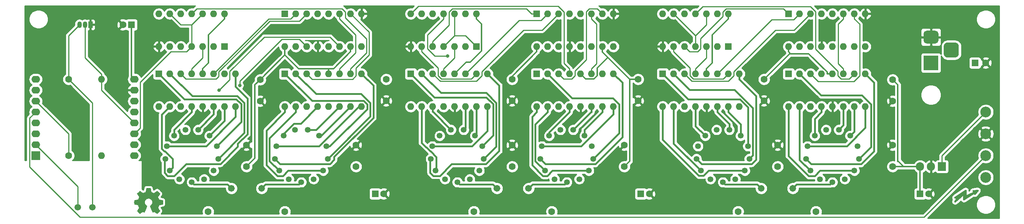
<source format=gbr>
%TF.GenerationSoftware,KiCad,Pcbnew,(5.1.7-0-10_14)*%
%TF.CreationDate,2020-10-11T18:19:48+02:00*%
%TF.ProjectId,nixie_board,6e697869-655f-4626-9f61-72642e6b6963,rev?*%
%TF.SameCoordinates,Original*%
%TF.FileFunction,Copper,L2,Bot*%
%TF.FilePolarity,Positive*%
%FSLAX46Y46*%
G04 Gerber Fmt 4.6, Leading zero omitted, Abs format (unit mm)*
G04 Created by KiCad (PCBNEW (5.1.7-0-10_14)) date 2020-10-11 18:19:48*
%MOMM*%
%LPD*%
G01*
G04 APERTURE LIST*
%TA.AperFunction,EtchedComponent*%
%ADD10C,0.010000*%
%TD*%
%TA.AperFunction,EtchedComponent*%
%ADD11C,0.381000*%
%TD*%
%TA.AperFunction,ComponentPad*%
%ADD12O,2.000000X1.600000*%
%TD*%
%TA.AperFunction,ComponentPad*%
%ADD13R,2.000000X2.000000*%
%TD*%
%TA.AperFunction,ComponentPad*%
%ADD14R,3.500000X3.500000*%
%TD*%
%TA.AperFunction,ComponentPad*%
%ADD15C,1.600000*%
%TD*%
%TA.AperFunction,ComponentPad*%
%ADD16R,1.600000X1.600000*%
%TD*%
%TA.AperFunction,ComponentPad*%
%ADD17O,1.600000X1.600000*%
%TD*%
%TA.AperFunction,ComponentPad*%
%ADD18C,2.499360*%
%TD*%
%TA.AperFunction,ComponentPad*%
%ADD19C,1.346200*%
%TD*%
%TA.AperFunction,ComponentPad*%
%ADD20R,1.050000X1.500000*%
%TD*%
%TA.AperFunction,ComponentPad*%
%ADD21O,1.050000X1.500000*%
%TD*%
%TA.AperFunction,ComponentPad*%
%ADD22C,1.500000*%
%TD*%
%TA.AperFunction,ComponentPad*%
%ADD23O,1.905000X2.000000*%
%TD*%
%TA.AperFunction,ComponentPad*%
%ADD24R,1.905000X2.000000*%
%TD*%
%TA.AperFunction,ViaPad*%
%ADD25C,0.800000*%
%TD*%
%TA.AperFunction,Conductor*%
%ADD26C,0.300000*%
%TD*%
%TA.AperFunction,Conductor*%
%ADD27C,0.400000*%
%TD*%
%TA.AperFunction,Conductor*%
%ADD28C,0.254000*%
%TD*%
%TA.AperFunction,Conductor*%
%ADD29C,0.100000*%
%TD*%
G04 APERTURE END LIST*
D10*
%TO.C,S3*%
G36*
X69421186Y-65159931D02*
G01*
X69337365Y-65604555D01*
X69028080Y-65732053D01*
X68718794Y-65859551D01*
X68347754Y-65607246D01*
X68243843Y-65536996D01*
X68149913Y-65474272D01*
X68070348Y-65421938D01*
X68009530Y-65382857D01*
X67971843Y-65359893D01*
X67961579Y-65354942D01*
X67943090Y-65367676D01*
X67903580Y-65402882D01*
X67847478Y-65456062D01*
X67779213Y-65522718D01*
X67703214Y-65598354D01*
X67623908Y-65678472D01*
X67545725Y-65758574D01*
X67473093Y-65834164D01*
X67410441Y-65900745D01*
X67362197Y-65953818D01*
X67332790Y-65988887D01*
X67325759Y-66000623D01*
X67335877Y-66022260D01*
X67364241Y-66069662D01*
X67407871Y-66138193D01*
X67463782Y-66223215D01*
X67528994Y-66320093D01*
X67566781Y-66375350D01*
X67635657Y-66476248D01*
X67696860Y-66567299D01*
X67747422Y-66643970D01*
X67784372Y-66701728D01*
X67804742Y-66736043D01*
X67807803Y-66743254D01*
X67800864Y-66763748D01*
X67781949Y-66811513D01*
X67753913Y-66879832D01*
X67719609Y-66961989D01*
X67681891Y-67051270D01*
X67643613Y-67140958D01*
X67607630Y-67224338D01*
X67576794Y-67294694D01*
X67553961Y-67345310D01*
X67541983Y-67369471D01*
X67541276Y-67370422D01*
X67522469Y-67375036D01*
X67472382Y-67385328D01*
X67396207Y-67400287D01*
X67299135Y-67418901D01*
X67186357Y-67440159D01*
X67120558Y-67452418D01*
X67000050Y-67475362D01*
X66891203Y-67497195D01*
X66799524Y-67516722D01*
X66730519Y-67532748D01*
X66689696Y-67544079D01*
X66681489Y-67547674D01*
X66673452Y-67572006D01*
X66666967Y-67626959D01*
X66662030Y-67706108D01*
X66658636Y-67803026D01*
X66656782Y-67911287D01*
X66656462Y-68024465D01*
X66657673Y-68136135D01*
X66660410Y-68239868D01*
X66664669Y-68329241D01*
X66670445Y-68397826D01*
X66677733Y-68439197D01*
X66682105Y-68447810D01*
X66708236Y-68458133D01*
X66763607Y-68472892D01*
X66840893Y-68490352D01*
X66932770Y-68508780D01*
X66964842Y-68514741D01*
X67119476Y-68543066D01*
X67241625Y-68565876D01*
X67335327Y-68584080D01*
X67404616Y-68598583D01*
X67453529Y-68610292D01*
X67486103Y-68620115D01*
X67506372Y-68628956D01*
X67518374Y-68637724D01*
X67520053Y-68639457D01*
X67536816Y-68667371D01*
X67562386Y-68721695D01*
X67594212Y-68795777D01*
X67629740Y-68882965D01*
X67666417Y-68976608D01*
X67701689Y-69070052D01*
X67733004Y-69156647D01*
X67757807Y-69229740D01*
X67773546Y-69282678D01*
X67777668Y-69308811D01*
X67777324Y-69309726D01*
X67763359Y-69331086D01*
X67731678Y-69378084D01*
X67685609Y-69445827D01*
X67628482Y-69529423D01*
X67563627Y-69623982D01*
X67545157Y-69650854D01*
X67479301Y-69748275D01*
X67421350Y-69837163D01*
X67374462Y-69912412D01*
X67341793Y-69968920D01*
X67326500Y-70001581D01*
X67325759Y-70005593D01*
X67338608Y-70026684D01*
X67374112Y-70068464D01*
X67427707Y-70126445D01*
X67494829Y-70196135D01*
X67570913Y-70273045D01*
X67651396Y-70352683D01*
X67731713Y-70430561D01*
X67807301Y-70502186D01*
X67873595Y-70563070D01*
X67926031Y-70608721D01*
X67960045Y-70634650D01*
X67969455Y-70638883D01*
X67991357Y-70628912D01*
X68036200Y-70602020D01*
X68096679Y-70562736D01*
X68143211Y-70531117D01*
X68227525Y-70473098D01*
X68327374Y-70404784D01*
X68427527Y-70336579D01*
X68481373Y-70300075D01*
X68663629Y-70176800D01*
X68816619Y-70259520D01*
X68886318Y-70295759D01*
X68945586Y-70323926D01*
X68985689Y-70339991D01*
X68995897Y-70342226D01*
X69008171Y-70325722D01*
X69032387Y-70279082D01*
X69066737Y-70206609D01*
X69109412Y-70112606D01*
X69158606Y-70001374D01*
X69212510Y-69877215D01*
X69269316Y-69744432D01*
X69327218Y-69607327D01*
X69384407Y-69470202D01*
X69439076Y-69337358D01*
X69489416Y-69213098D01*
X69533620Y-69101725D01*
X69569881Y-69007539D01*
X69596391Y-68934844D01*
X69611342Y-68887941D01*
X69613746Y-68871833D01*
X69594689Y-68851286D01*
X69552964Y-68817933D01*
X69497294Y-68778702D01*
X69492622Y-68775599D01*
X69348736Y-68660423D01*
X69232717Y-68526053D01*
X69145570Y-68376784D01*
X69088301Y-68216913D01*
X69061914Y-68050737D01*
X69067415Y-67882552D01*
X69105810Y-67716655D01*
X69178105Y-67557342D01*
X69199374Y-67522487D01*
X69310004Y-67381737D01*
X69440698Y-67268714D01*
X69586936Y-67184003D01*
X69744192Y-67128194D01*
X69907943Y-67101874D01*
X70073667Y-67105630D01*
X70236838Y-67140050D01*
X70392935Y-67205723D01*
X70537433Y-67303235D01*
X70582131Y-67342813D01*
X70695888Y-67466703D01*
X70778782Y-67597124D01*
X70835644Y-67743315D01*
X70867313Y-67888088D01*
X70875131Y-68050860D01*
X70849062Y-68214440D01*
X70791755Y-68373298D01*
X70705856Y-68521906D01*
X70594014Y-68654735D01*
X70458877Y-68766256D01*
X70441117Y-68778011D01*
X70384850Y-68816508D01*
X70342077Y-68849863D01*
X70321628Y-68871160D01*
X70321331Y-68871833D01*
X70325721Y-68894871D01*
X70343124Y-68947157D01*
X70371732Y-69024390D01*
X70409735Y-69122268D01*
X70455326Y-69236491D01*
X70506697Y-69362758D01*
X70562038Y-69496767D01*
X70619542Y-69634218D01*
X70677399Y-69770808D01*
X70733802Y-69902237D01*
X70786942Y-70024205D01*
X70835010Y-70132409D01*
X70876199Y-70222549D01*
X70908699Y-70290323D01*
X70930703Y-70331430D01*
X70939564Y-70342226D01*
X70966640Y-70333819D01*
X71017303Y-70311272D01*
X71082817Y-70278613D01*
X71118841Y-70259520D01*
X71271832Y-70176800D01*
X71454088Y-70300075D01*
X71547125Y-70363228D01*
X71648985Y-70432727D01*
X71744438Y-70498165D01*
X71792250Y-70531117D01*
X71859495Y-70576273D01*
X71916436Y-70612057D01*
X71955646Y-70633938D01*
X71968381Y-70638563D01*
X71986917Y-70626085D01*
X72027941Y-70591252D01*
X72087475Y-70537678D01*
X72161542Y-70468983D01*
X72246165Y-70388781D01*
X72299685Y-70337286D01*
X72393319Y-70245286D01*
X72474241Y-70162999D01*
X72539177Y-70093945D01*
X72584858Y-70041644D01*
X72608011Y-70009616D01*
X72610232Y-70003116D01*
X72599924Y-69978394D01*
X72571439Y-69928405D01*
X72527937Y-69858212D01*
X72472577Y-69772875D01*
X72408520Y-69677456D01*
X72390303Y-69650854D01*
X72323927Y-69554167D01*
X72264378Y-69467117D01*
X72214984Y-69394595D01*
X72179075Y-69341493D01*
X72159981Y-69312703D01*
X72158136Y-69309726D01*
X72160895Y-69286782D01*
X72175538Y-69236336D01*
X72199513Y-69165041D01*
X72230266Y-69079547D01*
X72265244Y-68986507D01*
X72301893Y-68892574D01*
X72337661Y-68804399D01*
X72369994Y-68728634D01*
X72396338Y-68671931D01*
X72414142Y-68640943D01*
X72415407Y-68639457D01*
X72426294Y-68630601D01*
X72444682Y-68621843D01*
X72474606Y-68612277D01*
X72520103Y-68600996D01*
X72585209Y-68587093D01*
X72673961Y-68569663D01*
X72790393Y-68547798D01*
X72938542Y-68520591D01*
X72970618Y-68514741D01*
X73065686Y-68496374D01*
X73148565Y-68478405D01*
X73211930Y-68462569D01*
X73248458Y-68450600D01*
X73253356Y-68447810D01*
X73261427Y-68423072D01*
X73267987Y-68367790D01*
X73273033Y-68288389D01*
X73276559Y-68191296D01*
X73278561Y-68082938D01*
X73279036Y-67969740D01*
X73277977Y-67858128D01*
X73275382Y-67754529D01*
X73271246Y-67665368D01*
X73265563Y-67597072D01*
X73258331Y-67556066D01*
X73253971Y-67547674D01*
X73229698Y-67539208D01*
X73174426Y-67525435D01*
X73093662Y-67507550D01*
X72992912Y-67486748D01*
X72877683Y-67464223D01*
X72814902Y-67452418D01*
X72695787Y-67430151D01*
X72589565Y-67409979D01*
X72501427Y-67392915D01*
X72436566Y-67379969D01*
X72400174Y-67372155D01*
X72394184Y-67370422D01*
X72384061Y-67350890D01*
X72362662Y-67303843D01*
X72332839Y-67236003D01*
X72297445Y-67154091D01*
X72259332Y-67064828D01*
X72221353Y-66974935D01*
X72186360Y-66891135D01*
X72157206Y-66820147D01*
X72136743Y-66768694D01*
X72127823Y-66743497D01*
X72127657Y-66742396D01*
X72137769Y-66722519D01*
X72166117Y-66676777D01*
X72209723Y-66609717D01*
X72265606Y-66525884D01*
X72330787Y-66429826D01*
X72368679Y-66374650D01*
X72437725Y-66273481D01*
X72499050Y-66181630D01*
X72549663Y-66103744D01*
X72586571Y-66044469D01*
X72606782Y-66008451D01*
X72609701Y-66000377D01*
X72597153Y-65981584D01*
X72562463Y-65941457D01*
X72510063Y-65884493D01*
X72444384Y-65815185D01*
X72369856Y-65738031D01*
X72290913Y-65657525D01*
X72211983Y-65578163D01*
X72137500Y-65504440D01*
X72071894Y-65440852D01*
X72019596Y-65391894D01*
X71985039Y-65362061D01*
X71973478Y-65354942D01*
X71954654Y-65364953D01*
X71909631Y-65393078D01*
X71842787Y-65436454D01*
X71758499Y-65492218D01*
X71661144Y-65557506D01*
X71587707Y-65607246D01*
X71216667Y-65859551D01*
X70598095Y-65604555D01*
X70514275Y-65159931D01*
X70430454Y-64715307D01*
X69505006Y-64715307D01*
X69421186Y-65159931D01*
G37*
X69421186Y-65159931D02*
X69337365Y-65604555D01*
X69028080Y-65732053D01*
X68718794Y-65859551D01*
X68347754Y-65607246D01*
X68243843Y-65536996D01*
X68149913Y-65474272D01*
X68070348Y-65421938D01*
X68009530Y-65382857D01*
X67971843Y-65359893D01*
X67961579Y-65354942D01*
X67943090Y-65367676D01*
X67903580Y-65402882D01*
X67847478Y-65456062D01*
X67779213Y-65522718D01*
X67703214Y-65598354D01*
X67623908Y-65678472D01*
X67545725Y-65758574D01*
X67473093Y-65834164D01*
X67410441Y-65900745D01*
X67362197Y-65953818D01*
X67332790Y-65988887D01*
X67325759Y-66000623D01*
X67335877Y-66022260D01*
X67364241Y-66069662D01*
X67407871Y-66138193D01*
X67463782Y-66223215D01*
X67528994Y-66320093D01*
X67566781Y-66375350D01*
X67635657Y-66476248D01*
X67696860Y-66567299D01*
X67747422Y-66643970D01*
X67784372Y-66701728D01*
X67804742Y-66736043D01*
X67807803Y-66743254D01*
X67800864Y-66763748D01*
X67781949Y-66811513D01*
X67753913Y-66879832D01*
X67719609Y-66961989D01*
X67681891Y-67051270D01*
X67643613Y-67140958D01*
X67607630Y-67224338D01*
X67576794Y-67294694D01*
X67553961Y-67345310D01*
X67541983Y-67369471D01*
X67541276Y-67370422D01*
X67522469Y-67375036D01*
X67472382Y-67385328D01*
X67396207Y-67400287D01*
X67299135Y-67418901D01*
X67186357Y-67440159D01*
X67120558Y-67452418D01*
X67000050Y-67475362D01*
X66891203Y-67497195D01*
X66799524Y-67516722D01*
X66730519Y-67532748D01*
X66689696Y-67544079D01*
X66681489Y-67547674D01*
X66673452Y-67572006D01*
X66666967Y-67626959D01*
X66662030Y-67706108D01*
X66658636Y-67803026D01*
X66656782Y-67911287D01*
X66656462Y-68024465D01*
X66657673Y-68136135D01*
X66660410Y-68239868D01*
X66664669Y-68329241D01*
X66670445Y-68397826D01*
X66677733Y-68439197D01*
X66682105Y-68447810D01*
X66708236Y-68458133D01*
X66763607Y-68472892D01*
X66840893Y-68490352D01*
X66932770Y-68508780D01*
X66964842Y-68514741D01*
X67119476Y-68543066D01*
X67241625Y-68565876D01*
X67335327Y-68584080D01*
X67404616Y-68598583D01*
X67453529Y-68610292D01*
X67486103Y-68620115D01*
X67506372Y-68628956D01*
X67518374Y-68637724D01*
X67520053Y-68639457D01*
X67536816Y-68667371D01*
X67562386Y-68721695D01*
X67594212Y-68795777D01*
X67629740Y-68882965D01*
X67666417Y-68976608D01*
X67701689Y-69070052D01*
X67733004Y-69156647D01*
X67757807Y-69229740D01*
X67773546Y-69282678D01*
X67777668Y-69308811D01*
X67777324Y-69309726D01*
X67763359Y-69331086D01*
X67731678Y-69378084D01*
X67685609Y-69445827D01*
X67628482Y-69529423D01*
X67563627Y-69623982D01*
X67545157Y-69650854D01*
X67479301Y-69748275D01*
X67421350Y-69837163D01*
X67374462Y-69912412D01*
X67341793Y-69968920D01*
X67326500Y-70001581D01*
X67325759Y-70005593D01*
X67338608Y-70026684D01*
X67374112Y-70068464D01*
X67427707Y-70126445D01*
X67494829Y-70196135D01*
X67570913Y-70273045D01*
X67651396Y-70352683D01*
X67731713Y-70430561D01*
X67807301Y-70502186D01*
X67873595Y-70563070D01*
X67926031Y-70608721D01*
X67960045Y-70634650D01*
X67969455Y-70638883D01*
X67991357Y-70628912D01*
X68036200Y-70602020D01*
X68096679Y-70562736D01*
X68143211Y-70531117D01*
X68227525Y-70473098D01*
X68327374Y-70404784D01*
X68427527Y-70336579D01*
X68481373Y-70300075D01*
X68663629Y-70176800D01*
X68816619Y-70259520D01*
X68886318Y-70295759D01*
X68945586Y-70323926D01*
X68985689Y-70339991D01*
X68995897Y-70342226D01*
X69008171Y-70325722D01*
X69032387Y-70279082D01*
X69066737Y-70206609D01*
X69109412Y-70112606D01*
X69158606Y-70001374D01*
X69212510Y-69877215D01*
X69269316Y-69744432D01*
X69327218Y-69607327D01*
X69384407Y-69470202D01*
X69439076Y-69337358D01*
X69489416Y-69213098D01*
X69533620Y-69101725D01*
X69569881Y-69007539D01*
X69596391Y-68934844D01*
X69611342Y-68887941D01*
X69613746Y-68871833D01*
X69594689Y-68851286D01*
X69552964Y-68817933D01*
X69497294Y-68778702D01*
X69492622Y-68775599D01*
X69348736Y-68660423D01*
X69232717Y-68526053D01*
X69145570Y-68376784D01*
X69088301Y-68216913D01*
X69061914Y-68050737D01*
X69067415Y-67882552D01*
X69105810Y-67716655D01*
X69178105Y-67557342D01*
X69199374Y-67522487D01*
X69310004Y-67381737D01*
X69440698Y-67268714D01*
X69586936Y-67184003D01*
X69744192Y-67128194D01*
X69907943Y-67101874D01*
X70073667Y-67105630D01*
X70236838Y-67140050D01*
X70392935Y-67205723D01*
X70537433Y-67303235D01*
X70582131Y-67342813D01*
X70695888Y-67466703D01*
X70778782Y-67597124D01*
X70835644Y-67743315D01*
X70867313Y-67888088D01*
X70875131Y-68050860D01*
X70849062Y-68214440D01*
X70791755Y-68373298D01*
X70705856Y-68521906D01*
X70594014Y-68654735D01*
X70458877Y-68766256D01*
X70441117Y-68778011D01*
X70384850Y-68816508D01*
X70342077Y-68849863D01*
X70321628Y-68871160D01*
X70321331Y-68871833D01*
X70325721Y-68894871D01*
X70343124Y-68947157D01*
X70371732Y-69024390D01*
X70409735Y-69122268D01*
X70455326Y-69236491D01*
X70506697Y-69362758D01*
X70562038Y-69496767D01*
X70619542Y-69634218D01*
X70677399Y-69770808D01*
X70733802Y-69902237D01*
X70786942Y-70024205D01*
X70835010Y-70132409D01*
X70876199Y-70222549D01*
X70908699Y-70290323D01*
X70930703Y-70331430D01*
X70939564Y-70342226D01*
X70966640Y-70333819D01*
X71017303Y-70311272D01*
X71082817Y-70278613D01*
X71118841Y-70259520D01*
X71271832Y-70176800D01*
X71454088Y-70300075D01*
X71547125Y-70363228D01*
X71648985Y-70432727D01*
X71744438Y-70498165D01*
X71792250Y-70531117D01*
X71859495Y-70576273D01*
X71916436Y-70612057D01*
X71955646Y-70633938D01*
X71968381Y-70638563D01*
X71986917Y-70626085D01*
X72027941Y-70591252D01*
X72087475Y-70537678D01*
X72161542Y-70468983D01*
X72246165Y-70388781D01*
X72299685Y-70337286D01*
X72393319Y-70245286D01*
X72474241Y-70162999D01*
X72539177Y-70093945D01*
X72584858Y-70041644D01*
X72608011Y-70009616D01*
X72610232Y-70003116D01*
X72599924Y-69978394D01*
X72571439Y-69928405D01*
X72527937Y-69858212D01*
X72472577Y-69772875D01*
X72408520Y-69677456D01*
X72390303Y-69650854D01*
X72323927Y-69554167D01*
X72264378Y-69467117D01*
X72214984Y-69394595D01*
X72179075Y-69341493D01*
X72159981Y-69312703D01*
X72158136Y-69309726D01*
X72160895Y-69286782D01*
X72175538Y-69236336D01*
X72199513Y-69165041D01*
X72230266Y-69079547D01*
X72265244Y-68986507D01*
X72301893Y-68892574D01*
X72337661Y-68804399D01*
X72369994Y-68728634D01*
X72396338Y-68671931D01*
X72414142Y-68640943D01*
X72415407Y-68639457D01*
X72426294Y-68630601D01*
X72444682Y-68621843D01*
X72474606Y-68612277D01*
X72520103Y-68600996D01*
X72585209Y-68587093D01*
X72673961Y-68569663D01*
X72790393Y-68547798D01*
X72938542Y-68520591D01*
X72970618Y-68514741D01*
X73065686Y-68496374D01*
X73148565Y-68478405D01*
X73211930Y-68462569D01*
X73248458Y-68450600D01*
X73253356Y-68447810D01*
X73261427Y-68423072D01*
X73267987Y-68367790D01*
X73273033Y-68288389D01*
X73276559Y-68191296D01*
X73278561Y-68082938D01*
X73279036Y-67969740D01*
X73277977Y-67858128D01*
X73275382Y-67754529D01*
X73271246Y-67665368D01*
X73265563Y-67597072D01*
X73258331Y-67556066D01*
X73253971Y-67547674D01*
X73229698Y-67539208D01*
X73174426Y-67525435D01*
X73093662Y-67507550D01*
X72992912Y-67486748D01*
X72877683Y-67464223D01*
X72814902Y-67452418D01*
X72695787Y-67430151D01*
X72589565Y-67409979D01*
X72501427Y-67392915D01*
X72436566Y-67379969D01*
X72400174Y-67372155D01*
X72394184Y-67370422D01*
X72384061Y-67350890D01*
X72362662Y-67303843D01*
X72332839Y-67236003D01*
X72297445Y-67154091D01*
X72259332Y-67064828D01*
X72221353Y-66974935D01*
X72186360Y-66891135D01*
X72157206Y-66820147D01*
X72136743Y-66768694D01*
X72127823Y-66743497D01*
X72127657Y-66742396D01*
X72137769Y-66722519D01*
X72166117Y-66676777D01*
X72209723Y-66609717D01*
X72265606Y-66525884D01*
X72330787Y-66429826D01*
X72368679Y-66374650D01*
X72437725Y-66273481D01*
X72499050Y-66181630D01*
X72549663Y-66103744D01*
X72586571Y-66044469D01*
X72606782Y-66008451D01*
X72609701Y-66000377D01*
X72597153Y-65981584D01*
X72562463Y-65941457D01*
X72510063Y-65884493D01*
X72444384Y-65815185D01*
X72369856Y-65738031D01*
X72290913Y-65657525D01*
X72211983Y-65578163D01*
X72137500Y-65504440D01*
X72071894Y-65440852D01*
X72019596Y-65391894D01*
X71985039Y-65362061D01*
X71973478Y-65354942D01*
X71954654Y-65364953D01*
X71909631Y-65393078D01*
X71842787Y-65436454D01*
X71758499Y-65492218D01*
X71661144Y-65557506D01*
X71587707Y-65607246D01*
X71216667Y-65859551D01*
X70598095Y-65604555D01*
X70514275Y-65159931D01*
X70430454Y-64715307D01*
X69505006Y-64715307D01*
X69421186Y-65159931D01*
D11*
%TO.C,S1*%
X261747000Y-65532000D02*
X261239000Y-65405000D01*
X259461000Y-66675000D02*
X261747000Y-65532000D01*
X259461000Y-65278000D02*
X259461000Y-66675000D01*
X257175000Y-66802000D02*
X259461000Y-65278000D01*
X257556000Y-67056000D02*
X257048000Y-66929000D01*
X257048000Y-67818000D02*
X257556000Y-67056000D01*
X259080000Y-66040000D02*
X257048000Y-67818000D01*
X259080000Y-67310000D02*
X259080000Y-66040000D01*
X261874000Y-65532000D02*
X259080000Y-67310000D01*
X261620000Y-66040000D02*
X261874000Y-65532000D01*
X262255000Y-65278000D02*
X261620000Y-66040000D01*
X261239000Y-65405000D02*
X262255000Y-65278000D01*
X259334000Y-65659000D02*
X259334000Y-66929000D01*
X257429000Y-67056000D02*
X259334000Y-65659000D01*
%TD*%
D12*
%TO.P,U3,16*%
%TO.N,Net-(U3-Pad16)*%
X66675000Y-57150000D03*
%TO.P,U3,15*%
%TO.N,Net-(U3-Pad15)*%
X66675000Y-54610000D03*
%TO.P,U3,14*%
%TO.N,/STROBE*%
X66675000Y-52070000D03*
%TO.P,U3,13*%
%TO.N,Net-(R9-Pad2)*%
X66675000Y-49530000D03*
%TO.P,U3,12*%
%TO.N,/SER*%
X66675000Y-46990000D03*
%TO.P,U3,11*%
%TO.N,/RCLK*%
X66675000Y-44450000D03*
%TO.P,U3,10*%
%TO.N,GND*%
X66675000Y-41910000D03*
%TO.P,U3,9*%
%TO.N,/5V*%
X66675000Y-39370000D03*
%TO.P,U3,8*%
%TO.N,/3.3V*%
X43815000Y-39370000D03*
%TO.P,U3,7*%
%TO.N,Net-(U3-Pad7)*%
X43815000Y-41910000D03*
%TO.P,U3,6*%
%TO.N,/RGB*%
X43815000Y-44450000D03*
%TO.P,U3,5*%
%TO.N,/SHUTDOWN*%
X43815000Y-46990000D03*
%TO.P,U3,4*%
%TO.N,/SRCLK*%
X43815000Y-49530000D03*
%TO.P,U3,3*%
%TO.N,Net-(U3-Pad3)*%
X43815000Y-52070000D03*
D13*
%TO.P,U3,1*%
%TO.N,Net-(U3-Pad1)*%
X43815000Y-57150000D03*
D12*
%TO.P,U3,2*%
%TO.N,Net-(R7-Pad2)*%
X43815000Y-54610000D03*
%TD*%
%TO.P,J5,3*%
%TO.N,Net-(J5-Pad3)*%
%TA.AperFunction,ComponentPad*%
G36*
G01*
X255285000Y-30810000D02*
X257035000Y-30810000D01*
G75*
G02*
X257910000Y-31685000I0J-875000D01*
G01*
X257910000Y-33435000D01*
G75*
G02*
X257035000Y-34310000I-875000J0D01*
G01*
X255285000Y-34310000D01*
G75*
G02*
X254410000Y-33435000I0J875000D01*
G01*
X254410000Y-31685000D01*
G75*
G02*
X255285000Y-30810000I875000J0D01*
G01*
G37*
%TD.AperFunction*%
%TO.P,J5,2*%
%TO.N,GND*%
%TA.AperFunction,ComponentPad*%
G36*
G01*
X250460000Y-28060000D02*
X252460000Y-28060000D01*
G75*
G02*
X253210000Y-28810000I0J-750000D01*
G01*
X253210000Y-30310000D01*
G75*
G02*
X252460000Y-31060000I-750000J0D01*
G01*
X250460000Y-31060000D01*
G75*
G02*
X249710000Y-30310000I0J750000D01*
G01*
X249710000Y-28810000D01*
G75*
G02*
X250460000Y-28060000I750000J0D01*
G01*
G37*
%TD.AperFunction*%
D14*
%TO.P,J5,1*%
%TO.N,Net-(C7-Pad1)*%
X251460000Y-35560000D03*
%TD*%
D15*
%TO.P,C17,2*%
%TO.N,GND*%
X250920000Y-66040000D03*
D16*
%TO.P,C17,1*%
%TO.N,/5V*%
X248920000Y-66040000D03*
%TD*%
D15*
%TO.P,C16,2*%
%TO.N,GND*%
X64040000Y-26670000D03*
D16*
%TO.P,C16,1*%
%TO.N,/5V*%
X66040000Y-26670000D03*
%TD*%
%TO.P,C15,1*%
%TO.N,/5V*%
X184150000Y-66040000D03*
D15*
%TO.P,C15,2*%
%TO.N,GND*%
X186150000Y-66040000D03*
%TD*%
D17*
%TO.P,R9,2*%
%TO.N,Net-(R9-Pad2)*%
X59055000Y-39370000D03*
D15*
%TO.P,R9,1*%
%TO.N,/3.3V*%
X51435000Y-39370000D03*
%TD*%
D18*
%TO.P,J4,1*%
%TO.N,/SHUTDOWN*%
X264160000Y-57150000D03*
%TD*%
D17*
%TO.P,R8,2*%
%TO.N,Net-(D1-Pad4)*%
X59055000Y-57150000D03*
D15*
%TO.P,R8,1*%
%TO.N,/RGB*%
X51435000Y-57150000D03*
%TD*%
%TO.P,C7,2*%
%TO.N,GND*%
X264160000Y-35560000D03*
D16*
%TO.P,C7,1*%
%TO.N,Net-(C7-Pad1)*%
X261660000Y-35560000D03*
%TD*%
D19*
%TO.P,N6,RHDP*%
%TO.N,Net-(N6-PadRHDP)*%
X225724720Y-62628780D03*
%TO.P,N6,LHDP*%
%TO.N,Net-(N6-PadLHDP)*%
X231475280Y-62628780D03*
%TO.P,N6,A*%
%TO.N,Net-(N6-PadA)*%
X228600000Y-63337440D03*
%TO.P,N6,9*%
%TO.N,Net-(N6-Pad9)*%
X234744260Y-57894220D03*
%TO.P,N6,8*%
%TO.N,Net-(N6-Pad8)*%
X234386120Y-54955440D03*
%TO.P,N6,7*%
%TO.N,Net-(N6-Pad7)*%
X232704640Y-52517040D03*
%TO.P,N6,6*%
%TO.N,Net-(N6-Pad6)*%
X230080820Y-51140360D03*
%TO.P,N6,5*%
%TO.N,Net-(N6-Pad5)*%
X227119180Y-51140360D03*
%TO.P,N6,4*%
%TO.N,Net-(N6-Pad4)*%
X224495360Y-52517040D03*
%TO.P,N6,3*%
%TO.N,Net-(N6-Pad3)*%
X222813880Y-54955440D03*
%TO.P,N6,2*%
%TO.N,Net-(N6-Pad2)*%
X222455740Y-57894220D03*
%TO.P,N6,1*%
%TO.N,Net-(N6-Pad1)*%
X223507300Y-60665360D03*
%TO.P,N6,0*%
%TO.N,Net-(N6-Pad0)*%
X233692700Y-60665360D03*
%TD*%
%TO.P,N5,RHDP*%
%TO.N,Net-(N5-PadRHDP)*%
X200324720Y-62628780D03*
%TO.P,N5,LHDP*%
%TO.N,Net-(N5-PadLHDP)*%
X206075280Y-62628780D03*
%TO.P,N5,A*%
%TO.N,Net-(N5-PadA)*%
X203200000Y-63337440D03*
%TO.P,N5,9*%
%TO.N,Net-(N5-Pad9)*%
X209344260Y-57894220D03*
%TO.P,N5,8*%
%TO.N,Net-(N5-Pad8)*%
X208986120Y-54955440D03*
%TO.P,N5,7*%
%TO.N,Net-(N5-Pad7)*%
X207304640Y-52517040D03*
%TO.P,N5,6*%
%TO.N,Net-(N5-Pad6)*%
X204680820Y-51140360D03*
%TO.P,N5,5*%
%TO.N,Net-(N5-Pad5)*%
X201719180Y-51140360D03*
%TO.P,N5,4*%
%TO.N,Net-(N5-Pad4)*%
X199095360Y-52517040D03*
%TO.P,N5,3*%
%TO.N,Net-(N5-Pad3)*%
X197413880Y-54955440D03*
%TO.P,N5,2*%
%TO.N,Net-(N5-Pad2)*%
X197055740Y-57894220D03*
%TO.P,N5,1*%
%TO.N,Net-(N5-Pad1)*%
X198107300Y-60665360D03*
%TO.P,N5,0*%
%TO.N,Net-(N5-Pad0)*%
X208292700Y-60665360D03*
%TD*%
%TO.P,N4,RHDP*%
%TO.N,Net-(N4-PadRHDP)*%
X164129720Y-62628780D03*
%TO.P,N4,LHDP*%
%TO.N,Net-(N4-PadLHDP)*%
X169880280Y-62628780D03*
%TO.P,N4,A*%
%TO.N,Net-(N4-PadA)*%
X167005000Y-63337440D03*
%TO.P,N4,9*%
%TO.N,Net-(N4-Pad9)*%
X173149260Y-57894220D03*
%TO.P,N4,8*%
%TO.N,Net-(N4-Pad8)*%
X172791120Y-54955440D03*
%TO.P,N4,7*%
%TO.N,Net-(N4-Pad7)*%
X171109640Y-52517040D03*
%TO.P,N4,6*%
%TO.N,Net-(N4-Pad6)*%
X168485820Y-51140360D03*
%TO.P,N4,5*%
%TO.N,Net-(N4-Pad5)*%
X165524180Y-51140360D03*
%TO.P,N4,4*%
%TO.N,Net-(N4-Pad4)*%
X162900360Y-52517040D03*
%TO.P,N4,3*%
%TO.N,Net-(N4-Pad3)*%
X161218880Y-54955440D03*
%TO.P,N4,2*%
%TO.N,Net-(N4-Pad2)*%
X160860740Y-57894220D03*
%TO.P,N4,1*%
%TO.N,Net-(N4-Pad1)*%
X161912300Y-60665360D03*
%TO.P,N4,0*%
%TO.N,Net-(N4-Pad0)*%
X172097700Y-60665360D03*
%TD*%
%TO.P,N3,RHDP*%
%TO.N,Net-(N3-PadRHDP)*%
X138729720Y-62628780D03*
%TO.P,N3,LHDP*%
%TO.N,Net-(N3-PadLHDP)*%
X144480280Y-62628780D03*
%TO.P,N3,A*%
%TO.N,Net-(N3-PadA)*%
X141605000Y-63337440D03*
%TO.P,N3,9*%
%TO.N,Net-(N3-Pad9)*%
X147749260Y-57894220D03*
%TO.P,N3,8*%
%TO.N,Net-(N3-Pad8)*%
X147391120Y-54955440D03*
%TO.P,N3,7*%
%TO.N,Net-(N3-Pad7)*%
X145709640Y-52517040D03*
%TO.P,N3,6*%
%TO.N,Net-(N3-Pad6)*%
X143085820Y-51140360D03*
%TO.P,N3,5*%
%TO.N,Net-(N3-Pad5)*%
X140124180Y-51140360D03*
%TO.P,N3,4*%
%TO.N,Net-(N3-Pad4)*%
X137500360Y-52517040D03*
%TO.P,N3,3*%
%TO.N,Net-(N3-Pad3)*%
X135818880Y-54955440D03*
%TO.P,N3,2*%
%TO.N,Net-(N3-Pad2)*%
X135460740Y-57894220D03*
%TO.P,N3,1*%
%TO.N,Net-(N3-Pad1)*%
X136512300Y-60665360D03*
%TO.P,N3,0*%
%TO.N,Net-(N3-Pad0)*%
X146697700Y-60665360D03*
%TD*%
%TO.P,N2,RHDP*%
%TO.N,Net-(N2-PadRHDP)*%
X102534720Y-62628780D03*
%TO.P,N2,LHDP*%
%TO.N,Net-(N2-PadLHDP)*%
X108285280Y-62628780D03*
%TO.P,N2,A*%
%TO.N,Net-(N2-PadA)*%
X105410000Y-63337440D03*
%TO.P,N2,9*%
%TO.N,Net-(N2-Pad9)*%
X111554260Y-57894220D03*
%TO.P,N2,8*%
%TO.N,Net-(N2-Pad8)*%
X111196120Y-54955440D03*
%TO.P,N2,7*%
%TO.N,Net-(N2-Pad7)*%
X109514640Y-52517040D03*
%TO.P,N2,6*%
%TO.N,Net-(N2-Pad6)*%
X106890820Y-51140360D03*
%TO.P,N2,5*%
%TO.N,Net-(N2-Pad5)*%
X103929180Y-51140360D03*
%TO.P,N2,4*%
%TO.N,Net-(N2-Pad4)*%
X101305360Y-52517040D03*
%TO.P,N2,3*%
%TO.N,Net-(N2-Pad3)*%
X99623880Y-54955440D03*
%TO.P,N2,2*%
%TO.N,Net-(N2-Pad2)*%
X99265740Y-57894220D03*
%TO.P,N2,1*%
%TO.N,Net-(N2-Pad1)*%
X100317300Y-60665360D03*
%TO.P,N2,0*%
%TO.N,Net-(N2-Pad0)*%
X110502700Y-60665360D03*
%TD*%
%TO.P,N1,RHDP*%
%TO.N,Net-(N1-PadRHDP)*%
X77134720Y-62628780D03*
%TO.P,N1,LHDP*%
%TO.N,Net-(N1-PadLHDP)*%
X82885280Y-62628780D03*
%TO.P,N1,A*%
%TO.N,Net-(N1-PadA)*%
X80010000Y-63337440D03*
%TO.P,N1,9*%
%TO.N,Net-(N1-Pad9)*%
X86154260Y-57894220D03*
%TO.P,N1,8*%
%TO.N,Net-(N1-Pad8)*%
X85796120Y-54955440D03*
%TO.P,N1,7*%
%TO.N,Net-(N1-Pad7)*%
X84114640Y-52517040D03*
%TO.P,N1,6*%
%TO.N,Net-(N1-Pad6)*%
X81490820Y-51140360D03*
%TO.P,N1,5*%
%TO.N,Net-(N1-Pad5)*%
X78529180Y-51140360D03*
%TO.P,N1,4*%
%TO.N,Net-(N1-Pad4)*%
X75905360Y-52517040D03*
%TO.P,N1,3*%
%TO.N,Net-(N1-Pad3)*%
X74223880Y-54955440D03*
%TO.P,N1,2*%
%TO.N,Net-(N1-Pad2)*%
X73865740Y-57894220D03*
%TO.P,N1,1*%
%TO.N,Net-(N1-Pad1)*%
X74917300Y-60665360D03*
%TO.P,N1,0*%
%TO.N,Net-(N1-Pad0)*%
X85102700Y-60665360D03*
%TD*%
D20*
%TO.P,U15,1*%
%TO.N,GND*%
X56515000Y-26670000D03*
D21*
%TO.P,U15,3*%
%TO.N,/3.3V*%
X53975000Y-26670000D03*
%TO.P,U15,2*%
%TO.N,Net-(R9-Pad2)*%
X55245000Y-26670000D03*
%TD*%
D22*
%TO.P,R7,2*%
%TO.N,Net-(R7-Pad2)*%
X53559500Y-69215000D03*
%TO.P,R7,1*%
%TO.N,/3.3V*%
X56959500Y-69215000D03*
%TD*%
D15*
%TO.P,C14,2*%
%TO.N,GND*%
X242570000Y-54690000D03*
%TO.P,C14,1*%
%TO.N,/5V*%
X242570000Y-59690000D03*
%TD*%
%TO.P,C13,2*%
%TO.N,GND*%
X180340000Y-54690000D03*
%TO.P,C13,1*%
%TO.N,/5V*%
X180340000Y-59690000D03*
%TD*%
%TO.P,C12,2*%
%TO.N,GND*%
X215900000Y-54690000D03*
%TO.P,C12,1*%
%TO.N,/5V*%
X215900000Y-59690000D03*
%TD*%
%TO.P,C11,2*%
%TO.N,GND*%
X118110000Y-54690000D03*
%TO.P,C11,1*%
%TO.N,/5V*%
X118110000Y-59690000D03*
%TD*%
%TO.P,C10,2*%
%TO.N,GND*%
X154305000Y-54690000D03*
%TO.P,C10,1*%
%TO.N,/5V*%
X154305000Y-59690000D03*
%TD*%
%TO.P,C9,2*%
%TO.N,GND*%
X92710000Y-54690000D03*
%TO.P,C9,1*%
%TO.N,/5V*%
X92710000Y-59690000D03*
%TD*%
%TO.P,C8,2*%
%TO.N,GND*%
X124555000Y-66040000D03*
D16*
%TO.P,C8,1*%
%TO.N,/5V*%
X122555000Y-66040000D03*
%TD*%
D17*
%TO.P,U14,16*%
%TO.N,Net-(N6-Pad0)*%
X218440000Y-45720000D03*
%TO.P,U14,8*%
%TO.N,Net-(N6-Pad2)*%
X236220000Y-38100000D03*
%TO.P,U14,15*%
%TO.N,Net-(N6-Pad1)*%
X220980000Y-45720000D03*
%TO.P,U14,7*%
%TO.N,Net-(U10-Pad11)*%
X233680000Y-38100000D03*
%TO.P,U14,14*%
%TO.N,Net-(N6-Pad5)*%
X223520000Y-45720000D03*
%TO.P,U14,6*%
%TO.N,Net-(U13-Pad6)*%
X231140000Y-38100000D03*
%TO.P,U14,13*%
%TO.N,Net-(N6-Pad4)*%
X226060000Y-45720000D03*
%TO.P,U14,5*%
%TO.N,/5V*%
X228600000Y-38100000D03*
%TO.P,U14,12*%
%TO.N,GND*%
X228600000Y-45720000D03*
%TO.P,U14,4*%
%TO.N,Net-(U10-Pad8)*%
X226060000Y-38100000D03*
%TO.P,U14,11*%
%TO.N,Net-(N6-Pad6)*%
X231140000Y-45720000D03*
%TO.P,U14,3*%
%TO.N,Net-(U13-Pad7)*%
X223520000Y-38100000D03*
%TO.P,U14,10*%
%TO.N,Net-(N6-Pad7)*%
X233680000Y-45720000D03*
%TO.P,U14,2*%
%TO.N,Net-(N6-Pad9)*%
X220980000Y-38100000D03*
%TO.P,U14,9*%
%TO.N,Net-(N6-Pad3)*%
X236220000Y-45720000D03*
D16*
%TO.P,U14,1*%
%TO.N,Net-(N6-Pad8)*%
X218440000Y-38100000D03*
%TD*%
D17*
%TO.P,U13,16*%
%TO.N,/5V*%
X218440000Y-31750000D03*
%TO.P,U13,8*%
%TO.N,GND*%
X236220000Y-24130000D03*
%TO.P,U13,15*%
%TO.N,Net-(U10-Pad2)*%
X220980000Y-31750000D03*
%TO.P,U13,7*%
%TO.N,Net-(U13-Pad7)*%
X233680000Y-24130000D03*
%TO.P,U13,14*%
%TO.N,Net-(U13-Pad14)*%
X223520000Y-31750000D03*
%TO.P,U13,6*%
%TO.N,Net-(U13-Pad6)*%
X231140000Y-24130000D03*
%TO.P,U13,13*%
%TO.N,GND*%
X226060000Y-31750000D03*
%TO.P,U13,5*%
%TO.N,Net-(U10-Pad13)*%
X228600000Y-24130000D03*
%TO.P,U13,12*%
%TO.N,/RCLK*%
X228600000Y-31750000D03*
%TO.P,U13,4*%
%TO.N,Net-(U10-Pad10)*%
X226060000Y-24130000D03*
%TO.P,U13,11*%
%TO.N,/SRCLK*%
X231140000Y-31750000D03*
%TO.P,U13,3*%
%TO.N,Net-(U11-Pad3)*%
X223520000Y-24130000D03*
%TO.P,U13,10*%
%TO.N,/5V*%
X233680000Y-31750000D03*
%TO.P,U13,2*%
%TO.N,Net-(U11-Pad6)*%
X220980000Y-24130000D03*
%TO.P,U13,9*%
%TO.N,Net-(U13-Pad9)*%
X236220000Y-31750000D03*
D16*
%TO.P,U13,1*%
%TO.N,Net-(U10-Pad5)*%
X218440000Y-24130000D03*
%TD*%
D23*
%TO.P,U12,3*%
%TO.N,/5V*%
X248920000Y-59690000D03*
%TO.P,U12,2*%
%TO.N,GND*%
X251460000Y-59690000D03*
D24*
%TO.P,U12,1*%
%TO.N,Net-(C7-Pad1)*%
X254000000Y-59690000D03*
%TD*%
D17*
%TO.P,U11,16*%
%TO.N,Net-(N5-Pad0)*%
X189230000Y-45720000D03*
%TO.P,U11,8*%
%TO.N,Net-(N5-Pad2)*%
X207010000Y-38100000D03*
%TO.P,U11,15*%
%TO.N,Net-(N5-Pad1)*%
X191770000Y-45720000D03*
%TO.P,U11,7*%
%TO.N,Net-(U10-Pad6)*%
X204470000Y-38100000D03*
%TO.P,U11,14*%
%TO.N,Net-(N5-Pad5)*%
X194310000Y-45720000D03*
%TO.P,U11,6*%
%TO.N,Net-(U11-Pad6)*%
X201930000Y-38100000D03*
%TO.P,U11,13*%
%TO.N,Net-(N5-Pad4)*%
X196850000Y-45720000D03*
%TO.P,U11,5*%
%TO.N,/5V*%
X199390000Y-38100000D03*
%TO.P,U11,12*%
%TO.N,GND*%
X199390000Y-45720000D03*
%TO.P,U11,4*%
%TO.N,Net-(U10-Pad3)*%
X196850000Y-38100000D03*
%TO.P,U11,11*%
%TO.N,Net-(N5-Pad6)*%
X201930000Y-45720000D03*
%TO.P,U11,3*%
%TO.N,Net-(U11-Pad3)*%
X194310000Y-38100000D03*
%TO.P,U11,10*%
%TO.N,Net-(N5-Pad7)*%
X204470000Y-45720000D03*
%TO.P,U11,2*%
%TO.N,Net-(N5-Pad9)*%
X191770000Y-38100000D03*
%TO.P,U11,9*%
%TO.N,Net-(N5-Pad3)*%
X207010000Y-45720000D03*
D16*
%TO.P,U11,1*%
%TO.N,Net-(N5-Pad8)*%
X189230000Y-38100000D03*
%TD*%
D17*
%TO.P,U10,14*%
%TO.N,/5V*%
X204470000Y-24130000D03*
%TO.P,U10,7*%
%TO.N,GND*%
X189230000Y-31750000D03*
%TO.P,U10,13*%
%TO.N,Net-(U10-Pad13)*%
X201930000Y-24130000D03*
%TO.P,U10,6*%
%TO.N,Net-(U10-Pad6)*%
X191770000Y-31750000D03*
%TO.P,U10,12*%
%TO.N,/STROBE*%
X199390000Y-24130000D03*
%TO.P,U10,5*%
%TO.N,Net-(U10-Pad5)*%
X194310000Y-31750000D03*
%TO.P,U10,11*%
%TO.N,Net-(U10-Pad11)*%
X196850000Y-24130000D03*
%TO.P,U10,4*%
%TO.N,/STROBE*%
X196850000Y-31750000D03*
%TO.P,U10,10*%
%TO.N,Net-(U10-Pad10)*%
X194310000Y-24130000D03*
%TO.P,U10,3*%
%TO.N,Net-(U10-Pad3)*%
X199390000Y-31750000D03*
%TO.P,U10,9*%
%TO.N,/STROBE*%
X191770000Y-24130000D03*
%TO.P,U10,2*%
%TO.N,Net-(U10-Pad2)*%
X201930000Y-31750000D03*
%TO.P,U10,8*%
%TO.N,Net-(U10-Pad8)*%
X189230000Y-24130000D03*
D16*
%TO.P,U10,1*%
%TO.N,/STROBE*%
X204470000Y-31750000D03*
%TD*%
D17*
%TO.P,U9,16*%
%TO.N,Net-(N4-Pad0)*%
X160020000Y-45720000D03*
%TO.P,U9,8*%
%TO.N,Net-(N4-Pad2)*%
X177800000Y-38100000D03*
%TO.P,U9,15*%
%TO.N,Net-(N4-Pad1)*%
X162560000Y-45720000D03*
%TO.P,U9,7*%
%TO.N,Net-(U6-Pad11)*%
X175260000Y-38100000D03*
%TO.P,U9,14*%
%TO.N,Net-(N4-Pad5)*%
X165100000Y-45720000D03*
%TO.P,U9,6*%
%TO.N,Net-(U8-Pad6)*%
X172720000Y-38100000D03*
%TO.P,U9,13*%
%TO.N,Net-(N4-Pad4)*%
X167640000Y-45720000D03*
%TO.P,U9,5*%
%TO.N,/5V*%
X170180000Y-38100000D03*
%TO.P,U9,12*%
%TO.N,GND*%
X170180000Y-45720000D03*
%TO.P,U9,4*%
%TO.N,Net-(U6-Pad8)*%
X167640000Y-38100000D03*
%TO.P,U9,11*%
%TO.N,Net-(N4-Pad6)*%
X172720000Y-45720000D03*
%TO.P,U9,3*%
%TO.N,Net-(U8-Pad7)*%
X165100000Y-38100000D03*
%TO.P,U9,10*%
%TO.N,Net-(N4-Pad7)*%
X175260000Y-45720000D03*
%TO.P,U9,2*%
%TO.N,Net-(N4-Pad9)*%
X162560000Y-38100000D03*
%TO.P,U9,9*%
%TO.N,Net-(N4-Pad3)*%
X177800000Y-45720000D03*
D16*
%TO.P,U9,1*%
%TO.N,Net-(N4-Pad8)*%
X160020000Y-38100000D03*
%TD*%
D17*
%TO.P,U8,16*%
%TO.N,/5V*%
X160020000Y-31750000D03*
%TO.P,U8,8*%
%TO.N,GND*%
X177800000Y-24130000D03*
%TO.P,U8,15*%
%TO.N,Net-(U6-Pad2)*%
X162560000Y-31750000D03*
%TO.P,U8,7*%
%TO.N,Net-(U8-Pad7)*%
X175260000Y-24130000D03*
%TO.P,U8,14*%
%TO.N,Net-(U4-Pad9)*%
X165100000Y-31750000D03*
%TO.P,U8,6*%
%TO.N,Net-(U8-Pad6)*%
X172720000Y-24130000D03*
%TO.P,U8,13*%
%TO.N,GND*%
X167640000Y-31750000D03*
%TO.P,U8,5*%
%TO.N,Net-(U6-Pad13)*%
X170180000Y-24130000D03*
%TO.P,U8,12*%
%TO.N,/RCLK*%
X170180000Y-31750000D03*
%TO.P,U8,4*%
%TO.N,Net-(U6-Pad10)*%
X167640000Y-24130000D03*
%TO.P,U8,11*%
%TO.N,/SRCLK*%
X172720000Y-31750000D03*
%TO.P,U8,3*%
%TO.N,Net-(U7-Pad3)*%
X165100000Y-24130000D03*
%TO.P,U8,10*%
%TO.N,/5V*%
X175260000Y-31750000D03*
%TO.P,U8,2*%
%TO.N,Net-(U7-Pad6)*%
X162560000Y-24130000D03*
%TO.P,U8,9*%
%TO.N,Net-(U13-Pad14)*%
X177800000Y-31750000D03*
D16*
%TO.P,U8,1*%
%TO.N,Net-(U6-Pad5)*%
X160020000Y-24130000D03*
%TD*%
D17*
%TO.P,U7,16*%
%TO.N,Net-(N3-Pad0)*%
X130810000Y-45720000D03*
%TO.P,U7,8*%
%TO.N,Net-(N3-Pad2)*%
X148590000Y-38100000D03*
%TO.P,U7,15*%
%TO.N,Net-(N3-Pad1)*%
X133350000Y-45720000D03*
%TO.P,U7,7*%
%TO.N,Net-(U6-Pad6)*%
X146050000Y-38100000D03*
%TO.P,U7,14*%
%TO.N,Net-(N3-Pad5)*%
X135890000Y-45720000D03*
%TO.P,U7,6*%
%TO.N,Net-(U7-Pad6)*%
X143510000Y-38100000D03*
%TO.P,U7,13*%
%TO.N,Net-(N3-Pad4)*%
X138430000Y-45720000D03*
%TO.P,U7,5*%
%TO.N,/5V*%
X140970000Y-38100000D03*
%TO.P,U7,12*%
%TO.N,GND*%
X140970000Y-45720000D03*
%TO.P,U7,4*%
%TO.N,Net-(U6-Pad3)*%
X138430000Y-38100000D03*
%TO.P,U7,11*%
%TO.N,Net-(N3-Pad6)*%
X143510000Y-45720000D03*
%TO.P,U7,3*%
%TO.N,Net-(U7-Pad3)*%
X135890000Y-38100000D03*
%TO.P,U7,10*%
%TO.N,Net-(N3-Pad7)*%
X146050000Y-45720000D03*
%TO.P,U7,2*%
%TO.N,Net-(N3-Pad9)*%
X133350000Y-38100000D03*
%TO.P,U7,9*%
%TO.N,Net-(N3-Pad3)*%
X148590000Y-45720000D03*
D16*
%TO.P,U7,1*%
%TO.N,Net-(N3-Pad8)*%
X130810000Y-38100000D03*
%TD*%
D17*
%TO.P,U6,14*%
%TO.N,/5V*%
X146050000Y-24130000D03*
%TO.P,U6,7*%
%TO.N,GND*%
X130810000Y-31750000D03*
%TO.P,U6,13*%
%TO.N,Net-(U6-Pad13)*%
X143510000Y-24130000D03*
%TO.P,U6,6*%
%TO.N,Net-(U6-Pad6)*%
X133350000Y-31750000D03*
%TO.P,U6,12*%
%TO.N,/STROBE*%
X140970000Y-24130000D03*
%TO.P,U6,5*%
%TO.N,Net-(U6-Pad5)*%
X135890000Y-31750000D03*
%TO.P,U6,11*%
%TO.N,Net-(U6-Pad11)*%
X138430000Y-24130000D03*
%TO.P,U6,4*%
%TO.N,/STROBE*%
X138430000Y-31750000D03*
%TO.P,U6,10*%
%TO.N,Net-(U6-Pad10)*%
X135890000Y-24130000D03*
%TO.P,U6,3*%
%TO.N,Net-(U6-Pad3)*%
X140970000Y-31750000D03*
%TO.P,U6,9*%
%TO.N,/STROBE*%
X133350000Y-24130000D03*
%TO.P,U6,2*%
%TO.N,Net-(U6-Pad2)*%
X143510000Y-31750000D03*
%TO.P,U6,8*%
%TO.N,Net-(U6-Pad8)*%
X130810000Y-24130000D03*
D16*
%TO.P,U6,1*%
%TO.N,/STROBE*%
X146050000Y-31750000D03*
%TD*%
D17*
%TO.P,U5,16*%
%TO.N,Net-(N2-Pad0)*%
X101600000Y-45720000D03*
%TO.P,U5,8*%
%TO.N,Net-(N2-Pad2)*%
X119380000Y-38100000D03*
%TO.P,U5,15*%
%TO.N,Net-(N2-Pad1)*%
X104140000Y-45720000D03*
%TO.P,U5,7*%
%TO.N,Net-(U1-Pad11)*%
X116840000Y-38100000D03*
%TO.P,U5,14*%
%TO.N,Net-(N2-Pad5)*%
X106680000Y-45720000D03*
%TO.P,U5,6*%
%TO.N,Net-(U4-Pad6)*%
X114300000Y-38100000D03*
%TO.P,U5,13*%
%TO.N,Net-(N2-Pad4)*%
X109220000Y-45720000D03*
%TO.P,U5,5*%
%TO.N,/5V*%
X111760000Y-38100000D03*
%TO.P,U5,12*%
%TO.N,GND*%
X111760000Y-45720000D03*
%TO.P,U5,4*%
%TO.N,Net-(U1-Pad8)*%
X109220000Y-38100000D03*
%TO.P,U5,11*%
%TO.N,Net-(N2-Pad6)*%
X114300000Y-45720000D03*
%TO.P,U5,3*%
%TO.N,Net-(U4-Pad7)*%
X106680000Y-38100000D03*
%TO.P,U5,10*%
%TO.N,Net-(N2-Pad7)*%
X116840000Y-45720000D03*
%TO.P,U5,2*%
%TO.N,Net-(N2-Pad9)*%
X104140000Y-38100000D03*
%TO.P,U5,9*%
%TO.N,Net-(N2-Pad3)*%
X119380000Y-45720000D03*
D16*
%TO.P,U5,1*%
%TO.N,Net-(N2-Pad8)*%
X101600000Y-38100000D03*
%TD*%
D17*
%TO.P,U4,16*%
%TO.N,/5V*%
X101600000Y-31750000D03*
%TO.P,U4,8*%
%TO.N,GND*%
X119380000Y-24130000D03*
%TO.P,U4,15*%
%TO.N,Net-(U1-Pad2)*%
X104140000Y-31750000D03*
%TO.P,U4,7*%
%TO.N,Net-(U4-Pad7)*%
X116840000Y-24130000D03*
%TO.P,U4,14*%
%TO.N,/SER*%
X106680000Y-31750000D03*
%TO.P,U4,6*%
%TO.N,Net-(U4-Pad6)*%
X114300000Y-24130000D03*
%TO.P,U4,13*%
%TO.N,GND*%
X109220000Y-31750000D03*
%TO.P,U4,5*%
%TO.N,Net-(U1-Pad13)*%
X111760000Y-24130000D03*
%TO.P,U4,12*%
%TO.N,/RCLK*%
X111760000Y-31750000D03*
%TO.P,U4,4*%
%TO.N,Net-(U1-Pad10)*%
X109220000Y-24130000D03*
%TO.P,U4,11*%
%TO.N,/SRCLK*%
X114300000Y-31750000D03*
%TO.P,U4,3*%
%TO.N,Net-(U2-Pad3)*%
X106680000Y-24130000D03*
%TO.P,U4,10*%
%TO.N,/5V*%
X116840000Y-31750000D03*
%TO.P,U4,2*%
%TO.N,Net-(U2-Pad6)*%
X104140000Y-24130000D03*
%TO.P,U4,9*%
%TO.N,Net-(U4-Pad9)*%
X119380000Y-31750000D03*
D16*
%TO.P,U4,1*%
%TO.N,Net-(U1-Pad5)*%
X101600000Y-24130000D03*
%TD*%
D17*
%TO.P,U2,16*%
%TO.N,Net-(N1-Pad0)*%
X72390000Y-45720000D03*
%TO.P,U2,8*%
%TO.N,Net-(N1-Pad2)*%
X90170000Y-38100000D03*
%TO.P,U2,15*%
%TO.N,Net-(N1-Pad1)*%
X74930000Y-45720000D03*
%TO.P,U2,7*%
%TO.N,Net-(U1-Pad6)*%
X87630000Y-38100000D03*
%TO.P,U2,14*%
%TO.N,Net-(N1-Pad5)*%
X77470000Y-45720000D03*
%TO.P,U2,6*%
%TO.N,Net-(U2-Pad6)*%
X85090000Y-38100000D03*
%TO.P,U2,13*%
%TO.N,Net-(N1-Pad4)*%
X80010000Y-45720000D03*
%TO.P,U2,5*%
%TO.N,/5V*%
X82550000Y-38100000D03*
%TO.P,U2,12*%
%TO.N,GND*%
X82550000Y-45720000D03*
%TO.P,U2,4*%
%TO.N,Net-(U1-Pad3)*%
X80010000Y-38100000D03*
%TO.P,U2,11*%
%TO.N,Net-(N1-Pad6)*%
X85090000Y-45720000D03*
%TO.P,U2,3*%
%TO.N,Net-(U2-Pad3)*%
X77470000Y-38100000D03*
%TO.P,U2,10*%
%TO.N,Net-(N1-Pad7)*%
X87630000Y-45720000D03*
%TO.P,U2,2*%
%TO.N,Net-(N1-Pad9)*%
X74930000Y-38100000D03*
%TO.P,U2,9*%
%TO.N,Net-(N1-Pad3)*%
X90170000Y-45720000D03*
D16*
%TO.P,U2,1*%
%TO.N,Net-(N1-Pad8)*%
X72390000Y-38100000D03*
%TD*%
D17*
%TO.P,U1,14*%
%TO.N,/5V*%
X87630000Y-24130000D03*
%TO.P,U1,7*%
%TO.N,GND*%
X72390000Y-31750000D03*
%TO.P,U1,13*%
%TO.N,Net-(U1-Pad13)*%
X85090000Y-24130000D03*
%TO.P,U1,6*%
%TO.N,Net-(U1-Pad6)*%
X74930000Y-31750000D03*
%TO.P,U1,12*%
%TO.N,/STROBE*%
X82550000Y-24130000D03*
%TO.P,U1,5*%
%TO.N,Net-(U1-Pad5)*%
X77470000Y-31750000D03*
%TO.P,U1,11*%
%TO.N,Net-(U1-Pad11)*%
X80010000Y-24130000D03*
%TO.P,U1,4*%
%TO.N,/STROBE*%
X80010000Y-31750000D03*
%TO.P,U1,10*%
%TO.N,Net-(U1-Pad10)*%
X77470000Y-24130000D03*
%TO.P,U1,3*%
%TO.N,Net-(U1-Pad3)*%
X82550000Y-31750000D03*
%TO.P,U1,9*%
%TO.N,/STROBE*%
X74930000Y-24130000D03*
%TO.P,U1,2*%
%TO.N,Net-(U1-Pad2)*%
X85090000Y-31750000D03*
%TO.P,U1,8*%
%TO.N,Net-(U1-Pad8)*%
X72390000Y-24130000D03*
D16*
%TO.P,U1,1*%
%TO.N,/STROBE*%
X87630000Y-31750000D03*
%TD*%
D15*
%TO.P,R6,1*%
%TO.N,/170V*%
X224790000Y-70158200D03*
%TO.P,R6,2*%
%TO.N,Net-(N6-PadA)*%
%TA.AperFunction,ComponentPad*%
G36*
G01*
X219967531Y-65335731D02*
X219967531Y-65335731D01*
G75*
G02*
X218836161Y-65335731I-565685J565685D01*
G01*
X218836161Y-65335731D01*
G75*
G02*
X218836161Y-64204361I565685J565685D01*
G01*
X218836161Y-64204361D01*
G75*
G02*
X219967531Y-64204361I565685J-565685D01*
G01*
X219967531Y-64204361D01*
G75*
G02*
X219967531Y-65335731I-565685J-565685D01*
G01*
G37*
%TD.AperFunction*%
%TD*%
%TO.P,R5,1*%
%TO.N,/170V*%
X206702000Y-70158200D03*
%TO.P,R5,2*%
%TO.N,Net-(N5-PadA)*%
%TA.AperFunction,ComponentPad*%
G36*
G01*
X211524469Y-65335731D02*
X211524469Y-65335731D01*
G75*
G02*
X211524469Y-64204361I565685J565685D01*
G01*
X211524469Y-64204361D01*
G75*
G02*
X212655839Y-64204361I565685J-565685D01*
G01*
X212655839Y-64204361D01*
G75*
G02*
X212655839Y-65335731I-565685J-565685D01*
G01*
X212655839Y-65335731D01*
G75*
G02*
X211524469Y-65335731I-565685J565685D01*
G01*
G37*
%TD.AperFunction*%
%TD*%
%TO.P,R4,2*%
%TO.N,Net-(N4-PadA)*%
%TA.AperFunction,ComponentPad*%
G36*
G01*
X158680531Y-65335731D02*
X158680531Y-65335731D01*
G75*
G02*
X157549161Y-65335731I-565685J565685D01*
G01*
X157549161Y-65335731D01*
G75*
G02*
X157549161Y-64204361I565685J565685D01*
G01*
X157549161Y-64204361D01*
G75*
G02*
X158680531Y-64204361I565685J-565685D01*
G01*
X158680531Y-64204361D01*
G75*
G02*
X158680531Y-65335731I-565685J-565685D01*
G01*
G37*
%TD.AperFunction*%
%TO.P,R4,1*%
%TO.N,/170V*%
X163503000Y-70158200D03*
%TD*%
%TO.P,R3,2*%
%TO.N,Net-(N3-PadA)*%
%TA.AperFunction,ComponentPad*%
G36*
G01*
X150237469Y-65335731D02*
X150237469Y-65335731D01*
G75*
G02*
X150237469Y-64204361I565685J565685D01*
G01*
X150237469Y-64204361D01*
G75*
G02*
X151368839Y-64204361I565685J-565685D01*
G01*
X151368839Y-64204361D01*
G75*
G02*
X151368839Y-65335731I-565685J-565685D01*
G01*
X151368839Y-65335731D01*
G75*
G02*
X150237469Y-65335731I-565685J565685D01*
G01*
G37*
%TD.AperFunction*%
%TO.P,R3,1*%
%TO.N,/170V*%
X145415000Y-70158200D03*
%TD*%
%TO.P,R2,1*%
%TO.N,/170V*%
X101600000Y-70158200D03*
%TO.P,R2,2*%
%TO.N,Net-(N2-PadA)*%
%TA.AperFunction,ComponentPad*%
G36*
G01*
X96777531Y-65335731D02*
X96777531Y-65335731D01*
G75*
G02*
X95646161Y-65335731I-565685J565685D01*
G01*
X95646161Y-65335731D01*
G75*
G02*
X95646161Y-64204361I565685J565685D01*
G01*
X95646161Y-64204361D01*
G75*
G02*
X96777531Y-64204361I565685J-565685D01*
G01*
X96777531Y-64204361D01*
G75*
G02*
X96777531Y-65335731I-565685J-565685D01*
G01*
G37*
%TD.AperFunction*%
%TD*%
%TO.P,R1,2*%
%TO.N,Net-(N1-PadA)*%
%TA.AperFunction,ComponentPad*%
G36*
G01*
X88642469Y-65335731D02*
X88642469Y-65335731D01*
G75*
G02*
X88642469Y-64204361I565685J565685D01*
G01*
X88642469Y-64204361D01*
G75*
G02*
X89773839Y-64204361I565685J-565685D01*
G01*
X89773839Y-64204361D01*
G75*
G02*
X89773839Y-65335731I-565685J-565685D01*
G01*
X89773839Y-65335731D01*
G75*
G02*
X88642469Y-65335731I-565685J565685D01*
G01*
G37*
%TD.AperFunction*%
%TO.P,R1,1*%
%TO.N,/170V*%
X83820000Y-70158200D03*
%TD*%
D18*
%TO.P,J3,1*%
%TO.N,GND*%
X264160000Y-52070000D03*
%TD*%
%TO.P,J2,1*%
%TO.N,/170V*%
X264160000Y-62230000D03*
%TD*%
%TO.P,J1,1*%
%TO.N,Net-(C7-Pad1)*%
X264160000Y-46990000D03*
%TD*%
D15*
%TO.P,C6,2*%
%TO.N,GND*%
X95885000Y-44450000D03*
%TO.P,C6,1*%
%TO.N,/5V*%
X95885000Y-39450000D03*
%TD*%
%TO.P,C5,2*%
%TO.N,GND*%
X183515000Y-44370000D03*
%TO.P,C5,1*%
%TO.N,/5V*%
X183515000Y-39370000D03*
%TD*%
%TO.P,C4,2*%
%TO.N,GND*%
X154305000Y-44370000D03*
%TO.P,C4,1*%
%TO.N,/5V*%
X154305000Y-39370000D03*
%TD*%
%TO.P,C3,2*%
%TO.N,GND*%
X125095000Y-44370000D03*
%TO.P,C3,1*%
%TO.N,/5V*%
X125095000Y-39370000D03*
%TD*%
%TO.P,C2,2*%
%TO.N,GND*%
X212725000Y-44370000D03*
%TO.P,C2,1*%
%TO.N,/5V*%
X212725000Y-39370000D03*
%TD*%
%TO.P,C1,2*%
%TO.N,GND*%
X242570000Y-44450000D03*
%TO.P,C1,1*%
%TO.N,/5V*%
X242570000Y-39450000D03*
%TD*%
D25*
%TO.N,GND*%
X228600000Y-26035000D03*
X226060000Y-26035000D03*
X168910000Y-28321000D03*
X168910000Y-26924000D03*
X176530000Y-28321000D03*
X176530000Y-26924000D03*
X113665000Y-27940000D03*
X114935000Y-29210000D03*
X70485000Y-50800000D03*
X70485000Y-52705000D03*
X70485000Y-54610000D03*
%TO.N,/SRCLK*%
X86360000Y-41910000D03*
%TO.N,/SER*%
X91134700Y-40789600D03*
%TO.N,Net-(U6-Pad11)*%
X139341400Y-33919000D03*
%TD*%
D26*
%TO.N,/5V*%
X181576100Y-39370000D02*
X181576100Y-58453900D01*
X181576100Y-58453900D02*
X180340000Y-59690000D01*
X92710000Y-59690000D02*
X94680400Y-57719600D01*
X94680400Y-57719600D02*
X94680400Y-40654600D01*
X94680400Y-40654600D02*
X95885000Y-39450000D01*
X101600000Y-33735000D02*
X95885000Y-39450000D01*
X146050000Y-24130000D02*
X146050000Y-25334300D01*
X147254400Y-32749200D02*
X147254400Y-26538700D01*
X147254400Y-26538700D02*
X146050000Y-25334300D01*
X154305000Y-39370000D02*
X154305000Y-38669300D01*
X154305000Y-38669300D02*
X160020000Y-32954300D01*
X101600000Y-33735000D02*
X101600000Y-32954300D01*
X101600000Y-33735000D02*
X104760700Y-36895700D01*
X104760700Y-36895700D02*
X111760000Y-36895700D01*
X111760000Y-38100000D02*
X111760000Y-36895700D01*
X116840000Y-31750000D02*
X116840000Y-32954300D01*
X111760000Y-36895700D02*
X112898600Y-36895700D01*
X112898600Y-36895700D02*
X116840000Y-32954300D01*
X199390000Y-36895700D02*
X200715400Y-35570300D01*
X200715400Y-35570300D02*
X200715400Y-29088900D01*
X200715400Y-29088900D02*
X204470000Y-25334300D01*
X218440000Y-31750000D02*
X218440000Y-32954300D01*
X218648900Y-33446100D02*
X218648900Y-33163200D01*
X218648900Y-33163200D02*
X218440000Y-32954300D01*
X212725000Y-39370000D02*
X218648900Y-33446100D01*
X227395700Y-38100000D02*
X227395700Y-37723700D01*
X227395700Y-37723700D02*
X223118100Y-33446100D01*
X223118100Y-33446100D02*
X218648900Y-33446100D01*
X228600000Y-38100000D02*
X227395700Y-38100000D01*
X101600000Y-31750000D02*
X101600000Y-32954300D01*
X183515000Y-39370000D02*
X181576100Y-39370000D01*
X160020000Y-31750000D02*
X160020000Y-32954300D01*
X87630000Y-25334300D02*
X83875400Y-29088900D01*
X83875400Y-29088900D02*
X83875400Y-35570300D01*
X83875400Y-35570300D02*
X82550000Y-36895700D01*
X242570000Y-39450000D02*
X243774400Y-40654400D01*
X248920000Y-59690000D02*
X248920000Y-66040000D01*
X199390000Y-38100000D02*
X199390000Y-36895700D01*
X204470000Y-24130000D02*
X204470000Y-25334300D01*
X82550000Y-38100000D02*
X82550000Y-36895700D01*
X87630000Y-24130000D02*
X87630000Y-25334300D01*
X66040000Y-38735000D02*
X66675000Y-39370000D01*
X66040000Y-26670000D02*
X66040000Y-38735000D01*
X143678200Y-35391800D02*
X144611800Y-35391800D01*
X140970000Y-38100000D02*
X143678200Y-35391800D01*
X144611800Y-35391800D02*
X147254400Y-32749200D01*
X175260000Y-31750000D02*
X175260000Y-33053900D01*
X174055999Y-36764001D02*
X176513050Y-34306950D01*
X173297921Y-39304001D02*
X174055999Y-38545923D01*
X170180000Y-38100000D02*
X171384001Y-39304001D01*
X171384001Y-39304001D02*
X173297921Y-39304001D01*
X176513050Y-34306950D02*
X181576100Y-39370000D01*
X174055999Y-38545923D02*
X174055999Y-36764001D01*
X175260000Y-33053900D02*
X176513050Y-34306950D01*
X242570000Y-59690000D02*
X248920000Y-59690000D01*
X248920000Y-59690000D02*
X245110000Y-59690000D01*
X243774400Y-58354400D02*
X243774400Y-58485600D01*
X245110000Y-59690000D02*
X243774400Y-58354400D01*
X243774400Y-40654400D02*
X243774400Y-58354400D01*
D27*
%TO.N,Net-(N1-PadA)*%
X89208200Y-64770000D02*
X88288800Y-63850500D01*
X80010000Y-63337400D02*
X80523200Y-63850600D01*
X80523200Y-63850600D02*
X88288700Y-63850600D01*
X88288700Y-63850600D02*
X88288800Y-63850500D01*
%TO.N,Net-(N1-Pad9)*%
X74930000Y-38100000D02*
X80120700Y-43290700D01*
X80120700Y-43290700D02*
X90609100Y-43290700D01*
X90609100Y-43290700D02*
X92199900Y-44881500D01*
X92199900Y-44881500D02*
X92199900Y-51848600D01*
X92199900Y-51848600D02*
X86154300Y-57894200D01*
%TO.N,Net-(N1-Pad8)*%
X72390000Y-38100000D02*
X78320900Y-44030900D01*
X78320900Y-44030900D02*
X90353500Y-44030900D01*
X90353500Y-44030900D02*
X91486800Y-45164200D01*
X91486800Y-45164200D02*
X91486800Y-49264700D01*
X91486800Y-49264700D02*
X85796100Y-54955400D01*
%TO.N,Net-(N1-Pad7)*%
X87630000Y-45720000D02*
X87630000Y-49001600D01*
X87630000Y-49001600D02*
X84114600Y-52517000D01*
%TO.N,Net-(N1-Pad6)*%
X85090000Y-45720000D02*
X85090000Y-47541200D01*
X85090000Y-47541200D02*
X81490800Y-51140400D01*
%TO.N,Net-(N1-Pad4)*%
X80010000Y-45720000D02*
X80010000Y-47020300D01*
X80010000Y-47020300D02*
X75905400Y-51124900D01*
X75905400Y-51124900D02*
X75905400Y-52517000D01*
%TO.N,Net-(N1-Pad3)*%
X90170000Y-45720000D02*
X90170000Y-48122400D01*
X90170000Y-48122400D02*
X83337000Y-54955400D01*
X83337000Y-54955400D02*
X74223900Y-54955400D01*
%TO.N,Net-(N1-Pad2)*%
X90170000Y-39400300D02*
X90170000Y-41098000D01*
X90170000Y-41098000D02*
X92907500Y-43835500D01*
X92907500Y-43835500D02*
X92907500Y-52131500D01*
X92907500Y-52131500D02*
X90688200Y-54350800D01*
X90688200Y-54350800D02*
X90688200Y-55060900D01*
X90688200Y-55060900D02*
X86672800Y-59076300D01*
X86672800Y-59076300D02*
X78723800Y-59076300D01*
X78723800Y-59076300D02*
X75919700Y-61880400D01*
X75919700Y-61880400D02*
X74445100Y-61880400D01*
X74445100Y-61880400D02*
X73698900Y-61134200D01*
X73698900Y-61134200D02*
X73698900Y-58061000D01*
X73698900Y-58061000D02*
X73865700Y-57894200D01*
X90170000Y-38100000D02*
X90170000Y-39400300D01*
%TO.N,Net-(N1-Pad1)*%
X75590399Y-59992261D02*
X74917300Y-60665360D01*
X75590399Y-57882689D02*
X75590399Y-59992261D01*
X73660791Y-56128541D02*
X73836251Y-56128541D01*
X73050779Y-55518529D02*
X73660791Y-56128541D01*
X73836251Y-56128541D02*
X75590399Y-57882689D01*
X73050779Y-47599221D02*
X73050779Y-55518529D01*
X74930000Y-45720000D02*
X73050779Y-47599221D01*
%TO.N,Net-(N2-PadA)*%
X96211800Y-64770000D02*
X97131300Y-63850500D01*
X97131300Y-63850500D02*
X97131300Y-63850600D01*
X97131300Y-63850600D02*
X104896800Y-63850600D01*
X104896800Y-63850600D02*
X105410000Y-63337400D01*
%TO.N,Net-(N2-Pad9)*%
X104140000Y-38100000D02*
X108844200Y-42804200D01*
X108844200Y-42804200D02*
X119306000Y-42804200D01*
X119306000Y-42804200D02*
X121393900Y-44892100D01*
X121393900Y-44892100D02*
X121393900Y-48054600D01*
X121393900Y-48054600D02*
X111554300Y-57894200D01*
%TO.N,Net-(N2-Pad8)*%
X101600000Y-38100000D02*
X107901700Y-44401700D01*
X107901700Y-44401700D02*
X119906300Y-44401700D01*
X119906300Y-44401700D02*
X120691400Y-45186800D01*
X120691400Y-45186800D02*
X120691400Y-46288700D01*
X120691400Y-46288700D02*
X112024700Y-54955400D01*
X112024700Y-54955400D02*
X111196100Y-54955400D01*
%TO.N,Net-(N2-Pad7)*%
X116840000Y-45720000D02*
X110043000Y-52517000D01*
X110043000Y-52517000D02*
X109514600Y-52517000D01*
%TO.N,Net-(N2-Pad6)*%
X114300000Y-45720000D02*
X108879600Y-51140400D01*
X108879600Y-51140400D02*
X106890800Y-51140400D01*
%TO.N,Net-(N2-Pad4)*%
X109220000Y-45720000D02*
X105265600Y-49674400D01*
X105265600Y-49674400D02*
X103712900Y-49674400D01*
X103712900Y-49674400D02*
X101305400Y-52081900D01*
X101305400Y-52081900D02*
X101305400Y-52517000D01*
%TO.N,Net-(N2-Pad3)*%
X119380000Y-45720000D02*
X118771900Y-45720000D01*
X118771900Y-45720000D02*
X109536500Y-54955400D01*
X109536500Y-54955400D02*
X99623900Y-54955400D01*
%TO.N,Net-(N2-Pad2)*%
X113035600Y-58113500D02*
X113035600Y-57403400D01*
X122115200Y-40835200D02*
X119380000Y-38100000D01*
X112066400Y-59082700D02*
X113035600Y-58113500D01*
X99265700Y-57894200D02*
X100454200Y-59082700D01*
X113035600Y-57403400D02*
X122115200Y-48323800D01*
X100454200Y-59082700D02*
X112066400Y-59082700D01*
X122115200Y-48323800D02*
X122115200Y-40835200D01*
%TO.N,Net-(N2-Pad1)*%
X104140000Y-45720000D02*
X104140000Y-47020300D01*
X104140000Y-47020300D02*
X98048800Y-53111500D01*
X98048800Y-53111500D02*
X98048800Y-58396900D01*
X98048800Y-58396900D02*
X100317300Y-60665400D01*
%TO.N,Net-(N2-Pad0)*%
X101600000Y-45720000D02*
X101600000Y-47020300D01*
X101600000Y-47020300D02*
X97336400Y-51283900D01*
X97336400Y-51283900D02*
X97336400Y-59345800D01*
X97336400Y-59345800D02*
X99883000Y-61892400D01*
X99883000Y-61892400D02*
X101130100Y-61892400D01*
X101130100Y-61892400D02*
X102357100Y-60665400D01*
X102357100Y-60665400D02*
X110502700Y-60665400D01*
%TO.N,Net-(N3-PadA)*%
X150803200Y-64770000D02*
X149883800Y-63850500D01*
X141605000Y-63337400D02*
X142118200Y-63850600D01*
X142118200Y-63850600D02*
X149883700Y-63850600D01*
X149883700Y-63850600D02*
X149883800Y-63850500D01*
%TO.N,Net-(N3-Pad9)*%
X133350000Y-38100000D02*
X137780900Y-42530900D01*
X137780900Y-42530900D02*
X148293300Y-42530900D01*
X148293300Y-42530900D02*
X150602100Y-44839700D01*
X150602100Y-44839700D02*
X150602100Y-55041400D01*
X150602100Y-55041400D02*
X147749300Y-57894200D01*
%TO.N,Net-(N3-Pad8)*%
X130810000Y-38100000D02*
X136287700Y-43577700D01*
X136287700Y-43577700D02*
X148349600Y-43577700D01*
X148349600Y-43577700D02*
X149890500Y-45118600D01*
X149890500Y-45118600D02*
X149890500Y-52456000D01*
X149890500Y-52456000D02*
X147391100Y-54955400D01*
%TO.N,Net-(N3-Pad7)*%
X146050000Y-45720000D02*
X146050000Y-52176600D01*
X146050000Y-52176600D02*
X145709600Y-52517000D01*
%TO.N,Net-(N3-Pad6)*%
X143510000Y-50716180D02*
X143085820Y-51140360D01*
X143510000Y-45720000D02*
X143510000Y-50716180D01*
%TO.N,Net-(N3-Pad5)*%
X136004100Y-47020300D02*
X140124200Y-51140400D01*
X135890000Y-46906200D02*
X136004100Y-47020300D01*
X135890000Y-45720000D02*
X135890000Y-46906200D01*
%TO.N,Net-(N3-Pad3)*%
X148590000Y-45720000D02*
X148590000Y-51358300D01*
X148590000Y-51358300D02*
X144992900Y-54955400D01*
X144992900Y-54955400D02*
X135818900Y-54955400D01*
%TO.N,Net-(N3-Pad2)*%
X151323100Y-40833100D02*
X148590000Y-38100000D01*
X148262400Y-59095200D02*
X151323100Y-56034500D01*
X137534800Y-61860300D02*
X140299900Y-59095200D01*
X151323100Y-56034500D02*
X151323100Y-40833100D01*
X136006800Y-61860300D02*
X137534800Y-61860300D01*
X135303600Y-61157100D02*
X136006800Y-61860300D01*
X140299900Y-59095200D02*
X148262400Y-59095200D01*
X135303600Y-58051300D02*
X135303600Y-61157100D01*
X135460700Y-57894200D02*
X135303600Y-58051300D01*
%TO.N,Net-(N3-Pad1)*%
X133350000Y-45720000D02*
X133350000Y-54177900D01*
X133350000Y-54177900D02*
X135349100Y-56177000D01*
X135349100Y-56177000D02*
X135410400Y-56177000D01*
X135410400Y-56177000D02*
X136693000Y-57459600D01*
X136693000Y-57459600D02*
X136693000Y-60484700D01*
X136693000Y-60484700D02*
X136512300Y-60665400D01*
%TO.N,Net-(N4-PadA)*%
X158114800Y-64770000D02*
X159034300Y-63850500D01*
X167005000Y-63337400D02*
X166491800Y-63850600D01*
X166491800Y-63850600D02*
X159034300Y-63850600D01*
X159034300Y-63850600D02*
X159034300Y-63850500D01*
%TO.N,Net-(N4-Pad9)*%
X162560000Y-38100000D02*
X168236500Y-43776500D01*
X168236500Y-43776500D02*
X177702000Y-43776500D01*
X177702000Y-43776500D02*
X179164600Y-45239100D01*
X179164600Y-45239100D02*
X179164600Y-51878900D01*
X179164600Y-51878900D02*
X173149300Y-57894200D01*
%TO.N,Net-(N4-Pad7)*%
X175260000Y-45720000D02*
X175260000Y-47020300D01*
X175260000Y-47020300D02*
X171109600Y-51170700D01*
X171109600Y-51170700D02*
X171109600Y-52517000D01*
%TO.N,Net-(N4-Pad6)*%
X172720000Y-45720000D02*
X172720000Y-47020300D01*
X172720000Y-47020300D02*
X172605900Y-47020300D01*
X172605900Y-47020300D02*
X168485800Y-51140400D01*
%TO.N,Net-(N4-Pad4)*%
X167640000Y-45720000D02*
X167640000Y-47020300D01*
X167640000Y-47020300D02*
X162900400Y-51759900D01*
X162900400Y-51759900D02*
X162900400Y-52517000D01*
%TO.N,Net-(N4-Pad3)*%
X177800000Y-45720000D02*
X177800000Y-47486800D01*
X177800000Y-47486800D02*
X170331400Y-54955400D01*
X170331400Y-54955400D02*
X161218900Y-54955400D01*
%TO.N,Net-(N4-Pad2)*%
X173633500Y-59092500D02*
X179865700Y-52860300D01*
X179865700Y-40165700D02*
X177800000Y-38100000D01*
X179865700Y-52860300D02*
X179865700Y-40165700D01*
X162059000Y-59092500D02*
X173633500Y-59092500D01*
X160860700Y-57894200D02*
X162059000Y-59092500D01*
%TO.N,Net-(N4-Pad1)*%
X161912300Y-60665400D02*
X159683400Y-58436500D01*
X159683400Y-58436500D02*
X159683400Y-49896900D01*
X159683400Y-49896900D02*
X162560000Y-47020300D01*
X162560000Y-45720000D02*
X162560000Y-47020300D01*
%TO.N,Net-(N4-Pad0)*%
X160020000Y-45720000D02*
X160020000Y-47020300D01*
X160020000Y-47020300D02*
X158961700Y-48078600D01*
X158961700Y-48078600D02*
X158961700Y-59388400D01*
X158961700Y-59388400D02*
X161449600Y-61876300D01*
X161449600Y-61876300D02*
X162421100Y-61876300D01*
X162421100Y-61876300D02*
X163632000Y-60665400D01*
X163632000Y-60665400D02*
X172097700Y-60665400D01*
%TO.N,Net-(N5-PadA)*%
X212090200Y-64770000D02*
X211170800Y-63850500D01*
X211170800Y-63850500D02*
X211170700Y-63850600D01*
X211170700Y-63850600D02*
X203713200Y-63850600D01*
X203713200Y-63850600D02*
X203200000Y-63337400D01*
%TO.N,Net-(N5-Pad9)*%
X191770000Y-38100000D02*
X195466300Y-41796300D01*
X195466300Y-41796300D02*
X205931000Y-41796300D01*
X205931000Y-41796300D02*
X210159700Y-46025000D01*
X210159700Y-46025000D02*
X210159700Y-57078800D01*
X210159700Y-57078800D02*
X209344300Y-57894200D01*
%TO.N,Net-(N5-Pad8)*%
X189230000Y-38100000D02*
X195159400Y-44029400D01*
X195159400Y-44029400D02*
X207159700Y-44029400D01*
X207159700Y-44029400D02*
X208986100Y-45855800D01*
X208986100Y-45855800D02*
X208986100Y-54955400D01*
%TO.N,Net-(N5-Pad7)*%
X204470000Y-47020300D02*
X207304600Y-49854900D01*
X207304600Y-49854900D02*
X207304600Y-52517000D01*
X204470000Y-45720000D02*
X204470000Y-47020300D01*
%TO.N,Net-(N5-Pad6)*%
X201930000Y-45720000D02*
X201930000Y-47020300D01*
X201930000Y-47020300D02*
X204680800Y-49771100D01*
X204680800Y-49771100D02*
X204680800Y-51140400D01*
%TO.N,Net-(N5-Pad4)*%
X196850000Y-45720000D02*
X196850000Y-50271600D01*
X196850000Y-50271600D02*
X199095400Y-52517000D01*
%TO.N,Net-(N5-Pad2)*%
X207010000Y-38100000D02*
X207010000Y-39400300D01*
X207010000Y-39400300D02*
X210860100Y-43250400D01*
X210860100Y-43250400D02*
X210860100Y-58112400D01*
X210860100Y-58112400D02*
X209890200Y-59082300D01*
X209890200Y-59082300D02*
X198243800Y-59082300D01*
X198243800Y-59082300D02*
X197055700Y-57894200D01*
%TO.N,Net-(N5-Pad1)*%
X191770000Y-45720000D02*
X191770000Y-54328100D01*
X191770000Y-54328100D02*
X198107300Y-60665400D01*
%TO.N,Net-(N5-Pad0)*%
X189230000Y-45720000D02*
X189230000Y-53462200D01*
X189230000Y-53462200D02*
X197606700Y-61838900D01*
X197606700Y-61838900D02*
X198673900Y-61838900D01*
X198673900Y-61838900D02*
X199847400Y-60665400D01*
X199847400Y-60665400D02*
X208292700Y-60665400D01*
%TO.N,Net-(N6-PadA)*%
X219401800Y-64770000D02*
X220321300Y-63850500D01*
X220321300Y-63850500D02*
X220321300Y-63850600D01*
X220321300Y-63850600D02*
X228086800Y-63850600D01*
X228086800Y-63850600D02*
X228600000Y-63337400D01*
%TO.N,Net-(N6-Pad9)*%
X220980000Y-38100000D02*
X225965900Y-43085900D01*
X225965900Y-43085900D02*
X235425700Y-43085900D01*
X235425700Y-43085900D02*
X237542500Y-45202700D01*
X237542500Y-45202700D02*
X237542500Y-55096000D01*
X237542500Y-55096000D02*
X234744300Y-57894200D01*
%TO.N,Net-(N6-Pad7)*%
X233680000Y-45720000D02*
X233680000Y-51541600D01*
X233680000Y-51541600D02*
X232704600Y-52517000D01*
%TO.N,Net-(N6-Pad6)*%
X231140000Y-45720000D02*
X231140000Y-50081200D01*
X231140000Y-50081200D02*
X230080800Y-51140400D01*
%TO.N,Net-(N6-Pad4)*%
X226060000Y-45720000D02*
X226060000Y-47020300D01*
X226060000Y-47020300D02*
X224495400Y-48584900D01*
X224495400Y-48584900D02*
X224495400Y-52517000D01*
%TO.N,Net-(N6-Pad3)*%
X236220000Y-45720000D02*
X236220000Y-50662100D01*
X236220000Y-50662100D02*
X231926700Y-54955400D01*
X231926700Y-54955400D02*
X222813900Y-54955400D01*
%TO.N,Net-(N6-Pad2)*%
X238245100Y-40125100D02*
X236220000Y-38100000D01*
X238245100Y-56127400D02*
X238245100Y-40125100D01*
X235280000Y-59092500D02*
X238245100Y-56127400D01*
X223654000Y-59092500D02*
X235280000Y-59092500D01*
X222455700Y-57894200D02*
X223654000Y-59092500D01*
%TO.N,Net-(N6-Pad1)*%
X220980000Y-45720000D02*
X220980000Y-58138100D01*
X220980000Y-58138100D02*
X223507300Y-60665400D01*
%TO.N,Net-(N6-Pad0)*%
X218440000Y-45720000D02*
X218440000Y-57257500D01*
X218440000Y-57257500D02*
X223072400Y-61889900D01*
X223072400Y-61889900D02*
X224500200Y-61889900D01*
X224500200Y-61889900D02*
X225724700Y-60665400D01*
X225724700Y-60665400D02*
X233692700Y-60665400D01*
D28*
%TO.N,/STROBE*%
X140970000Y-28329900D02*
X140970000Y-25311300D01*
X140970000Y-24130000D02*
X140970000Y-25311300D01*
X68056010Y-50688990D02*
X66675000Y-52070000D01*
X68056010Y-40065388D02*
X68056010Y-50688990D01*
X75190397Y-32931001D02*
X68056010Y-40065388D01*
X78828999Y-32931001D02*
X75190397Y-32931001D01*
X80010000Y-31750000D02*
X78828999Y-32931001D01*
X80010000Y-26670000D02*
X82550000Y-24130000D01*
X80010000Y-31750000D02*
X80010000Y-26670000D01*
X77470000Y-26670000D02*
X80010000Y-26670000D01*
X74930000Y-24130000D02*
X77470000Y-26670000D01*
X140970000Y-29210000D02*
X138430000Y-31750000D01*
X140970000Y-24130000D02*
X140970000Y-29210000D01*
X143510000Y-29210000D02*
X140970000Y-29210000D01*
X146050000Y-31750000D02*
X143510000Y-29210000D01*
X196850000Y-29210000D02*
X196850000Y-31750000D01*
X191770000Y-24130000D02*
X196850000Y-29210000D01*
X199390000Y-26670000D02*
X196850000Y-29210000D01*
X199390000Y-24130000D02*
X199390000Y-26670000D01*
%TO.N,Net-(U1-Pad11)*%
X114847800Y-22935500D02*
X81204500Y-22935500D01*
X81204500Y-22935500D02*
X80010000Y-24130000D01*
X115634900Y-23722600D02*
X114847800Y-22935500D01*
X115634900Y-25052800D02*
X115634900Y-23722600D01*
X120562400Y-29980300D02*
X115634900Y-25052800D01*
X116840000Y-38100000D02*
X116840000Y-36918700D01*
X120562400Y-33196300D02*
X120562400Y-29980300D01*
X116840000Y-36918700D02*
X120562400Y-33196300D01*
%TO.N,Net-(U1-Pad3)*%
X80010000Y-38100000D02*
X80010000Y-36918700D01*
X80010000Y-36918700D02*
X82550000Y-34378700D01*
X82550000Y-34378700D02*
X82550000Y-32931300D01*
X82550000Y-31750000D02*
X82550000Y-32931300D01*
%TO.N,Net-(U2-Pad6)*%
X97878999Y-25311001D02*
X85090000Y-38100000D01*
X102958999Y-25311001D02*
X97878999Y-25311001D01*
X104140000Y-24130000D02*
X102958999Y-25311001D01*
%TO.N,Net-(U2-Pad3)*%
X85656881Y-39281001D02*
X78651001Y-39281001D01*
X86271001Y-38666881D02*
X85656881Y-39281001D01*
X86271001Y-37637433D02*
X86271001Y-38666881D01*
X98089423Y-25819011D02*
X86271001Y-37637433D01*
X104990989Y-25819011D02*
X98089423Y-25819011D01*
X78651001Y-39281001D02*
X77470000Y-38100000D01*
X106680000Y-24130000D02*
X104990989Y-25819011D01*
%TO.N,/SRCLK*%
X88811001Y-37533119D02*
X88811001Y-39458999D01*
X96822929Y-29521191D02*
X88811001Y-37533119D01*
X112071191Y-29521191D02*
X96822929Y-29521191D01*
X114300000Y-31750000D02*
X112071191Y-29521191D01*
X88811001Y-39458999D02*
X86360000Y-41910000D01*
%TO.N,/SER*%
X91134700Y-39765700D02*
X91134700Y-40789600D01*
X100871200Y-30029200D02*
X91134700Y-39765700D01*
X104959200Y-30029200D02*
X100871200Y-30029200D01*
X106680000Y-31750000D02*
X104959200Y-30029200D01*
%TO.N,Net-(U4-Pad7)*%
X121110500Y-28400500D02*
X116840000Y-24130000D01*
X118077500Y-36746400D02*
X121110500Y-33713400D01*
X118077500Y-38568500D02*
X118077500Y-36746400D01*
X107920400Y-39340400D02*
X117305600Y-39340400D01*
X117305600Y-39340400D02*
X118077500Y-38568500D01*
X121110500Y-33713400D02*
X121110500Y-28400500D01*
X106680000Y-38100000D02*
X107920400Y-39340400D01*
%TO.N,Net-(U4-Pad6)*%
X114300000Y-38100000D02*
X114300000Y-36918700D01*
X114300000Y-24130000D02*
X114300000Y-25311300D01*
X114300000Y-25311300D02*
X118046700Y-29058000D01*
X118046700Y-29058000D02*
X118046700Y-33172000D01*
X118046700Y-33172000D02*
X114300000Y-36918700D01*
%TO.N,Net-(U6-Pad6)*%
X133350000Y-32931300D02*
X133350000Y-31750000D01*
X137160000Y-36741300D02*
X133350000Y-32931300D01*
X137160000Y-38540300D02*
X137160000Y-36741300D01*
X144851200Y-39298800D02*
X137918500Y-39298800D01*
X137918500Y-39298800D02*
X137160000Y-38540300D01*
X146050000Y-38100000D02*
X144851200Y-39298800D01*
%TO.N,Net-(U6-Pad5)*%
X160020000Y-24130000D02*
X158838700Y-24130000D01*
X135890000Y-31750000D02*
X135890000Y-30568700D01*
X135890000Y-30568700D02*
X139700000Y-26758700D01*
X139700000Y-26758700D02*
X139700000Y-23728500D01*
X139700000Y-23728500D02*
X140479800Y-22948700D01*
X140479800Y-22948700D02*
X157657400Y-22948700D01*
X157657400Y-22948700D02*
X158838700Y-24130000D01*
%TO.N,Net-(U6-Pad11)*%
X138430000Y-24130000D02*
X138430000Y-25311300D01*
X138430000Y-25311300D02*
X134707500Y-29033800D01*
X134707500Y-29033800D02*
X134707500Y-32277800D01*
X134707500Y-32277800D02*
X136348700Y-33919000D01*
X136348700Y-33919000D02*
X139341400Y-33919000D01*
%TO.N,Net-(U6-Pad3)*%
X138430000Y-38100000D02*
X138430000Y-36918700D01*
X138430000Y-36918700D02*
X140970000Y-34378700D01*
X140970000Y-34378700D02*
X140970000Y-32931300D01*
X140970000Y-31750000D02*
X140970000Y-32931300D01*
%TO.N,Net-(U6-Pad8)*%
X165022100Y-22373800D02*
X166370000Y-23721700D01*
X166370000Y-35648700D02*
X167640000Y-36918700D01*
X130810000Y-24130000D02*
X132566200Y-22373800D01*
X166370000Y-23721700D02*
X166370000Y-35648700D01*
X167640000Y-36918700D02*
X167640000Y-38100000D01*
X132566200Y-22373800D02*
X165022100Y-22373800D01*
%TO.N,Net-(U7-Pad6)*%
X155939000Y-25671000D02*
X143510000Y-38100000D01*
X161019000Y-25671000D02*
X155939000Y-25671000D01*
X162560000Y-24130000D02*
X161019000Y-25671000D01*
%TO.N,Net-(U7-Pad3)*%
X146022800Y-39830600D02*
X137620600Y-39830600D01*
X147287500Y-38565900D02*
X146022800Y-39830600D01*
X137620600Y-39830600D02*
X135890000Y-38100000D01*
X165100000Y-24130000D02*
X161290000Y-27940000D01*
X147287500Y-37613400D02*
X147287500Y-38565900D01*
X161290000Y-27940000D02*
X156960900Y-27940000D01*
X156960900Y-27940000D02*
X147287500Y-37613400D01*
%TO.N,Net-(U8-Pad7)*%
X172189700Y-22946800D02*
X171538600Y-23597900D01*
X171538600Y-23597900D02*
X171538600Y-34798600D01*
X171538600Y-34798600D02*
X168910000Y-37427200D01*
X168910000Y-37427200D02*
X168910000Y-38538000D01*
X168910000Y-38538000D02*
X168157800Y-39290200D01*
X174076800Y-22946800D02*
X172189700Y-22946800D01*
X175260000Y-24130000D02*
X174076800Y-22946800D01*
X166290200Y-39290200D02*
X168157800Y-39290200D01*
X165100000Y-38100000D02*
X166290200Y-39290200D01*
%TO.N,Net-(U8-Pad6)*%
X172720000Y-38100000D02*
X172720000Y-36918700D01*
X172720000Y-24130000D02*
X172720000Y-25311300D01*
X172720000Y-25311300D02*
X173908800Y-26500100D01*
X173908800Y-26500100D02*
X173908800Y-35729900D01*
X173908800Y-35729900D02*
X172720000Y-36918700D01*
%TO.N,Net-(U10-Pad6)*%
X191770000Y-31750000D02*
X191770000Y-32931300D01*
X191770000Y-32931300D02*
X195580000Y-36741300D01*
X195580000Y-36741300D02*
X195580000Y-38554400D01*
X195580000Y-38554400D02*
X196331800Y-39306200D01*
X196331800Y-39306200D02*
X203263800Y-39306200D01*
X203263800Y-39306200D02*
X204470000Y-38100000D01*
%TO.N,Net-(U10-Pad5)*%
X217258700Y-22948700D02*
X218440000Y-24130000D01*
X203200000Y-23703000D02*
X203954300Y-22948700D01*
X203200000Y-24714200D02*
X203200000Y-23703000D01*
X198031400Y-29882800D02*
X203200000Y-24714200D01*
X195491001Y-32931001D02*
X197366899Y-32931001D01*
X198031400Y-32266500D02*
X198031400Y-29882800D01*
X197366899Y-32931001D02*
X198031400Y-32266500D01*
X203954300Y-22948700D02*
X217258700Y-22948700D01*
X194310000Y-31750000D02*
X195491001Y-32931001D01*
%TO.N,Net-(U10-Pad11)*%
X198541900Y-22438100D02*
X196850000Y-24130000D01*
X224701400Y-23620100D02*
X223519400Y-22438100D01*
X224701400Y-32347200D02*
X224701400Y-23620100D01*
X223519400Y-22438100D02*
X198541900Y-22438100D01*
X229870000Y-37515800D02*
X224701400Y-32347200D01*
X233680000Y-38100000D02*
X232489400Y-39290600D01*
X229870000Y-38527900D02*
X229870000Y-37515800D01*
X230632700Y-39290600D02*
X229870000Y-38527900D01*
X232489400Y-39290600D02*
X230632700Y-39290600D01*
%TO.N,Net-(U10-Pad3)*%
X196850000Y-38100000D02*
X196850000Y-36918700D01*
X196850000Y-36918700D02*
X199390000Y-34378700D01*
X199390000Y-34378700D02*
X199390000Y-32931300D01*
X199390000Y-31750000D02*
X199390000Y-32931300D01*
%TO.N,Net-(U11-Pad6)*%
X214547300Y-25482700D02*
X201930000Y-38100000D01*
X219627300Y-25482700D02*
X214547300Y-25482700D01*
X220980000Y-24130000D02*
X219627300Y-25482700D01*
%TO.N,Net-(U11-Pad3)*%
X196024600Y-39814600D02*
X194310000Y-38100000D01*
X204448000Y-39814600D02*
X196024600Y-39814600D01*
X205707500Y-38555100D02*
X204448000Y-39814600D01*
X205707500Y-37608700D02*
X205707500Y-38555100D01*
X223520000Y-24130000D02*
X219710000Y-27940000D01*
X219710000Y-27940000D02*
X215376200Y-27940000D01*
X215376200Y-27940000D02*
X205707500Y-37608700D01*
%TO.N,Net-(U13-Pad7)*%
X233680000Y-25311300D02*
X233680000Y-24130000D01*
X234917500Y-26548800D02*
X233680000Y-25311300D01*
X233606900Y-39849900D02*
X234917500Y-38539300D01*
X234917500Y-38539300D02*
X234917500Y-26548800D01*
X225269900Y-39849900D02*
X233606900Y-39849900D01*
X223520000Y-38100000D02*
X225269900Y-39849900D01*
%TO.N,Net-(U13-Pad6)*%
X231140000Y-38100000D02*
X231140000Y-36918700D01*
X231140000Y-24130000D02*
X231140000Y-25311300D01*
X231140000Y-25311300D02*
X229951200Y-26500100D01*
X229951200Y-26500100D02*
X229951200Y-35729900D01*
X229951200Y-35729900D02*
X231140000Y-36918700D01*
%TO.N,/3.3V*%
X53975000Y-26670000D02*
X51435000Y-29210000D01*
X51435000Y-29210000D02*
X51435000Y-39370000D01*
X56959500Y-69215000D02*
X56959500Y-44894500D01*
X56959500Y-44894500D02*
X51435000Y-39370000D01*
%TO.N,/SHUTDOWN*%
X54105819Y-71435201D02*
X42433990Y-59763372D01*
X249874799Y-71435201D02*
X54105819Y-71435201D01*
X42433990Y-48371010D02*
X43815000Y-46990000D01*
X42433990Y-59763372D02*
X42433990Y-48371010D01*
X264160000Y-57150000D02*
X249874799Y-71435201D01*
%TO.N,Net-(R7-Pad2)*%
X53559500Y-69215000D02*
X53559500Y-64354500D01*
X53559500Y-64354500D02*
X43815000Y-54610000D01*
%TO.N,/RGB*%
X51435000Y-52070000D02*
X43815000Y-44450000D01*
X51435000Y-57150000D02*
X51435000Y-52070000D01*
%TO.N,Net-(R9-Pad2)*%
X59055000Y-39370000D02*
X59055000Y-38188700D01*
X55245000Y-26670000D02*
X55245000Y-34378700D01*
X55245000Y-34378700D02*
X59055000Y-38188700D01*
X59055000Y-41910000D02*
X59055000Y-39370000D01*
X66675000Y-49530000D02*
X59055000Y-41910000D01*
%TO.N,Net-(C7-Pad1)*%
X254000000Y-59690000D02*
X254000000Y-57150000D01*
X254000000Y-57150000D02*
X264160000Y-46990000D01*
%TD*%
%TO.N,GND*%
X131131527Y-22730843D02*
X130951335Y-22695000D01*
X130668665Y-22695000D01*
X130391426Y-22750147D01*
X130130273Y-22858320D01*
X129895241Y-23015363D01*
X129695363Y-23215241D01*
X129538320Y-23450273D01*
X129430147Y-23711426D01*
X129375000Y-23988665D01*
X129375000Y-24271335D01*
X129430147Y-24548574D01*
X129538320Y-24809727D01*
X129695363Y-25044759D01*
X129895241Y-25244637D01*
X130130273Y-25401680D01*
X130391426Y-25509853D01*
X130668665Y-25565000D01*
X130951335Y-25565000D01*
X131228574Y-25509853D01*
X131489727Y-25401680D01*
X131724759Y-25244637D01*
X131924637Y-25044759D01*
X132080000Y-24812241D01*
X132235363Y-25044759D01*
X132435241Y-25244637D01*
X132670273Y-25401680D01*
X132931426Y-25509853D01*
X133208665Y-25565000D01*
X133491335Y-25565000D01*
X133768574Y-25509853D01*
X134029727Y-25401680D01*
X134264759Y-25244637D01*
X134464637Y-25044759D01*
X134620000Y-24812241D01*
X134775363Y-25044759D01*
X134975241Y-25244637D01*
X135210273Y-25401680D01*
X135471426Y-25509853D01*
X135748665Y-25565000D01*
X136031335Y-25565000D01*
X136308574Y-25509853D01*
X136569727Y-25401680D01*
X136804759Y-25244637D01*
X137004637Y-25044759D01*
X137160000Y-24812241D01*
X137315363Y-25044759D01*
X137467137Y-25196533D01*
X134195154Y-28468516D01*
X134166078Y-28492378D01*
X134134271Y-28531136D01*
X134070855Y-28608408D01*
X134048267Y-28650668D01*
X134000098Y-28740786D01*
X133956526Y-28884423D01*
X133945500Y-28996374D01*
X133941814Y-29033800D01*
X133945500Y-29071223D01*
X133945500Y-30443432D01*
X133768574Y-30370147D01*
X133491335Y-30315000D01*
X133208665Y-30315000D01*
X132931426Y-30370147D01*
X132670273Y-30478320D01*
X132435241Y-30635363D01*
X132235363Y-30835241D01*
X132078320Y-31070273D01*
X132073933Y-31080865D01*
X131962385Y-30894869D01*
X131773414Y-30686481D01*
X131547420Y-30518963D01*
X131293087Y-30398754D01*
X131159039Y-30358096D01*
X130937000Y-30480085D01*
X130937000Y-31623000D01*
X130957000Y-31623000D01*
X130957000Y-31877000D01*
X130937000Y-31877000D01*
X130937000Y-33019915D01*
X131159039Y-33141904D01*
X131293087Y-33101246D01*
X131547420Y-32981037D01*
X131773414Y-32813519D01*
X131962385Y-32605131D01*
X132073933Y-32419135D01*
X132078320Y-32429727D01*
X132235363Y-32664759D01*
X132435241Y-32864637D01*
X132587787Y-32966565D01*
X132588000Y-32968723D01*
X132588000Y-32968725D01*
X132599026Y-33080677D01*
X132642598Y-33224314D01*
X132647629Y-33233726D01*
X132713355Y-33356692D01*
X132742769Y-33392533D01*
X132808578Y-33472722D01*
X132837654Y-33496584D01*
X136006070Y-36665000D01*
X135748665Y-36665000D01*
X135471426Y-36720147D01*
X135210273Y-36828320D01*
X134975241Y-36985363D01*
X134775363Y-37185241D01*
X134620000Y-37417759D01*
X134464637Y-37185241D01*
X134264759Y-36985363D01*
X134029727Y-36828320D01*
X133768574Y-36720147D01*
X133491335Y-36665000D01*
X133208665Y-36665000D01*
X132931426Y-36720147D01*
X132670273Y-36828320D01*
X132435241Y-36985363D01*
X132236643Y-37183961D01*
X132235812Y-37175518D01*
X132199502Y-37055820D01*
X132140537Y-36945506D01*
X132061185Y-36848815D01*
X131964494Y-36769463D01*
X131854180Y-36710498D01*
X131734482Y-36674188D01*
X131610000Y-36661928D01*
X130010000Y-36661928D01*
X129885518Y-36674188D01*
X129765820Y-36710498D01*
X129655506Y-36769463D01*
X129558815Y-36848815D01*
X129479463Y-36945506D01*
X129420498Y-37055820D01*
X129384188Y-37175518D01*
X129371928Y-37300000D01*
X129371928Y-38900000D01*
X129384188Y-39024482D01*
X129420498Y-39144180D01*
X129479463Y-39254494D01*
X129558815Y-39351185D01*
X129655506Y-39430537D01*
X129765820Y-39489502D01*
X129885518Y-39525812D01*
X130010000Y-39538072D01*
X131067205Y-39538072D01*
X135668263Y-44139132D01*
X135694409Y-44170991D01*
X135821554Y-44275336D01*
X135839634Y-44285000D01*
X135748665Y-44285000D01*
X135471426Y-44340147D01*
X135210273Y-44448320D01*
X134975241Y-44605363D01*
X134775363Y-44805241D01*
X134620000Y-45037759D01*
X134464637Y-44805241D01*
X134264759Y-44605363D01*
X134029727Y-44448320D01*
X133768574Y-44340147D01*
X133491335Y-44285000D01*
X133208665Y-44285000D01*
X132931426Y-44340147D01*
X132670273Y-44448320D01*
X132435241Y-44605363D01*
X132235363Y-44805241D01*
X132080000Y-45037759D01*
X131924637Y-44805241D01*
X131724759Y-44605363D01*
X131489727Y-44448320D01*
X131228574Y-44340147D01*
X130951335Y-44285000D01*
X130668665Y-44285000D01*
X130391426Y-44340147D01*
X130130273Y-44448320D01*
X129895241Y-44605363D01*
X129695363Y-44805241D01*
X129538320Y-45040273D01*
X129430147Y-45301426D01*
X129375000Y-45578665D01*
X129375000Y-45861335D01*
X129430147Y-46138574D01*
X129538320Y-46399727D01*
X129695363Y-46634759D01*
X129895241Y-46834637D01*
X130130273Y-46991680D01*
X130391426Y-47099853D01*
X130668665Y-47155000D01*
X130951335Y-47155000D01*
X131228574Y-47099853D01*
X131489727Y-46991680D01*
X131724759Y-46834637D01*
X131924637Y-46634759D01*
X132080000Y-46402241D01*
X132235363Y-46634759D01*
X132435241Y-46834637D01*
X132515000Y-46887930D01*
X132515001Y-54136871D01*
X132510960Y-54177900D01*
X132527082Y-54341588D01*
X132574828Y-54498986D01*
X132647163Y-54634314D01*
X132652365Y-54644046D01*
X132756710Y-54771191D01*
X132788574Y-54797341D01*
X134729659Y-56738427D01*
X134755809Y-56770291D01*
X134770391Y-56782258D01*
X134626875Y-56878153D01*
X134444673Y-57060355D01*
X134301517Y-57274602D01*
X134202910Y-57512661D01*
X134152640Y-57765383D01*
X134152640Y-58023057D01*
X134202910Y-58275779D01*
X134301517Y-58513838D01*
X134444673Y-58728085D01*
X134468600Y-58752012D01*
X134468601Y-61116072D01*
X134464560Y-61157100D01*
X134480682Y-61320788D01*
X134528428Y-61478186D01*
X134600335Y-61612713D01*
X134605965Y-61623246D01*
X134710310Y-61750391D01*
X134742174Y-61776541D01*
X135387358Y-62421726D01*
X135413509Y-62453591D01*
X135514578Y-62536536D01*
X135540654Y-62557936D01*
X135685713Y-62635472D01*
X135843111Y-62683218D01*
X136006800Y-62699340D01*
X136047818Y-62695300D01*
X137421620Y-62695300D01*
X137421620Y-62757617D01*
X137471890Y-63010339D01*
X137570497Y-63248398D01*
X137713653Y-63462645D01*
X137895855Y-63644847D01*
X138110102Y-63788003D01*
X138348161Y-63886610D01*
X138600883Y-63936880D01*
X138858557Y-63936880D01*
X139111279Y-63886610D01*
X139349338Y-63788003D01*
X139563585Y-63644847D01*
X139745787Y-63462645D01*
X139888943Y-63248398D01*
X139905426Y-63208603D01*
X140296900Y-63208603D01*
X140296900Y-63466277D01*
X140347170Y-63718999D01*
X140445777Y-63957058D01*
X140588933Y-64171305D01*
X140771135Y-64353507D01*
X140985382Y-64496663D01*
X141223441Y-64595270D01*
X141476163Y-64645540D01*
X141733837Y-64645540D01*
X141811411Y-64630109D01*
X141954511Y-64673518D01*
X142077181Y-64685600D01*
X142077191Y-64685600D01*
X142118199Y-64689639D01*
X142159207Y-64685600D01*
X149368154Y-64685600D01*
X149368154Y-64911381D01*
X149423301Y-65188620D01*
X149531474Y-65449773D01*
X149688517Y-65684805D01*
X149888395Y-65884683D01*
X150123427Y-66041726D01*
X150384580Y-66149899D01*
X150661819Y-66205046D01*
X150944489Y-66205046D01*
X151221728Y-66149899D01*
X151482881Y-66041726D01*
X151717913Y-65884683D01*
X151917791Y-65684805D01*
X152074834Y-65449773D01*
X152183007Y-65188620D01*
X152238154Y-64911381D01*
X152238154Y-64628711D01*
X152183007Y-64351472D01*
X152074834Y-64090319D01*
X151917791Y-63855287D01*
X151717913Y-63655409D01*
X151482881Y-63498366D01*
X151221728Y-63390193D01*
X150944489Y-63335046D01*
X150661819Y-63335046D01*
X150567888Y-63353730D01*
X150503246Y-63289082D01*
X150477090Y-63257210D01*
X150426330Y-63215553D01*
X150349983Y-63152889D01*
X150349959Y-63152876D01*
X150349944Y-63152864D01*
X150287238Y-63119347D01*
X150204928Y-63075346D01*
X150204904Y-63075339D01*
X150204886Y-63075329D01*
X150137276Y-63054820D01*
X150047532Y-63027591D01*
X150047504Y-63027588D01*
X150047487Y-63027583D01*
X149983344Y-63021265D01*
X149883845Y-63011460D01*
X149883817Y-63011463D01*
X149883799Y-63011461D01*
X149841776Y-63015600D01*
X145735931Y-63015600D01*
X145738110Y-63010339D01*
X145788380Y-62757617D01*
X145788380Y-62499943D01*
X145738110Y-62247221D01*
X145639503Y-62009162D01*
X145496347Y-61794915D01*
X145314145Y-61612713D01*
X145099898Y-61469557D01*
X144861839Y-61370950D01*
X144609117Y-61320680D01*
X144351443Y-61320680D01*
X144098721Y-61370950D01*
X143860662Y-61469557D01*
X143646415Y-61612713D01*
X143464213Y-61794915D01*
X143321057Y-62009162D01*
X143222450Y-62247221D01*
X143172180Y-62499943D01*
X143172180Y-62757617D01*
X143222450Y-63010339D01*
X143224629Y-63015600D01*
X142874709Y-63015600D01*
X142862830Y-62955881D01*
X142764223Y-62717822D01*
X142621067Y-62503575D01*
X142438865Y-62321373D01*
X142224618Y-62178217D01*
X141986559Y-62079610D01*
X141733837Y-62029340D01*
X141476163Y-62029340D01*
X141223441Y-62079610D01*
X140985382Y-62178217D01*
X140771135Y-62321373D01*
X140588933Y-62503575D01*
X140445777Y-62717822D01*
X140347170Y-62955881D01*
X140296900Y-63208603D01*
X139905426Y-63208603D01*
X139987550Y-63010339D01*
X140037820Y-62757617D01*
X140037820Y-62499943D01*
X139987550Y-62247221D01*
X139888943Y-62009162D01*
X139745787Y-61794915D01*
X139563585Y-61612713D01*
X139349338Y-61469557D01*
X139177562Y-61398405D01*
X140645769Y-59930200D01*
X145615680Y-59930200D01*
X145538477Y-60045742D01*
X145439870Y-60283801D01*
X145389600Y-60536523D01*
X145389600Y-60794197D01*
X145439870Y-61046919D01*
X145538477Y-61284978D01*
X145681633Y-61499225D01*
X145863835Y-61681427D01*
X146078082Y-61824583D01*
X146316141Y-61923190D01*
X146568863Y-61973460D01*
X146826537Y-61973460D01*
X147079259Y-61923190D01*
X147317318Y-61824583D01*
X147531565Y-61681427D01*
X147713767Y-61499225D01*
X147856923Y-61284978D01*
X147955530Y-61046919D01*
X148005800Y-60794197D01*
X148005800Y-60536523D01*
X147955530Y-60283801D01*
X147856923Y-60045742D01*
X147779720Y-59930200D01*
X148221382Y-59930200D01*
X148262400Y-59934240D01*
X148303418Y-59930200D01*
X148303419Y-59930200D01*
X148426089Y-59918118D01*
X148583487Y-59870372D01*
X148728546Y-59792836D01*
X148855691Y-59688491D01*
X148881846Y-59656621D01*
X148989802Y-59548665D01*
X152870000Y-59548665D01*
X152870000Y-59831335D01*
X152925147Y-60108574D01*
X153033320Y-60369727D01*
X153190363Y-60604759D01*
X153390241Y-60804637D01*
X153625273Y-60961680D01*
X153886426Y-61069853D01*
X154163665Y-61125000D01*
X154446335Y-61125000D01*
X154723574Y-61069853D01*
X154984727Y-60961680D01*
X155219759Y-60804637D01*
X155419637Y-60604759D01*
X155576680Y-60369727D01*
X155684853Y-60108574D01*
X155740000Y-59831335D01*
X155740000Y-59548665D01*
X155684853Y-59271426D01*
X155576680Y-59010273D01*
X155419637Y-58775241D01*
X155219759Y-58575363D01*
X154984727Y-58418320D01*
X154723574Y-58310147D01*
X154446335Y-58255000D01*
X154163665Y-58255000D01*
X153886426Y-58310147D01*
X153625273Y-58418320D01*
X153390241Y-58575363D01*
X153190363Y-58775241D01*
X153033320Y-59010273D01*
X152925147Y-59271426D01*
X152870000Y-59548665D01*
X148989802Y-59548665D01*
X151884528Y-56653940D01*
X151916391Y-56627791D01*
X152020736Y-56500646D01*
X152098272Y-56355587D01*
X152146018Y-56198189D01*
X152158100Y-56075519D01*
X152158100Y-56075509D01*
X152162139Y-56034501D01*
X152158100Y-55993493D01*
X152158100Y-55682702D01*
X153491903Y-55682702D01*
X153563486Y-55926671D01*
X153818996Y-56047571D01*
X154093184Y-56116300D01*
X154375512Y-56130217D01*
X154655130Y-56088787D01*
X154921292Y-55993603D01*
X155046514Y-55926671D01*
X155118097Y-55682702D01*
X154305000Y-54869605D01*
X153491903Y-55682702D01*
X152158100Y-55682702D01*
X152158100Y-54760512D01*
X152864783Y-54760512D01*
X152906213Y-55040130D01*
X153001397Y-55306292D01*
X153068329Y-55431514D01*
X153312298Y-55503097D01*
X154125395Y-54690000D01*
X154484605Y-54690000D01*
X155297702Y-55503097D01*
X155541671Y-55431514D01*
X155662571Y-55176004D01*
X155731300Y-54901816D01*
X155745217Y-54619488D01*
X155703787Y-54339870D01*
X155608603Y-54073708D01*
X155541671Y-53948486D01*
X155297702Y-53876903D01*
X154484605Y-54690000D01*
X154125395Y-54690000D01*
X153312298Y-53876903D01*
X153068329Y-53948486D01*
X152947429Y-54203996D01*
X152878700Y-54478184D01*
X152864783Y-54760512D01*
X152158100Y-54760512D01*
X152158100Y-53697298D01*
X153491903Y-53697298D01*
X154305000Y-54510395D01*
X155118097Y-53697298D01*
X155046514Y-53453329D01*
X154791004Y-53332429D01*
X154516816Y-53263700D01*
X154234488Y-53249783D01*
X153954870Y-53291213D01*
X153688708Y-53386397D01*
X153563486Y-53453329D01*
X153491903Y-53697298D01*
X152158100Y-53697298D01*
X152158100Y-45362702D01*
X153491903Y-45362702D01*
X153563486Y-45606671D01*
X153818996Y-45727571D01*
X154093184Y-45796300D01*
X154375512Y-45810217D01*
X154655130Y-45768787D01*
X154921292Y-45673603D01*
X155046514Y-45606671D01*
X155118097Y-45362702D01*
X154305000Y-44549605D01*
X153491903Y-45362702D01*
X152158100Y-45362702D01*
X152158100Y-44440512D01*
X152864783Y-44440512D01*
X152906213Y-44720130D01*
X153001397Y-44986292D01*
X153068329Y-45111514D01*
X153312298Y-45183097D01*
X154125395Y-44370000D01*
X154484605Y-44370000D01*
X155297702Y-45183097D01*
X155541671Y-45111514D01*
X155662571Y-44856004D01*
X155731300Y-44581816D01*
X155745217Y-44299488D01*
X155703787Y-44019870D01*
X155608603Y-43753708D01*
X155541671Y-43628486D01*
X155297702Y-43556903D01*
X154484605Y-44370000D01*
X154125395Y-44370000D01*
X153312298Y-43556903D01*
X153068329Y-43628486D01*
X152947429Y-43883996D01*
X152878700Y-44158184D01*
X152864783Y-44440512D01*
X152158100Y-44440512D01*
X152158100Y-43377298D01*
X153491903Y-43377298D01*
X154305000Y-44190395D01*
X155118097Y-43377298D01*
X155046514Y-43133329D01*
X154791004Y-43012429D01*
X154516816Y-42943700D01*
X154234488Y-42929783D01*
X153954870Y-42971213D01*
X153688708Y-43066397D01*
X153563486Y-43133329D01*
X153491903Y-43377298D01*
X152158100Y-43377298D01*
X152158100Y-40874118D01*
X152162140Y-40833099D01*
X152146018Y-40669411D01*
X152098272Y-40512013D01*
X152020736Y-40366954D01*
X152011764Y-40356022D01*
X151916391Y-40239809D01*
X151884527Y-40213659D01*
X150006285Y-38335418D01*
X150025000Y-38241335D01*
X150025000Y-37958665D01*
X149969853Y-37681426D01*
X149861680Y-37420273D01*
X149704637Y-37185241D01*
X149504759Y-36985363D01*
X149269727Y-36828320D01*
X149185216Y-36793314D01*
X157276531Y-28702000D01*
X161252577Y-28702000D01*
X161290000Y-28705686D01*
X161327423Y-28702000D01*
X161327426Y-28702000D01*
X161439378Y-28690974D01*
X161583015Y-28647402D01*
X161715392Y-28576645D01*
X161831422Y-28481422D01*
X161855284Y-28452346D01*
X164778473Y-25529157D01*
X164958665Y-25565000D01*
X165241335Y-25565000D01*
X165518574Y-25509853D01*
X165608000Y-25472812D01*
X165608001Y-30407189D01*
X165518574Y-30370147D01*
X165241335Y-30315000D01*
X164958665Y-30315000D01*
X164681426Y-30370147D01*
X164420273Y-30478320D01*
X164185241Y-30635363D01*
X163985363Y-30835241D01*
X163830000Y-31067759D01*
X163674637Y-30835241D01*
X163474759Y-30635363D01*
X163239727Y-30478320D01*
X162978574Y-30370147D01*
X162701335Y-30315000D01*
X162418665Y-30315000D01*
X162141426Y-30370147D01*
X161880273Y-30478320D01*
X161645241Y-30635363D01*
X161445363Y-30835241D01*
X161290000Y-31067759D01*
X161134637Y-30835241D01*
X160934759Y-30635363D01*
X160699727Y-30478320D01*
X160438574Y-30370147D01*
X160161335Y-30315000D01*
X159878665Y-30315000D01*
X159601426Y-30370147D01*
X159340273Y-30478320D01*
X159105241Y-30635363D01*
X158905363Y-30835241D01*
X158748320Y-31070273D01*
X158640147Y-31331426D01*
X158585000Y-31608665D01*
X158585000Y-31891335D01*
X158640147Y-32168574D01*
X158748320Y-32429727D01*
X158905363Y-32664759D01*
X159052374Y-32811770D01*
X153865207Y-37998936D01*
X153625273Y-38098320D01*
X153390241Y-38255363D01*
X153190363Y-38455241D01*
X153033320Y-38690273D01*
X152925147Y-38951426D01*
X152870000Y-39228665D01*
X152870000Y-39511335D01*
X152925147Y-39788574D01*
X153033320Y-40049727D01*
X153190363Y-40284759D01*
X153390241Y-40484637D01*
X153625273Y-40641680D01*
X153886426Y-40749853D01*
X154163665Y-40805000D01*
X154446335Y-40805000D01*
X154723574Y-40749853D01*
X154984727Y-40641680D01*
X155219759Y-40484637D01*
X155419637Y-40284759D01*
X155576680Y-40049727D01*
X155684853Y-39788574D01*
X155740000Y-39511335D01*
X155740000Y-39228665D01*
X155684853Y-38951426D01*
X155576680Y-38690273D01*
X155503582Y-38580875D01*
X160547810Y-33536647D01*
X160577764Y-33512064D01*
X160675862Y-33392533D01*
X160748754Y-33256160D01*
X160758414Y-33224315D01*
X160793642Y-33108187D01*
X160803379Y-33009314D01*
X160805000Y-32992861D01*
X160805000Y-32992856D01*
X160808797Y-32954300D01*
X160808289Y-32949141D01*
X160934759Y-32864637D01*
X161134637Y-32664759D01*
X161290000Y-32432241D01*
X161445363Y-32664759D01*
X161645241Y-32864637D01*
X161880273Y-33021680D01*
X162141426Y-33129853D01*
X162418665Y-33185000D01*
X162701335Y-33185000D01*
X162978574Y-33129853D01*
X163239727Y-33021680D01*
X163474759Y-32864637D01*
X163674637Y-32664759D01*
X163830000Y-32432241D01*
X163985363Y-32664759D01*
X164185241Y-32864637D01*
X164420273Y-33021680D01*
X164681426Y-33129853D01*
X164958665Y-33185000D01*
X165241335Y-33185000D01*
X165518574Y-33129853D01*
X165608001Y-33092811D01*
X165608001Y-35611267D01*
X165604314Y-35648700D01*
X165619027Y-35798078D01*
X165662599Y-35941715D01*
X165733355Y-36074092D01*
X165804721Y-36161051D01*
X165828579Y-36190122D01*
X165857649Y-36213979D01*
X166677137Y-37033467D01*
X166525363Y-37185241D01*
X166370000Y-37417759D01*
X166214637Y-37185241D01*
X166014759Y-36985363D01*
X165779727Y-36828320D01*
X165518574Y-36720147D01*
X165241335Y-36665000D01*
X164958665Y-36665000D01*
X164681426Y-36720147D01*
X164420273Y-36828320D01*
X164185241Y-36985363D01*
X163985363Y-37185241D01*
X163830000Y-37417759D01*
X163674637Y-37185241D01*
X163474759Y-36985363D01*
X163239727Y-36828320D01*
X162978574Y-36720147D01*
X162701335Y-36665000D01*
X162418665Y-36665000D01*
X162141426Y-36720147D01*
X161880273Y-36828320D01*
X161645241Y-36985363D01*
X161446643Y-37183961D01*
X161445812Y-37175518D01*
X161409502Y-37055820D01*
X161350537Y-36945506D01*
X161271185Y-36848815D01*
X161174494Y-36769463D01*
X161064180Y-36710498D01*
X160944482Y-36674188D01*
X160820000Y-36661928D01*
X159220000Y-36661928D01*
X159095518Y-36674188D01*
X158975820Y-36710498D01*
X158865506Y-36769463D01*
X158768815Y-36848815D01*
X158689463Y-36945506D01*
X158630498Y-37055820D01*
X158594188Y-37175518D01*
X158581928Y-37300000D01*
X158581928Y-38900000D01*
X158594188Y-39024482D01*
X158630498Y-39144180D01*
X158689463Y-39254494D01*
X158768815Y-39351185D01*
X158865506Y-39430537D01*
X158975820Y-39489502D01*
X159095518Y-39525812D01*
X159220000Y-39538072D01*
X160820000Y-39538072D01*
X160944482Y-39525812D01*
X161064180Y-39489502D01*
X161174494Y-39430537D01*
X161271185Y-39351185D01*
X161350537Y-39254494D01*
X161409502Y-39144180D01*
X161445812Y-39024482D01*
X161446643Y-39016039D01*
X161645241Y-39214637D01*
X161880273Y-39371680D01*
X162141426Y-39479853D01*
X162418665Y-39535000D01*
X162701335Y-39535000D01*
X162795418Y-39516285D01*
X167564132Y-44285000D01*
X167498665Y-44285000D01*
X167221426Y-44340147D01*
X166960273Y-44448320D01*
X166725241Y-44605363D01*
X166525363Y-44805241D01*
X166370000Y-45037759D01*
X166214637Y-44805241D01*
X166014759Y-44605363D01*
X165779727Y-44448320D01*
X165518574Y-44340147D01*
X165241335Y-44285000D01*
X164958665Y-44285000D01*
X164681426Y-44340147D01*
X164420273Y-44448320D01*
X164185241Y-44605363D01*
X163985363Y-44805241D01*
X163830000Y-45037759D01*
X163674637Y-44805241D01*
X163474759Y-44605363D01*
X163239727Y-44448320D01*
X162978574Y-44340147D01*
X162701335Y-44285000D01*
X162418665Y-44285000D01*
X162141426Y-44340147D01*
X161880273Y-44448320D01*
X161645241Y-44605363D01*
X161445363Y-44805241D01*
X161290000Y-45037759D01*
X161134637Y-44805241D01*
X160934759Y-44605363D01*
X160699727Y-44448320D01*
X160438574Y-44340147D01*
X160161335Y-44285000D01*
X159878665Y-44285000D01*
X159601426Y-44340147D01*
X159340273Y-44448320D01*
X159105241Y-44605363D01*
X158905363Y-44805241D01*
X158748320Y-45040273D01*
X158640147Y-45301426D01*
X158585000Y-45578665D01*
X158585000Y-45861335D01*
X158640147Y-46138574D01*
X158748320Y-46399727D01*
X158905363Y-46634759D01*
X159065018Y-46794414D01*
X158400279Y-47459154D01*
X158368409Y-47485309D01*
X158289280Y-47581729D01*
X158264064Y-47612455D01*
X158186528Y-47757514D01*
X158138782Y-47914912D01*
X158122660Y-48078600D01*
X158126700Y-48119619D01*
X158126701Y-59347371D01*
X158122660Y-59388400D01*
X158138782Y-59552088D01*
X158186528Y-59709486D01*
X158264064Y-59854545D01*
X158272859Y-59865262D01*
X158368410Y-59981691D01*
X158400274Y-60007841D01*
X160830163Y-62437732D01*
X160856309Y-62469591D01*
X160888168Y-62495737D01*
X160888170Y-62495739D01*
X160983454Y-62573936D01*
X161128513Y-62651472D01*
X161285911Y-62699218D01*
X161449600Y-62715340D01*
X161490618Y-62711300D01*
X162380082Y-62711300D01*
X162421100Y-62715340D01*
X162462118Y-62711300D01*
X162462119Y-62711300D01*
X162584789Y-62699218D01*
X162742187Y-62651472D01*
X162821620Y-62609014D01*
X162821620Y-62757617D01*
X162871890Y-63010339D01*
X162874069Y-63015600D01*
X159076334Y-63015600D01*
X159034300Y-63011460D01*
X158870612Y-63027582D01*
X158713214Y-63075328D01*
X158645690Y-63111420D01*
X158568154Y-63152864D01*
X158542751Y-63173712D01*
X158441009Y-63257209D01*
X158414858Y-63289074D01*
X158350187Y-63353745D01*
X158256181Y-63335046D01*
X157973511Y-63335046D01*
X157696272Y-63390193D01*
X157435119Y-63498366D01*
X157200087Y-63655409D01*
X157000209Y-63855287D01*
X156843166Y-64090319D01*
X156734993Y-64351472D01*
X156679846Y-64628711D01*
X156679846Y-64911381D01*
X156734993Y-65188620D01*
X156843166Y-65449773D01*
X157000209Y-65684805D01*
X157200087Y-65884683D01*
X157435119Y-66041726D01*
X157696272Y-66149899D01*
X157973511Y-66205046D01*
X158256181Y-66205046D01*
X158533420Y-66149899D01*
X158794573Y-66041726D01*
X159029605Y-65884683D01*
X159229483Y-65684805D01*
X159386526Y-65449773D01*
X159473416Y-65240000D01*
X182711928Y-65240000D01*
X182711928Y-66840000D01*
X182724188Y-66964482D01*
X182760498Y-67084180D01*
X182819463Y-67194494D01*
X182898815Y-67291185D01*
X182995506Y-67370537D01*
X183105820Y-67429502D01*
X183225518Y-67465812D01*
X183350000Y-67478072D01*
X184950000Y-67478072D01*
X185074482Y-67465812D01*
X185194180Y-67429502D01*
X185304494Y-67370537D01*
X185401185Y-67291185D01*
X185411807Y-67278242D01*
X185663996Y-67397571D01*
X185938184Y-67466300D01*
X186220512Y-67480217D01*
X186500130Y-67438787D01*
X186766292Y-67343603D01*
X186891514Y-67276671D01*
X186963097Y-67032702D01*
X186150000Y-66219605D01*
X186135858Y-66233748D01*
X185956253Y-66054143D01*
X185970395Y-66040000D01*
X186329605Y-66040000D01*
X187142702Y-66853097D01*
X187386671Y-66781514D01*
X187507571Y-66526004D01*
X187576300Y-66251816D01*
X187590217Y-65969488D01*
X187548787Y-65689870D01*
X187453603Y-65423708D01*
X187386671Y-65298486D01*
X187142702Y-65226903D01*
X186329605Y-66040000D01*
X185970395Y-66040000D01*
X185956253Y-66025858D01*
X186135858Y-65846253D01*
X186150000Y-65860395D01*
X186963097Y-65047298D01*
X186891514Y-64803329D01*
X186636004Y-64682429D01*
X186361816Y-64613700D01*
X186079488Y-64599783D01*
X185799870Y-64641213D01*
X185533708Y-64736397D01*
X185411691Y-64801616D01*
X185401185Y-64788815D01*
X185304494Y-64709463D01*
X185194180Y-64650498D01*
X185074482Y-64614188D01*
X184950000Y-64601928D01*
X183350000Y-64601928D01*
X183225518Y-64614188D01*
X183105820Y-64650498D01*
X182995506Y-64709463D01*
X182898815Y-64788815D01*
X182819463Y-64885506D01*
X182760498Y-64995820D01*
X182724188Y-65115518D01*
X182711928Y-65240000D01*
X159473416Y-65240000D01*
X159494699Y-65188620D01*
X159549846Y-64911381D01*
X159549846Y-64685600D01*
X166450782Y-64685600D01*
X166491800Y-64689640D01*
X166532818Y-64685600D01*
X166532819Y-64685600D01*
X166655489Y-64673518D01*
X166798589Y-64630109D01*
X166876163Y-64645540D01*
X167133837Y-64645540D01*
X167386559Y-64595270D01*
X167624618Y-64496663D01*
X167838865Y-64353507D01*
X168021067Y-64171305D01*
X168164223Y-63957058D01*
X168262830Y-63718999D01*
X168313100Y-63466277D01*
X168313100Y-63208603D01*
X168262830Y-62955881D01*
X168164223Y-62717822D01*
X168021067Y-62503575D01*
X167838865Y-62321373D01*
X167624618Y-62178217D01*
X167386559Y-62079610D01*
X167133837Y-62029340D01*
X166876163Y-62029340D01*
X166623441Y-62079610D01*
X166385382Y-62178217D01*
X166171135Y-62321373D01*
X165988933Y-62503575D01*
X165845777Y-62717822D01*
X165747170Y-62955881D01*
X165735291Y-63015600D01*
X165385371Y-63015600D01*
X165387550Y-63010339D01*
X165437820Y-62757617D01*
X165437820Y-62499943D01*
X165387550Y-62247221D01*
X165288943Y-62009162D01*
X165145787Y-61794915D01*
X164963585Y-61612713D01*
X164795498Y-61500400D01*
X169214502Y-61500400D01*
X169046415Y-61612713D01*
X168864213Y-61794915D01*
X168721057Y-62009162D01*
X168622450Y-62247221D01*
X168572180Y-62499943D01*
X168572180Y-62757617D01*
X168622450Y-63010339D01*
X168721057Y-63248398D01*
X168864213Y-63462645D01*
X169046415Y-63644847D01*
X169260662Y-63788003D01*
X169498721Y-63886610D01*
X169751443Y-63936880D01*
X170009117Y-63936880D01*
X170261839Y-63886610D01*
X170499898Y-63788003D01*
X170714145Y-63644847D01*
X170896347Y-63462645D01*
X171039503Y-63248398D01*
X171138110Y-63010339D01*
X171188380Y-62757617D01*
X171188380Y-62499943D01*
X171138110Y-62247221D01*
X171039503Y-62009162D01*
X170896347Y-61794915D01*
X170714145Y-61612713D01*
X170546058Y-61500400D01*
X171082808Y-61500400D01*
X171263835Y-61681427D01*
X171478082Y-61824583D01*
X171716141Y-61923190D01*
X171968863Y-61973460D01*
X172226537Y-61973460D01*
X172479259Y-61923190D01*
X172717318Y-61824583D01*
X172931565Y-61681427D01*
X173113767Y-61499225D01*
X173256923Y-61284978D01*
X173355530Y-61046919D01*
X173405800Y-60794197D01*
X173405800Y-60536523D01*
X173355530Y-60283801D01*
X173256923Y-60045742D01*
X173177916Y-59927500D01*
X173592482Y-59927500D01*
X173633500Y-59931540D01*
X173674518Y-59927500D01*
X173674519Y-59927500D01*
X173797189Y-59915418D01*
X173954587Y-59867672D01*
X174099646Y-59790136D01*
X174226791Y-59685791D01*
X174252946Y-59653921D01*
X178931602Y-54975266D01*
X178941213Y-55040130D01*
X179036397Y-55306292D01*
X179103329Y-55431514D01*
X179347298Y-55503097D01*
X180160395Y-54690000D01*
X180146253Y-54675858D01*
X180325858Y-54496253D01*
X180340000Y-54510395D01*
X180354143Y-54496253D01*
X180533748Y-54675858D01*
X180519605Y-54690000D01*
X180533748Y-54704143D01*
X180354143Y-54883748D01*
X180340000Y-54869605D01*
X179526903Y-55682702D01*
X179598486Y-55926671D01*
X179853996Y-56047571D01*
X180128184Y-56116300D01*
X180410512Y-56130217D01*
X180690130Y-56088787D01*
X180791101Y-56052678D01*
X180791101Y-58128741D01*
X180634396Y-58285446D01*
X180481335Y-58255000D01*
X180198665Y-58255000D01*
X179921426Y-58310147D01*
X179660273Y-58418320D01*
X179425241Y-58575363D01*
X179225363Y-58775241D01*
X179068320Y-59010273D01*
X178960147Y-59271426D01*
X178905000Y-59548665D01*
X178905000Y-59831335D01*
X178960147Y-60108574D01*
X179068320Y-60369727D01*
X179225363Y-60604759D01*
X179425241Y-60804637D01*
X179660273Y-60961680D01*
X179921426Y-61069853D01*
X180198665Y-61125000D01*
X180481335Y-61125000D01*
X180758574Y-61069853D01*
X181019727Y-60961680D01*
X181254759Y-60804637D01*
X181454637Y-60604759D01*
X181611680Y-60369727D01*
X181719853Y-60108574D01*
X181775000Y-59831335D01*
X181775000Y-59548665D01*
X181744554Y-59395604D01*
X182103915Y-59036242D01*
X182133864Y-59011664D01*
X182231962Y-58892133D01*
X182304854Y-58755760D01*
X182340125Y-58639486D01*
X182349741Y-58607788D01*
X182352621Y-58578546D01*
X182361100Y-58492461D01*
X182361100Y-58492454D01*
X182364897Y-58453901D01*
X182361100Y-58415348D01*
X182361100Y-45362702D01*
X182701903Y-45362702D01*
X182773486Y-45606671D01*
X183028996Y-45727571D01*
X183303184Y-45796300D01*
X183585512Y-45810217D01*
X183865130Y-45768787D01*
X184131292Y-45673603D01*
X184256514Y-45606671D01*
X184328097Y-45362702D01*
X183515000Y-44549605D01*
X182701903Y-45362702D01*
X182361100Y-45362702D01*
X182361100Y-45135800D01*
X182522298Y-45183097D01*
X183335395Y-44370000D01*
X183694605Y-44370000D01*
X184507702Y-45183097D01*
X184751671Y-45111514D01*
X184872571Y-44856004D01*
X184941300Y-44581816D01*
X184955217Y-44299488D01*
X184913787Y-44019870D01*
X184818603Y-43753708D01*
X184751671Y-43628486D01*
X184507702Y-43556903D01*
X183694605Y-44370000D01*
X183335395Y-44370000D01*
X182522298Y-43556903D01*
X182361100Y-43604200D01*
X182361100Y-43377298D01*
X182701903Y-43377298D01*
X183515000Y-44190395D01*
X184328097Y-43377298D01*
X184256514Y-43133329D01*
X184001004Y-43012429D01*
X183726816Y-42943700D01*
X183444488Y-42929783D01*
X183164870Y-42971213D01*
X182898708Y-43066397D01*
X182773486Y-43133329D01*
X182701903Y-43377298D01*
X182361100Y-43377298D01*
X182361100Y-40225998D01*
X182400363Y-40284759D01*
X182600241Y-40484637D01*
X182835273Y-40641680D01*
X183096426Y-40749853D01*
X183373665Y-40805000D01*
X183656335Y-40805000D01*
X183933574Y-40749853D01*
X184194727Y-40641680D01*
X184429759Y-40484637D01*
X184629637Y-40284759D01*
X184786680Y-40049727D01*
X184894853Y-39788574D01*
X184950000Y-39511335D01*
X184950000Y-39228665D01*
X184894853Y-38951426D01*
X184786680Y-38690273D01*
X184629637Y-38455241D01*
X184429759Y-38255363D01*
X184194727Y-38098320D01*
X183933574Y-37990147D01*
X183656335Y-37935000D01*
X183373665Y-37935000D01*
X183096426Y-37990147D01*
X182835273Y-38098320D01*
X182600241Y-38255363D01*
X182400363Y-38455241D01*
X182313661Y-38585000D01*
X181901258Y-38585000D01*
X177095400Y-33779143D01*
X177095395Y-33779137D01*
X177095390Y-33779132D01*
X177070814Y-33749186D01*
X177040868Y-33724610D01*
X176177827Y-32861569D01*
X176374637Y-32664759D01*
X176530000Y-32432241D01*
X176685363Y-32664759D01*
X176885241Y-32864637D01*
X177120273Y-33021680D01*
X177381426Y-33129853D01*
X177658665Y-33185000D01*
X177941335Y-33185000D01*
X178218574Y-33129853D01*
X178479727Y-33021680D01*
X178714759Y-32864637D01*
X178914637Y-32664759D01*
X179071680Y-32429727D01*
X179179853Y-32168574D01*
X179193684Y-32099040D01*
X187838091Y-32099040D01*
X187932930Y-32363881D01*
X188077615Y-32605131D01*
X188266586Y-32813519D01*
X188492580Y-32981037D01*
X188746913Y-33101246D01*
X188880961Y-33141904D01*
X189103000Y-33019915D01*
X189103000Y-31877000D01*
X187959376Y-31877000D01*
X187838091Y-32099040D01*
X179193684Y-32099040D01*
X179235000Y-31891335D01*
X179235000Y-31608665D01*
X179193685Y-31400960D01*
X187838091Y-31400960D01*
X187959376Y-31623000D01*
X189103000Y-31623000D01*
X189103000Y-30480085D01*
X188880961Y-30358096D01*
X188746913Y-30398754D01*
X188492580Y-30518963D01*
X188266586Y-30686481D01*
X188077615Y-30894869D01*
X187932930Y-31136119D01*
X187838091Y-31400960D01*
X179193685Y-31400960D01*
X179179853Y-31331426D01*
X179071680Y-31070273D01*
X178914637Y-30835241D01*
X178714759Y-30635363D01*
X178479727Y-30478320D01*
X178218574Y-30370147D01*
X177941335Y-30315000D01*
X177658665Y-30315000D01*
X177381426Y-30370147D01*
X177120273Y-30478320D01*
X176885241Y-30635363D01*
X176685363Y-30835241D01*
X176530000Y-31067759D01*
X176374637Y-30835241D01*
X176174759Y-30635363D01*
X175939727Y-30478320D01*
X175678574Y-30370147D01*
X175401335Y-30315000D01*
X175118665Y-30315000D01*
X174841426Y-30370147D01*
X174670800Y-30440823D01*
X174670800Y-26537522D01*
X174674486Y-26500099D01*
X174670800Y-26462674D01*
X174659774Y-26350722D01*
X174616202Y-26207085D01*
X174545445Y-26074708D01*
X174450222Y-25958678D01*
X174421153Y-25934822D01*
X173682863Y-25196533D01*
X173834637Y-25044759D01*
X173990000Y-24812241D01*
X174145363Y-25044759D01*
X174345241Y-25244637D01*
X174580273Y-25401680D01*
X174841426Y-25509853D01*
X175118665Y-25565000D01*
X175401335Y-25565000D01*
X175678574Y-25509853D01*
X175939727Y-25401680D01*
X176174759Y-25244637D01*
X176374637Y-25044759D01*
X176531680Y-24809727D01*
X176536067Y-24799135D01*
X176647615Y-24985131D01*
X176836586Y-25193519D01*
X177062580Y-25361037D01*
X177316913Y-25481246D01*
X177450961Y-25521904D01*
X177673000Y-25399915D01*
X177673000Y-24257000D01*
X177927000Y-24257000D01*
X177927000Y-25399915D01*
X178149039Y-25521904D01*
X178283087Y-25481246D01*
X178537420Y-25361037D01*
X178763414Y-25193519D01*
X178952385Y-24985131D01*
X179097070Y-24743881D01*
X179191909Y-24479040D01*
X179070624Y-24257000D01*
X177927000Y-24257000D01*
X177673000Y-24257000D01*
X177653000Y-24257000D01*
X177653000Y-24003000D01*
X177673000Y-24003000D01*
X177673000Y-22860085D01*
X177927000Y-22860085D01*
X177927000Y-24003000D01*
X179070624Y-24003000D01*
X179191909Y-23780960D01*
X179097070Y-23516119D01*
X178952385Y-23274869D01*
X178763414Y-23066481D01*
X178537420Y-22898963D01*
X178283087Y-22778754D01*
X178149039Y-22738096D01*
X177927000Y-22860085D01*
X177673000Y-22860085D01*
X177450961Y-22738096D01*
X177316913Y-22778754D01*
X177062580Y-22898963D01*
X176836586Y-23066481D01*
X176647615Y-23274869D01*
X176536067Y-23460865D01*
X176531680Y-23450273D01*
X176374637Y-23215241D01*
X176174759Y-23015363D01*
X175939727Y-22858320D01*
X175678574Y-22750147D01*
X175401335Y-22695000D01*
X175118665Y-22695000D01*
X174938473Y-22730843D01*
X174642084Y-22434454D01*
X174618222Y-22405378D01*
X174502192Y-22310155D01*
X174436422Y-22275000D01*
X197627369Y-22275000D01*
X197171527Y-22730843D01*
X196991335Y-22695000D01*
X196708665Y-22695000D01*
X196431426Y-22750147D01*
X196170273Y-22858320D01*
X195935241Y-23015363D01*
X195735363Y-23215241D01*
X195580000Y-23447759D01*
X195424637Y-23215241D01*
X195224759Y-23015363D01*
X194989727Y-22858320D01*
X194728574Y-22750147D01*
X194451335Y-22695000D01*
X194168665Y-22695000D01*
X193891426Y-22750147D01*
X193630273Y-22858320D01*
X193395241Y-23015363D01*
X193195363Y-23215241D01*
X193040000Y-23447759D01*
X192884637Y-23215241D01*
X192684759Y-23015363D01*
X192449727Y-22858320D01*
X192188574Y-22750147D01*
X191911335Y-22695000D01*
X191628665Y-22695000D01*
X191351426Y-22750147D01*
X191090273Y-22858320D01*
X190855241Y-23015363D01*
X190655363Y-23215241D01*
X190500000Y-23447759D01*
X190344637Y-23215241D01*
X190144759Y-23015363D01*
X189909727Y-22858320D01*
X189648574Y-22750147D01*
X189371335Y-22695000D01*
X189088665Y-22695000D01*
X188811426Y-22750147D01*
X188550273Y-22858320D01*
X188315241Y-23015363D01*
X188115363Y-23215241D01*
X187958320Y-23450273D01*
X187850147Y-23711426D01*
X187795000Y-23988665D01*
X187795000Y-24271335D01*
X187850147Y-24548574D01*
X187958320Y-24809727D01*
X188115363Y-25044759D01*
X188315241Y-25244637D01*
X188550273Y-25401680D01*
X188811426Y-25509853D01*
X189088665Y-25565000D01*
X189371335Y-25565000D01*
X189648574Y-25509853D01*
X189909727Y-25401680D01*
X190144759Y-25244637D01*
X190344637Y-25044759D01*
X190500000Y-24812241D01*
X190655363Y-25044759D01*
X190855241Y-25244637D01*
X191090273Y-25401680D01*
X191351426Y-25509853D01*
X191628665Y-25565000D01*
X191911335Y-25565000D01*
X192091527Y-25529157D01*
X196088000Y-29525631D01*
X196088001Y-30533293D01*
X195935241Y-30635363D01*
X195735363Y-30835241D01*
X195580000Y-31067759D01*
X195424637Y-30835241D01*
X195224759Y-30635363D01*
X194989727Y-30478320D01*
X194728574Y-30370147D01*
X194451335Y-30315000D01*
X194168665Y-30315000D01*
X193891426Y-30370147D01*
X193630273Y-30478320D01*
X193395241Y-30635363D01*
X193195363Y-30835241D01*
X193040000Y-31067759D01*
X192884637Y-30835241D01*
X192684759Y-30635363D01*
X192449727Y-30478320D01*
X192188574Y-30370147D01*
X191911335Y-30315000D01*
X191628665Y-30315000D01*
X191351426Y-30370147D01*
X191090273Y-30478320D01*
X190855241Y-30635363D01*
X190655363Y-30835241D01*
X190498320Y-31070273D01*
X190493933Y-31080865D01*
X190382385Y-30894869D01*
X190193414Y-30686481D01*
X189967420Y-30518963D01*
X189713087Y-30398754D01*
X189579039Y-30358096D01*
X189357000Y-30480085D01*
X189357000Y-31623000D01*
X189377000Y-31623000D01*
X189377000Y-31877000D01*
X189357000Y-31877000D01*
X189357000Y-33019915D01*
X189579039Y-33141904D01*
X189713087Y-33101246D01*
X189967420Y-32981037D01*
X190193414Y-32813519D01*
X190382385Y-32605131D01*
X190493933Y-32419135D01*
X190498320Y-32429727D01*
X190655363Y-32664759D01*
X190855241Y-32864637D01*
X191007787Y-32966565D01*
X191019027Y-33080678D01*
X191062599Y-33224315D01*
X191133355Y-33356692D01*
X191204721Y-33443651D01*
X191228579Y-33472722D01*
X191257649Y-33496579D01*
X194426070Y-36665000D01*
X194168665Y-36665000D01*
X193891426Y-36720147D01*
X193630273Y-36828320D01*
X193395241Y-36985363D01*
X193195363Y-37185241D01*
X193040000Y-37417759D01*
X192884637Y-37185241D01*
X192684759Y-36985363D01*
X192449727Y-36828320D01*
X192188574Y-36720147D01*
X191911335Y-36665000D01*
X191628665Y-36665000D01*
X191351426Y-36720147D01*
X191090273Y-36828320D01*
X190855241Y-36985363D01*
X190656643Y-37183961D01*
X190655812Y-37175518D01*
X190619502Y-37055820D01*
X190560537Y-36945506D01*
X190481185Y-36848815D01*
X190384494Y-36769463D01*
X190274180Y-36710498D01*
X190154482Y-36674188D01*
X190030000Y-36661928D01*
X188430000Y-36661928D01*
X188305518Y-36674188D01*
X188185820Y-36710498D01*
X188075506Y-36769463D01*
X187978815Y-36848815D01*
X187899463Y-36945506D01*
X187840498Y-37055820D01*
X187804188Y-37175518D01*
X187791928Y-37300000D01*
X187791928Y-38900000D01*
X187804188Y-39024482D01*
X187840498Y-39144180D01*
X187899463Y-39254494D01*
X187978815Y-39351185D01*
X188075506Y-39430537D01*
X188185820Y-39489502D01*
X188305518Y-39525812D01*
X188430000Y-39538072D01*
X189487205Y-39538072D01*
X194234131Y-44285000D01*
X194168665Y-44285000D01*
X193891426Y-44340147D01*
X193630273Y-44448320D01*
X193395241Y-44605363D01*
X193195363Y-44805241D01*
X193040000Y-45037759D01*
X192884637Y-44805241D01*
X192684759Y-44605363D01*
X192449727Y-44448320D01*
X192188574Y-44340147D01*
X191911335Y-44285000D01*
X191628665Y-44285000D01*
X191351426Y-44340147D01*
X191090273Y-44448320D01*
X190855241Y-44605363D01*
X190655363Y-44805241D01*
X190500000Y-45037759D01*
X190344637Y-44805241D01*
X190144759Y-44605363D01*
X189909727Y-44448320D01*
X189648574Y-44340147D01*
X189371335Y-44285000D01*
X189088665Y-44285000D01*
X188811426Y-44340147D01*
X188550273Y-44448320D01*
X188315241Y-44605363D01*
X188115363Y-44805241D01*
X187958320Y-45040273D01*
X187850147Y-45301426D01*
X187795000Y-45578665D01*
X187795000Y-45861335D01*
X187850147Y-46138574D01*
X187958320Y-46399727D01*
X188115363Y-46634759D01*
X188315241Y-46834637D01*
X188395000Y-46887930D01*
X188395001Y-53421171D01*
X188390960Y-53462200D01*
X188407082Y-53625888D01*
X188454828Y-53783286D01*
X188532364Y-53928345D01*
X188548893Y-53948486D01*
X188636710Y-54055491D01*
X188668574Y-54081641D01*
X196987263Y-62400332D01*
X197013409Y-62432191D01*
X197045268Y-62458337D01*
X197045270Y-62458339D01*
X197095837Y-62499838D01*
X197140554Y-62536536D01*
X197285613Y-62614072D01*
X197443011Y-62661818D01*
X197565681Y-62673900D01*
X197565682Y-62673900D01*
X197606700Y-62677940D01*
X197647718Y-62673900D01*
X198632882Y-62673900D01*
X198673900Y-62677940D01*
X198714918Y-62673900D01*
X198714919Y-62673900D01*
X198837589Y-62661818D01*
X198994987Y-62614072D01*
X199016620Y-62602509D01*
X199016620Y-62757617D01*
X199066890Y-63010339D01*
X199165497Y-63248398D01*
X199308653Y-63462645D01*
X199490855Y-63644847D01*
X199705102Y-63788003D01*
X199943161Y-63886610D01*
X200195883Y-63936880D01*
X200453557Y-63936880D01*
X200706279Y-63886610D01*
X200944338Y-63788003D01*
X201158585Y-63644847D01*
X201340787Y-63462645D01*
X201483943Y-63248398D01*
X201582550Y-63010339D01*
X201632820Y-62757617D01*
X201632820Y-62499943D01*
X201582550Y-62247221D01*
X201483943Y-62009162D01*
X201340787Y-61794915D01*
X201158585Y-61612713D01*
X200990498Y-61500400D01*
X205409502Y-61500400D01*
X205241415Y-61612713D01*
X205059213Y-61794915D01*
X204916057Y-62009162D01*
X204817450Y-62247221D01*
X204767180Y-62499943D01*
X204767180Y-62757617D01*
X204817450Y-63010339D01*
X204819629Y-63015600D01*
X204469709Y-63015600D01*
X204457830Y-62955881D01*
X204359223Y-62717822D01*
X204216067Y-62503575D01*
X204033865Y-62321373D01*
X203819618Y-62178217D01*
X203581559Y-62079610D01*
X203328837Y-62029340D01*
X203071163Y-62029340D01*
X202818441Y-62079610D01*
X202580382Y-62178217D01*
X202366135Y-62321373D01*
X202183933Y-62503575D01*
X202040777Y-62717822D01*
X201942170Y-62955881D01*
X201891900Y-63208603D01*
X201891900Y-63466277D01*
X201942170Y-63718999D01*
X202040777Y-63957058D01*
X202183933Y-64171305D01*
X202366135Y-64353507D01*
X202580382Y-64496663D01*
X202818441Y-64595270D01*
X203071163Y-64645540D01*
X203328837Y-64645540D01*
X203406411Y-64630109D01*
X203549511Y-64673518D01*
X203672181Y-64685600D01*
X203672191Y-64685600D01*
X203713199Y-64689639D01*
X203754207Y-64685600D01*
X210655154Y-64685600D01*
X210655154Y-64911381D01*
X210710301Y-65188620D01*
X210818474Y-65449773D01*
X210975517Y-65684805D01*
X211175395Y-65884683D01*
X211410427Y-66041726D01*
X211671580Y-66149899D01*
X211948819Y-66205046D01*
X212231489Y-66205046D01*
X212508728Y-66149899D01*
X212769881Y-66041726D01*
X213004913Y-65884683D01*
X213204791Y-65684805D01*
X213361834Y-65449773D01*
X213470007Y-65188620D01*
X213525154Y-64911381D01*
X213525154Y-64628711D01*
X213470007Y-64351472D01*
X213361834Y-64090319D01*
X213204791Y-63855287D01*
X213004913Y-63655409D01*
X212769881Y-63498366D01*
X212508728Y-63390193D01*
X212231489Y-63335046D01*
X211948819Y-63335046D01*
X211854888Y-63353730D01*
X211790246Y-63289082D01*
X211764090Y-63257210D01*
X211713330Y-63215553D01*
X211636983Y-63152889D01*
X211636959Y-63152876D01*
X211636944Y-63152864D01*
X211574238Y-63119347D01*
X211491928Y-63075346D01*
X211491904Y-63075339D01*
X211491886Y-63075329D01*
X211424276Y-63054820D01*
X211334532Y-63027591D01*
X211334504Y-63027588D01*
X211334487Y-63027583D01*
X211270344Y-63021265D01*
X211170845Y-63011460D01*
X211170817Y-63011463D01*
X211170799Y-63011461D01*
X211128776Y-63015600D01*
X207330931Y-63015600D01*
X207333110Y-63010339D01*
X207383380Y-62757617D01*
X207383380Y-62499943D01*
X207333110Y-62247221D01*
X207234503Y-62009162D01*
X207091347Y-61794915D01*
X206909145Y-61612713D01*
X206741058Y-61500400D01*
X207277808Y-61500400D01*
X207458835Y-61681427D01*
X207673082Y-61824583D01*
X207911141Y-61923190D01*
X208163863Y-61973460D01*
X208421537Y-61973460D01*
X208674259Y-61923190D01*
X208912318Y-61824583D01*
X209126565Y-61681427D01*
X209308767Y-61499225D01*
X209451923Y-61284978D01*
X209550530Y-61046919D01*
X209600800Y-60794197D01*
X209600800Y-60536523D01*
X209550530Y-60283801D01*
X209451923Y-60045742D01*
X209366100Y-59917300D01*
X209849182Y-59917300D01*
X209890200Y-59921340D01*
X209931218Y-59917300D01*
X209931219Y-59917300D01*
X210053889Y-59905218D01*
X210211287Y-59857472D01*
X210356346Y-59779936D01*
X210483491Y-59675591D01*
X210509645Y-59643722D01*
X210604702Y-59548665D01*
X214465000Y-59548665D01*
X214465000Y-59831335D01*
X214520147Y-60108574D01*
X214628320Y-60369727D01*
X214785363Y-60604759D01*
X214985241Y-60804637D01*
X215220273Y-60961680D01*
X215481426Y-61069853D01*
X215758665Y-61125000D01*
X216041335Y-61125000D01*
X216318574Y-61069853D01*
X216579727Y-60961680D01*
X216814759Y-60804637D01*
X217014637Y-60604759D01*
X217171680Y-60369727D01*
X217279853Y-60108574D01*
X217335000Y-59831335D01*
X217335000Y-59548665D01*
X217279853Y-59271426D01*
X217171680Y-59010273D01*
X217014637Y-58775241D01*
X216814759Y-58575363D01*
X216579727Y-58418320D01*
X216318574Y-58310147D01*
X216041335Y-58255000D01*
X215758665Y-58255000D01*
X215481426Y-58310147D01*
X215220273Y-58418320D01*
X214985241Y-58575363D01*
X214785363Y-58775241D01*
X214628320Y-59010273D01*
X214520147Y-59271426D01*
X214465000Y-59548665D01*
X210604702Y-59548665D01*
X211421532Y-58731837D01*
X211453391Y-58705691D01*
X211482077Y-58670738D01*
X211557736Y-58578546D01*
X211635272Y-58433487D01*
X211646169Y-58397564D01*
X211683018Y-58276089D01*
X211695100Y-58153419D01*
X211695100Y-58153418D01*
X211699140Y-58112400D01*
X211695100Y-58071382D01*
X211695100Y-55682702D01*
X215086903Y-55682702D01*
X215158486Y-55926671D01*
X215413996Y-56047571D01*
X215688184Y-56116300D01*
X215970512Y-56130217D01*
X216250130Y-56088787D01*
X216516292Y-55993603D01*
X216641514Y-55926671D01*
X216713097Y-55682702D01*
X215900000Y-54869605D01*
X215086903Y-55682702D01*
X211695100Y-55682702D01*
X211695100Y-54760512D01*
X214459783Y-54760512D01*
X214501213Y-55040130D01*
X214596397Y-55306292D01*
X214663329Y-55431514D01*
X214907298Y-55503097D01*
X215720395Y-54690000D01*
X216079605Y-54690000D01*
X216892702Y-55503097D01*
X217136671Y-55431514D01*
X217257571Y-55176004D01*
X217326300Y-54901816D01*
X217340217Y-54619488D01*
X217298787Y-54339870D01*
X217203603Y-54073708D01*
X217136671Y-53948486D01*
X216892702Y-53876903D01*
X216079605Y-54690000D01*
X215720395Y-54690000D01*
X214907298Y-53876903D01*
X214663329Y-53948486D01*
X214542429Y-54203996D01*
X214473700Y-54478184D01*
X214459783Y-54760512D01*
X211695100Y-54760512D01*
X211695100Y-53697298D01*
X215086903Y-53697298D01*
X215900000Y-54510395D01*
X216713097Y-53697298D01*
X216641514Y-53453329D01*
X216386004Y-53332429D01*
X216111816Y-53263700D01*
X215829488Y-53249783D01*
X215549870Y-53291213D01*
X215283708Y-53386397D01*
X215158486Y-53453329D01*
X215086903Y-53697298D01*
X211695100Y-53697298D01*
X211695100Y-45362702D01*
X211911903Y-45362702D01*
X211983486Y-45606671D01*
X212238996Y-45727571D01*
X212513184Y-45796300D01*
X212795512Y-45810217D01*
X213075130Y-45768787D01*
X213341292Y-45673603D01*
X213466514Y-45606671D01*
X213538097Y-45362702D01*
X212725000Y-44549605D01*
X211911903Y-45362702D01*
X211695100Y-45362702D01*
X211695100Y-45172183D01*
X211732298Y-45183097D01*
X212545395Y-44370000D01*
X212904605Y-44370000D01*
X213717702Y-45183097D01*
X213961671Y-45111514D01*
X214082571Y-44856004D01*
X214151300Y-44581816D01*
X214165217Y-44299488D01*
X214123787Y-44019870D01*
X214028603Y-43753708D01*
X213961671Y-43628486D01*
X213717702Y-43556903D01*
X212904605Y-44370000D01*
X212545395Y-44370000D01*
X211732298Y-43556903D01*
X211695100Y-43567817D01*
X211695100Y-43377298D01*
X211911903Y-43377298D01*
X212725000Y-44190395D01*
X213538097Y-43377298D01*
X213466514Y-43133329D01*
X213211004Y-43012429D01*
X212936816Y-42943700D01*
X212654488Y-42929783D01*
X212374870Y-42971213D01*
X212108708Y-43066397D01*
X211983486Y-43133329D01*
X211911903Y-43377298D01*
X211695100Y-43377298D01*
X211695100Y-43291418D01*
X211699140Y-43250400D01*
X211685465Y-43111554D01*
X211683018Y-43086711D01*
X211635272Y-42929313D01*
X211557736Y-42784254D01*
X211512612Y-42729270D01*
X211479539Y-42688970D01*
X211479537Y-42688968D01*
X211453391Y-42657109D01*
X211421533Y-42630964D01*
X207964982Y-39174414D01*
X208124637Y-39014759D01*
X208281680Y-38779727D01*
X208389853Y-38518574D01*
X208445000Y-38241335D01*
X208445000Y-37958665D01*
X208389853Y-37681426D01*
X208281680Y-37420273D01*
X208124637Y-37185241D01*
X207924759Y-36985363D01*
X207689727Y-36828320D01*
X207601892Y-36791938D01*
X215691830Y-28702000D01*
X219672577Y-28702000D01*
X219710000Y-28705686D01*
X219747423Y-28702000D01*
X219747426Y-28702000D01*
X219859378Y-28690974D01*
X220003015Y-28647402D01*
X220135392Y-28576645D01*
X220251422Y-28481422D01*
X220275284Y-28452346D01*
X223198473Y-25529157D01*
X223378665Y-25565000D01*
X223661335Y-25565000D01*
X223938574Y-25509853D01*
X223939401Y-25509511D01*
X223939400Y-30370489D01*
X223938574Y-30370147D01*
X223661335Y-30315000D01*
X223378665Y-30315000D01*
X223101426Y-30370147D01*
X222840273Y-30478320D01*
X222605241Y-30635363D01*
X222405363Y-30835241D01*
X222250000Y-31067759D01*
X222094637Y-30835241D01*
X221894759Y-30635363D01*
X221659727Y-30478320D01*
X221398574Y-30370147D01*
X221121335Y-30315000D01*
X220838665Y-30315000D01*
X220561426Y-30370147D01*
X220300273Y-30478320D01*
X220065241Y-30635363D01*
X219865363Y-30835241D01*
X219710000Y-31067759D01*
X219554637Y-30835241D01*
X219354759Y-30635363D01*
X219119727Y-30478320D01*
X218858574Y-30370147D01*
X218581335Y-30315000D01*
X218298665Y-30315000D01*
X218021426Y-30370147D01*
X217760273Y-30478320D01*
X217525241Y-30635363D01*
X217325363Y-30835241D01*
X217168320Y-31070273D01*
X217060147Y-31331426D01*
X217005000Y-31608665D01*
X217005000Y-31891335D01*
X217060147Y-32168574D01*
X217168320Y-32429727D01*
X217325363Y-32664759D01*
X217525241Y-32864637D01*
X217651711Y-32949141D01*
X217651203Y-32954300D01*
X217666359Y-33108186D01*
X217711246Y-33256159D01*
X217717320Y-33267523D01*
X213019397Y-37965446D01*
X212866335Y-37935000D01*
X212583665Y-37935000D01*
X212306426Y-37990147D01*
X212045273Y-38098320D01*
X211810241Y-38255363D01*
X211610363Y-38455241D01*
X211453320Y-38690273D01*
X211345147Y-38951426D01*
X211290000Y-39228665D01*
X211290000Y-39511335D01*
X211345147Y-39788574D01*
X211453320Y-40049727D01*
X211610363Y-40284759D01*
X211810241Y-40484637D01*
X212045273Y-40641680D01*
X212306426Y-40749853D01*
X212583665Y-40805000D01*
X212866335Y-40805000D01*
X213143574Y-40749853D01*
X213404727Y-40641680D01*
X213639759Y-40484637D01*
X213839637Y-40284759D01*
X213996680Y-40049727D01*
X214104853Y-39788574D01*
X214160000Y-39511335D01*
X214160000Y-39228665D01*
X214129554Y-39075603D01*
X218974057Y-34231100D01*
X222792943Y-34231100D01*
X225387266Y-36825423D01*
X225380273Y-36828320D01*
X225145241Y-36985363D01*
X224945363Y-37185241D01*
X224790000Y-37417759D01*
X224634637Y-37185241D01*
X224434759Y-36985363D01*
X224199727Y-36828320D01*
X223938574Y-36720147D01*
X223661335Y-36665000D01*
X223378665Y-36665000D01*
X223101426Y-36720147D01*
X222840273Y-36828320D01*
X222605241Y-36985363D01*
X222405363Y-37185241D01*
X222250000Y-37417759D01*
X222094637Y-37185241D01*
X221894759Y-36985363D01*
X221659727Y-36828320D01*
X221398574Y-36720147D01*
X221121335Y-36665000D01*
X220838665Y-36665000D01*
X220561426Y-36720147D01*
X220300273Y-36828320D01*
X220065241Y-36985363D01*
X219866643Y-37183961D01*
X219865812Y-37175518D01*
X219829502Y-37055820D01*
X219770537Y-36945506D01*
X219691185Y-36848815D01*
X219594494Y-36769463D01*
X219484180Y-36710498D01*
X219364482Y-36674188D01*
X219240000Y-36661928D01*
X217640000Y-36661928D01*
X217515518Y-36674188D01*
X217395820Y-36710498D01*
X217285506Y-36769463D01*
X217188815Y-36848815D01*
X217109463Y-36945506D01*
X217050498Y-37055820D01*
X217014188Y-37175518D01*
X217001928Y-37300000D01*
X217001928Y-38900000D01*
X217014188Y-39024482D01*
X217050498Y-39144180D01*
X217109463Y-39254494D01*
X217188815Y-39351185D01*
X217285506Y-39430537D01*
X217395820Y-39489502D01*
X217515518Y-39525812D01*
X217640000Y-39538072D01*
X219240000Y-39538072D01*
X219364482Y-39525812D01*
X219484180Y-39489502D01*
X219594494Y-39430537D01*
X219691185Y-39351185D01*
X219770537Y-39254494D01*
X219829502Y-39144180D01*
X219865812Y-39024482D01*
X219866643Y-39016039D01*
X220065241Y-39214637D01*
X220300273Y-39371680D01*
X220561426Y-39479853D01*
X220838665Y-39535000D01*
X221121335Y-39535000D01*
X221215418Y-39516285D01*
X225346459Y-43647327D01*
X225372609Y-43679191D01*
X225499754Y-43783536D01*
X225644813Y-43861072D01*
X225802211Y-43908818D01*
X225924881Y-43920900D01*
X225924891Y-43920900D01*
X225965899Y-43924939D01*
X226006907Y-43920900D01*
X235079833Y-43920900D01*
X235587635Y-44428702D01*
X235540273Y-44448320D01*
X235305241Y-44605363D01*
X235105363Y-44805241D01*
X234950000Y-45037759D01*
X234794637Y-44805241D01*
X234594759Y-44605363D01*
X234359727Y-44448320D01*
X234098574Y-44340147D01*
X233821335Y-44285000D01*
X233538665Y-44285000D01*
X233261426Y-44340147D01*
X233000273Y-44448320D01*
X232765241Y-44605363D01*
X232565363Y-44805241D01*
X232410000Y-45037759D01*
X232254637Y-44805241D01*
X232054759Y-44605363D01*
X231819727Y-44448320D01*
X231558574Y-44340147D01*
X231281335Y-44285000D01*
X230998665Y-44285000D01*
X230721426Y-44340147D01*
X230460273Y-44448320D01*
X230225241Y-44605363D01*
X230025363Y-44805241D01*
X229868320Y-45040273D01*
X229863933Y-45050865D01*
X229752385Y-44864869D01*
X229563414Y-44656481D01*
X229337420Y-44488963D01*
X229083087Y-44368754D01*
X228949039Y-44328096D01*
X228727000Y-44450085D01*
X228727000Y-45593000D01*
X228747000Y-45593000D01*
X228747000Y-45847000D01*
X228727000Y-45847000D01*
X228727000Y-46989915D01*
X228949039Y-47111904D01*
X229083087Y-47071246D01*
X229337420Y-46951037D01*
X229563414Y-46783519D01*
X229752385Y-46575131D01*
X229863933Y-46389135D01*
X229868320Y-46399727D01*
X230025363Y-46634759D01*
X230225241Y-46834637D01*
X230305000Y-46887930D01*
X230305001Y-49735331D01*
X230208072Y-49832260D01*
X229951983Y-49832260D01*
X229699261Y-49882530D01*
X229461202Y-49981137D01*
X229246955Y-50124293D01*
X229064753Y-50306495D01*
X228921597Y-50520742D01*
X228822990Y-50758801D01*
X228772720Y-51011523D01*
X228772720Y-51269197D01*
X228822990Y-51521919D01*
X228921597Y-51759978D01*
X229064753Y-51974225D01*
X229246955Y-52156427D01*
X229461202Y-52299583D01*
X229699261Y-52398190D01*
X229951983Y-52448460D01*
X230209657Y-52448460D01*
X230462379Y-52398190D01*
X230700438Y-52299583D01*
X230914685Y-52156427D01*
X231096887Y-51974225D01*
X231240043Y-51759978D01*
X231338650Y-51521919D01*
X231388920Y-51269197D01*
X231388920Y-51013148D01*
X231701426Y-50700642D01*
X231733291Y-50674491D01*
X231837636Y-50547346D01*
X231915172Y-50402287D01*
X231962918Y-50244889D01*
X231969704Y-50175986D01*
X231979040Y-50081201D01*
X231975000Y-50040182D01*
X231975000Y-46887930D01*
X232054759Y-46834637D01*
X232254637Y-46634759D01*
X232410000Y-46402241D01*
X232565363Y-46634759D01*
X232765241Y-46834637D01*
X232845000Y-46887930D01*
X232845001Y-51195731D01*
X232831792Y-51208940D01*
X232575803Y-51208940D01*
X232323081Y-51259210D01*
X232085022Y-51357817D01*
X231870775Y-51500973D01*
X231688573Y-51683175D01*
X231545417Y-51897422D01*
X231446810Y-52135481D01*
X231396540Y-52388203D01*
X231396540Y-52645877D01*
X231446810Y-52898599D01*
X231545417Y-53136658D01*
X231688573Y-53350905D01*
X231870775Y-53533107D01*
X232049023Y-53652209D01*
X231580833Y-54120400D01*
X223828772Y-54120400D01*
X223647745Y-53939373D01*
X223433498Y-53796217D01*
X223195439Y-53697610D01*
X222942717Y-53647340D01*
X222685043Y-53647340D01*
X222432321Y-53697610D01*
X222194262Y-53796217D01*
X221980015Y-53939373D01*
X221815000Y-54104388D01*
X221815000Y-46887930D01*
X221894759Y-46834637D01*
X222094637Y-46634759D01*
X222250000Y-46402241D01*
X222405363Y-46634759D01*
X222605241Y-46834637D01*
X222840273Y-46991680D01*
X223101426Y-47099853D01*
X223378665Y-47155000D01*
X223661335Y-47155000D01*
X223938574Y-47099853D01*
X224199727Y-46991680D01*
X224434759Y-46834637D01*
X224634637Y-46634759D01*
X224790000Y-46402241D01*
X224945363Y-46634759D01*
X225105018Y-46794414D01*
X223933978Y-47965454D01*
X223902109Y-47991609D01*
X223800219Y-48115764D01*
X223797764Y-48118755D01*
X223720228Y-48263814D01*
X223672482Y-48421212D01*
X223656360Y-48584900D01*
X223660400Y-48625919D01*
X223660401Y-51502067D01*
X223479293Y-51683175D01*
X223336137Y-51897422D01*
X223237530Y-52135481D01*
X223187260Y-52388203D01*
X223187260Y-52645877D01*
X223237530Y-52898599D01*
X223336137Y-53136658D01*
X223479293Y-53350905D01*
X223661495Y-53533107D01*
X223875742Y-53676263D01*
X224113801Y-53774870D01*
X224366523Y-53825140D01*
X224624197Y-53825140D01*
X224876919Y-53774870D01*
X225114978Y-53676263D01*
X225329225Y-53533107D01*
X225511427Y-53350905D01*
X225654583Y-53136658D01*
X225753190Y-52898599D01*
X225803460Y-52645877D01*
X225803460Y-52388203D01*
X225753190Y-52135481D01*
X225654583Y-51897422D01*
X225511427Y-51683175D01*
X225330400Y-51502148D01*
X225330400Y-51011523D01*
X225811080Y-51011523D01*
X225811080Y-51269197D01*
X225861350Y-51521919D01*
X225959957Y-51759978D01*
X226103113Y-51974225D01*
X226285315Y-52156427D01*
X226499562Y-52299583D01*
X226737621Y-52398190D01*
X226990343Y-52448460D01*
X227248017Y-52448460D01*
X227500739Y-52398190D01*
X227738798Y-52299583D01*
X227953045Y-52156427D01*
X228135247Y-51974225D01*
X228278403Y-51759978D01*
X228377010Y-51521919D01*
X228427280Y-51269197D01*
X228427280Y-51011523D01*
X228377010Y-50758801D01*
X228278403Y-50520742D01*
X228135247Y-50306495D01*
X227953045Y-50124293D01*
X227738798Y-49981137D01*
X227500739Y-49882530D01*
X227248017Y-49832260D01*
X226990343Y-49832260D01*
X226737621Y-49882530D01*
X226499562Y-49981137D01*
X226285315Y-50124293D01*
X226103113Y-50306495D01*
X225959957Y-50520742D01*
X225861350Y-50758801D01*
X225811080Y-51011523D01*
X225330400Y-51011523D01*
X225330400Y-48930767D01*
X226621432Y-47639737D01*
X226653291Y-47613591D01*
X226679440Y-47581729D01*
X226713898Y-47539741D01*
X226757636Y-47486446D01*
X226835172Y-47341387D01*
X226882918Y-47183989D01*
X226895000Y-47061319D01*
X226895000Y-47061318D01*
X226899040Y-47020300D01*
X226895000Y-46979282D01*
X226895000Y-46887930D01*
X226974759Y-46834637D01*
X227174637Y-46634759D01*
X227331680Y-46399727D01*
X227336067Y-46389135D01*
X227447615Y-46575131D01*
X227636586Y-46783519D01*
X227862580Y-46951037D01*
X228116913Y-47071246D01*
X228250961Y-47111904D01*
X228473000Y-46989915D01*
X228473000Y-45847000D01*
X228453000Y-45847000D01*
X228453000Y-45593000D01*
X228473000Y-45593000D01*
X228473000Y-44450085D01*
X228250961Y-44328096D01*
X228116913Y-44368754D01*
X227862580Y-44488963D01*
X227636586Y-44656481D01*
X227447615Y-44864869D01*
X227336067Y-45050865D01*
X227331680Y-45040273D01*
X227174637Y-44805241D01*
X226974759Y-44605363D01*
X226739727Y-44448320D01*
X226478574Y-44340147D01*
X226201335Y-44285000D01*
X225918665Y-44285000D01*
X225641426Y-44340147D01*
X225380273Y-44448320D01*
X225145241Y-44605363D01*
X224945363Y-44805241D01*
X224790000Y-45037759D01*
X224634637Y-44805241D01*
X224434759Y-44605363D01*
X224199727Y-44448320D01*
X223938574Y-44340147D01*
X223661335Y-44285000D01*
X223378665Y-44285000D01*
X223101426Y-44340147D01*
X222840273Y-44448320D01*
X222605241Y-44605363D01*
X222405363Y-44805241D01*
X222250000Y-45037759D01*
X222094637Y-44805241D01*
X221894759Y-44605363D01*
X221659727Y-44448320D01*
X221398574Y-44340147D01*
X221121335Y-44285000D01*
X220838665Y-44285000D01*
X220561426Y-44340147D01*
X220300273Y-44448320D01*
X220065241Y-44605363D01*
X219865363Y-44805241D01*
X219710000Y-45037759D01*
X219554637Y-44805241D01*
X219354759Y-44605363D01*
X219119727Y-44448320D01*
X218858574Y-44340147D01*
X218581335Y-44285000D01*
X218298665Y-44285000D01*
X218021426Y-44340147D01*
X217760273Y-44448320D01*
X217525241Y-44605363D01*
X217325363Y-44805241D01*
X217168320Y-45040273D01*
X217060147Y-45301426D01*
X217005000Y-45578665D01*
X217005000Y-45861335D01*
X217060147Y-46138574D01*
X217168320Y-46399727D01*
X217325363Y-46634759D01*
X217525241Y-46834637D01*
X217605000Y-46887930D01*
X217605001Y-57216471D01*
X217600960Y-57257500D01*
X217617082Y-57421188D01*
X217664828Y-57578586D01*
X217742364Y-57723645D01*
X217742365Y-57723646D01*
X217846710Y-57850791D01*
X217878574Y-57876941D01*
X222452963Y-62451332D01*
X222479109Y-62483191D01*
X222510968Y-62509337D01*
X222510970Y-62509339D01*
X222606254Y-62587536D01*
X222751313Y-62665072D01*
X222908711Y-62712818D01*
X223072400Y-62728940D01*
X223113418Y-62724900D01*
X224416620Y-62724900D01*
X224416620Y-62757617D01*
X224466890Y-63010339D01*
X224469069Y-63015600D01*
X220363334Y-63015600D01*
X220321300Y-63011460D01*
X220157611Y-63027582D01*
X220000213Y-63075328D01*
X219855154Y-63152864D01*
X219728009Y-63257209D01*
X219701860Y-63289073D01*
X219637187Y-63353745D01*
X219543181Y-63335046D01*
X219260511Y-63335046D01*
X218983272Y-63390193D01*
X218722119Y-63498366D01*
X218487087Y-63655409D01*
X218287209Y-63855287D01*
X218130166Y-64090319D01*
X218021993Y-64351472D01*
X217966846Y-64628711D01*
X217966846Y-64911381D01*
X218021993Y-65188620D01*
X218130166Y-65449773D01*
X218287209Y-65684805D01*
X218487087Y-65884683D01*
X218722119Y-66041726D01*
X218983272Y-66149899D01*
X219260511Y-66205046D01*
X219543181Y-66205046D01*
X219820420Y-66149899D01*
X220081573Y-66041726D01*
X220316605Y-65884683D01*
X220516483Y-65684805D01*
X220673526Y-65449773D01*
X220781699Y-65188620D01*
X220836846Y-64911381D01*
X220836846Y-64685600D01*
X228045782Y-64685600D01*
X228086800Y-64689640D01*
X228127818Y-64685600D01*
X228127819Y-64685600D01*
X228250489Y-64673518D01*
X228393589Y-64630109D01*
X228471163Y-64645540D01*
X228728837Y-64645540D01*
X228981559Y-64595270D01*
X229219618Y-64496663D01*
X229433865Y-64353507D01*
X229616067Y-64171305D01*
X229759223Y-63957058D01*
X229857830Y-63718999D01*
X229908100Y-63466277D01*
X229908100Y-63208603D01*
X229857830Y-62955881D01*
X229759223Y-62717822D01*
X229616067Y-62503575D01*
X229433865Y-62321373D01*
X229219618Y-62178217D01*
X228981559Y-62079610D01*
X228728837Y-62029340D01*
X228471163Y-62029340D01*
X228218441Y-62079610D01*
X227980382Y-62178217D01*
X227766135Y-62321373D01*
X227583933Y-62503575D01*
X227440777Y-62717822D01*
X227342170Y-62955881D01*
X227330291Y-63015600D01*
X226980371Y-63015600D01*
X226982550Y-63010339D01*
X227032820Y-62757617D01*
X227032820Y-62499943D01*
X226982550Y-62247221D01*
X226883943Y-62009162D01*
X226740787Y-61794915D01*
X226558585Y-61612713D01*
X226390498Y-61500400D01*
X230809502Y-61500400D01*
X230641415Y-61612713D01*
X230459213Y-61794915D01*
X230316057Y-62009162D01*
X230217450Y-62247221D01*
X230167180Y-62499943D01*
X230167180Y-62757617D01*
X230217450Y-63010339D01*
X230316057Y-63248398D01*
X230459213Y-63462645D01*
X230641415Y-63644847D01*
X230855662Y-63788003D01*
X231093721Y-63886610D01*
X231346443Y-63936880D01*
X231604117Y-63936880D01*
X231856839Y-63886610D01*
X232094898Y-63788003D01*
X232309145Y-63644847D01*
X232491347Y-63462645D01*
X232634503Y-63248398D01*
X232733110Y-63010339D01*
X232783380Y-62757617D01*
X232783380Y-62499943D01*
X232733110Y-62247221D01*
X232634503Y-62009162D01*
X232491347Y-61794915D01*
X232309145Y-61612713D01*
X232141058Y-61500400D01*
X232677808Y-61500400D01*
X232858835Y-61681427D01*
X233073082Y-61824583D01*
X233311141Y-61923190D01*
X233563863Y-61973460D01*
X233821537Y-61973460D01*
X234074259Y-61923190D01*
X234312318Y-61824583D01*
X234526565Y-61681427D01*
X234708767Y-61499225D01*
X234851923Y-61284978D01*
X234950530Y-61046919D01*
X235000800Y-60794197D01*
X235000800Y-60536523D01*
X234950530Y-60283801D01*
X234851923Y-60045742D01*
X234772916Y-59927500D01*
X235238982Y-59927500D01*
X235280000Y-59931540D01*
X235321018Y-59927500D01*
X235321019Y-59927500D01*
X235443689Y-59915418D01*
X235601087Y-59867672D01*
X235746146Y-59790136D01*
X235873291Y-59685791D01*
X235899446Y-59653921D01*
X238806533Y-56746836D01*
X238838391Y-56720691D01*
X238868152Y-56684428D01*
X238942736Y-56593546D01*
X239020272Y-56448487D01*
X239035276Y-56399026D01*
X239068018Y-56291089D01*
X239080100Y-56168419D01*
X239080100Y-56168418D01*
X239084140Y-56127400D01*
X239080100Y-56086382D01*
X239080100Y-54760512D01*
X241129783Y-54760512D01*
X241171213Y-55040130D01*
X241266397Y-55306292D01*
X241333329Y-55431514D01*
X241577298Y-55503097D01*
X242390395Y-54690000D01*
X241577298Y-53876903D01*
X241333329Y-53948486D01*
X241212429Y-54203996D01*
X241143700Y-54478184D01*
X241129783Y-54760512D01*
X239080100Y-54760512D01*
X239080100Y-44520512D01*
X241129783Y-44520512D01*
X241171213Y-44800130D01*
X241266397Y-45066292D01*
X241333329Y-45191514D01*
X241577298Y-45263097D01*
X242390395Y-44450000D01*
X241577298Y-43636903D01*
X241333329Y-43708486D01*
X241212429Y-43963996D01*
X241143700Y-44238184D01*
X241129783Y-44520512D01*
X239080100Y-44520512D01*
X239080100Y-40166118D01*
X239084140Y-40125100D01*
X239068018Y-39961411D01*
X239020272Y-39804013D01*
X238942736Y-39658954D01*
X238864539Y-39563670D01*
X238864537Y-39563668D01*
X238838391Y-39531809D01*
X238806532Y-39505663D01*
X238609534Y-39308665D01*
X241135000Y-39308665D01*
X241135000Y-39591335D01*
X241190147Y-39868574D01*
X241298320Y-40129727D01*
X241455363Y-40364759D01*
X241655241Y-40564637D01*
X241890273Y-40721680D01*
X242151426Y-40829853D01*
X242428665Y-40885000D01*
X242711335Y-40885000D01*
X242864397Y-40854554D01*
X242989400Y-40979557D01*
X242989400Y-43075734D01*
X242781816Y-43023700D01*
X242499488Y-43009783D01*
X242219870Y-43051213D01*
X241953708Y-43146397D01*
X241828486Y-43213329D01*
X241756903Y-43457298D01*
X242570000Y-44270395D01*
X242584143Y-44256253D01*
X242763748Y-44435858D01*
X242749605Y-44450000D01*
X242763748Y-44464143D01*
X242584143Y-44643748D01*
X242570000Y-44629605D01*
X241756903Y-45442702D01*
X241828486Y-45686671D01*
X242083996Y-45807571D01*
X242358184Y-45876300D01*
X242640512Y-45890217D01*
X242920130Y-45848787D01*
X242989400Y-45824015D01*
X242989401Y-53315734D01*
X242781816Y-53263700D01*
X242499488Y-53249783D01*
X242219870Y-53291213D01*
X241953708Y-53386397D01*
X241828486Y-53453329D01*
X241756903Y-53697298D01*
X242570000Y-54510395D01*
X242584143Y-54496253D01*
X242763748Y-54675858D01*
X242749605Y-54690000D01*
X242763748Y-54704143D01*
X242584143Y-54883748D01*
X242570000Y-54869605D01*
X241756903Y-55682702D01*
X241828486Y-55926671D01*
X242083996Y-56047571D01*
X242358184Y-56116300D01*
X242640512Y-56130217D01*
X242920130Y-56088787D01*
X242989401Y-56064015D01*
X242989401Y-58310490D01*
X242988574Y-58310147D01*
X242711335Y-58255000D01*
X242428665Y-58255000D01*
X242151426Y-58310147D01*
X241890273Y-58418320D01*
X241655241Y-58575363D01*
X241455363Y-58775241D01*
X241298320Y-59010273D01*
X241190147Y-59271426D01*
X241135000Y-59548665D01*
X241135000Y-59831335D01*
X241190147Y-60108574D01*
X241298320Y-60369727D01*
X241455363Y-60604759D01*
X241655241Y-60804637D01*
X241890273Y-60961680D01*
X242151426Y-61069853D01*
X242428665Y-61125000D01*
X242711335Y-61125000D01*
X242988574Y-61069853D01*
X243249727Y-60961680D01*
X243484759Y-60804637D01*
X243684637Y-60604759D01*
X243771339Y-60475000D01*
X245071444Y-60475000D01*
X245110000Y-60478797D01*
X245148556Y-60475000D01*
X247514155Y-60475000D01*
X247593655Y-60623734D01*
X247792037Y-60865463D01*
X248033765Y-61063845D01*
X248135000Y-61117956D01*
X248135001Y-64601928D01*
X248120000Y-64601928D01*
X247995518Y-64614188D01*
X247875820Y-64650498D01*
X247765506Y-64709463D01*
X247668815Y-64788815D01*
X247589463Y-64885506D01*
X247530498Y-64995820D01*
X247494188Y-65115518D01*
X247481928Y-65240000D01*
X247481928Y-66840000D01*
X247494188Y-66964482D01*
X247530498Y-67084180D01*
X247589463Y-67194494D01*
X247668815Y-67291185D01*
X247765506Y-67370537D01*
X247875820Y-67429502D01*
X247995518Y-67465812D01*
X248120000Y-67478072D01*
X249720000Y-67478072D01*
X249844482Y-67465812D01*
X249964180Y-67429502D01*
X250074494Y-67370537D01*
X250171185Y-67291185D01*
X250181807Y-67278242D01*
X250433996Y-67397571D01*
X250708184Y-67466300D01*
X250990512Y-67480217D01*
X251270130Y-67438787D01*
X251536292Y-67343603D01*
X251661514Y-67276671D01*
X251733097Y-67032702D01*
X250920000Y-66219605D01*
X250905858Y-66233748D01*
X250726253Y-66054143D01*
X250740395Y-66040000D01*
X251099605Y-66040000D01*
X251912702Y-66853097D01*
X252156671Y-66781514D01*
X252277571Y-66526004D01*
X252346300Y-66251816D01*
X252360217Y-65969488D01*
X252318787Y-65689870D01*
X252223603Y-65423708D01*
X252156671Y-65298486D01*
X251912702Y-65226903D01*
X251099605Y-66040000D01*
X250740395Y-66040000D01*
X250726253Y-66025858D01*
X250905858Y-65846253D01*
X250920000Y-65860395D01*
X251733097Y-65047298D01*
X251661514Y-64803329D01*
X251406004Y-64682429D01*
X251131816Y-64613700D01*
X250849488Y-64599783D01*
X250569870Y-64641213D01*
X250303708Y-64736397D01*
X250181691Y-64801616D01*
X250171185Y-64788815D01*
X250074494Y-64709463D01*
X249964180Y-64650498D01*
X249844482Y-64614188D01*
X249720000Y-64601928D01*
X249705000Y-64601928D01*
X249705000Y-61117955D01*
X249806234Y-61063845D01*
X250047963Y-60865463D01*
X250195163Y-60686101D01*
X250350563Y-60871315D01*
X250593077Y-61065969D01*
X250868906Y-61209571D01*
X251087020Y-61280563D01*
X251333000Y-61160594D01*
X251333000Y-59817000D01*
X251313000Y-59817000D01*
X251313000Y-59563000D01*
X251333000Y-59563000D01*
X251333000Y-58219406D01*
X251587000Y-58219406D01*
X251587000Y-59563000D01*
X251607000Y-59563000D01*
X251607000Y-59817000D01*
X251587000Y-59817000D01*
X251587000Y-61160594D01*
X251832980Y-61280563D01*
X252051094Y-61209571D01*
X252326923Y-61065969D01*
X252467941Y-60952781D01*
X252516963Y-61044494D01*
X252596315Y-61141185D01*
X252693006Y-61220537D01*
X252803320Y-61279502D01*
X252923018Y-61315812D01*
X253047500Y-61328072D01*
X254952500Y-61328072D01*
X255076982Y-61315812D01*
X255196680Y-61279502D01*
X255306994Y-61220537D01*
X255403685Y-61141185D01*
X255483037Y-61044494D01*
X255542002Y-60934180D01*
X255578312Y-60814482D01*
X255590572Y-60690000D01*
X255590572Y-58690000D01*
X255578312Y-58565518D01*
X255542002Y-58445820D01*
X255483037Y-58335506D01*
X255403685Y-58238815D01*
X255306994Y-58159463D01*
X255196680Y-58100498D01*
X255076982Y-58064188D01*
X254952500Y-58051928D01*
X254762000Y-58051928D01*
X254762000Y-57465630D01*
X258844253Y-53383377D01*
X263026229Y-53383377D01*
X263152104Y-53673315D01*
X263484262Y-53839139D01*
X263842387Y-53936975D01*
X264212719Y-53963065D01*
X264581025Y-53916405D01*
X264933151Y-53798789D01*
X265167896Y-53673315D01*
X265293771Y-53383377D01*
X264160000Y-52249605D01*
X263026229Y-53383377D01*
X258844253Y-53383377D01*
X260104911Y-52122719D01*
X262266935Y-52122719D01*
X262313595Y-52491025D01*
X262431211Y-52843151D01*
X262556685Y-53077896D01*
X262846623Y-53203771D01*
X263980395Y-52070000D01*
X264339605Y-52070000D01*
X265473377Y-53203771D01*
X265763315Y-53077896D01*
X265929139Y-52745738D01*
X266026975Y-52387613D01*
X266053065Y-52017281D01*
X266006405Y-51648975D01*
X265888789Y-51296849D01*
X265763315Y-51062104D01*
X265473377Y-50936229D01*
X264339605Y-52070000D01*
X263980395Y-52070000D01*
X262846623Y-50936229D01*
X262556685Y-51062104D01*
X262390861Y-51394262D01*
X262293025Y-51752387D01*
X262266935Y-52122719D01*
X260104911Y-52122719D01*
X261471007Y-50756623D01*
X263026229Y-50756623D01*
X264160000Y-51890395D01*
X265293771Y-50756623D01*
X265167896Y-50466685D01*
X264835738Y-50300861D01*
X264477613Y-50203025D01*
X264107281Y-50176935D01*
X263738975Y-50223595D01*
X263386849Y-50341211D01*
X263152104Y-50466685D01*
X263026229Y-50756623D01*
X261471007Y-50756623D01*
X263479528Y-48748103D01*
X263610259Y-48802253D01*
X263974375Y-48874680D01*
X264345625Y-48874680D01*
X264709741Y-48802253D01*
X265052731Y-48660182D01*
X265361413Y-48453926D01*
X265623926Y-48191413D01*
X265830182Y-47882731D01*
X265972253Y-47539741D01*
X266044680Y-47175625D01*
X266044680Y-46804375D01*
X265972253Y-46440259D01*
X265830182Y-46097269D01*
X265623926Y-45788587D01*
X265361413Y-45526074D01*
X265052731Y-45319818D01*
X264709741Y-45177747D01*
X264345625Y-45105320D01*
X263974375Y-45105320D01*
X263610259Y-45177747D01*
X263267269Y-45319818D01*
X262958587Y-45526074D01*
X262696074Y-45788587D01*
X262489818Y-46097269D01*
X262347747Y-46440259D01*
X262275320Y-46804375D01*
X262275320Y-47175625D01*
X262347747Y-47539741D01*
X262401897Y-47670472D01*
X253487649Y-56584721D01*
X253458579Y-56608578D01*
X253434722Y-56637648D01*
X253434721Y-56637649D01*
X253363355Y-56724608D01*
X253292599Y-56856985D01*
X253249027Y-57000622D01*
X253234314Y-57150000D01*
X253238001Y-57187433D01*
X253238001Y-58051928D01*
X253047500Y-58051928D01*
X252923018Y-58064188D01*
X252803320Y-58100498D01*
X252693006Y-58159463D01*
X252596315Y-58238815D01*
X252516963Y-58335506D01*
X252467941Y-58427219D01*
X252326923Y-58314031D01*
X252051094Y-58170429D01*
X251832980Y-58099437D01*
X251587000Y-58219406D01*
X251333000Y-58219406D01*
X251087020Y-58099437D01*
X250868906Y-58170429D01*
X250593077Y-58314031D01*
X250350563Y-58508685D01*
X250195162Y-58693900D01*
X250047963Y-58514537D01*
X249806235Y-58316155D01*
X249530449Y-58168745D01*
X249231204Y-58077970D01*
X248920000Y-58047319D01*
X248608797Y-58077970D01*
X248309552Y-58168745D01*
X248033766Y-58316155D01*
X247792037Y-58514537D01*
X247593655Y-58756265D01*
X247514155Y-58905000D01*
X245435157Y-58905000D01*
X244559400Y-58029243D01*
X244559400Y-42795098D01*
X249075000Y-42795098D01*
X249075000Y-43264902D01*
X249166654Y-43725679D01*
X249346440Y-44159721D01*
X249607450Y-44550349D01*
X249939651Y-44882550D01*
X250330279Y-45143560D01*
X250764321Y-45323346D01*
X251225098Y-45415000D01*
X251694902Y-45415000D01*
X252155679Y-45323346D01*
X252589721Y-45143560D01*
X252980349Y-44882550D01*
X253312550Y-44550349D01*
X253573560Y-44159721D01*
X253753346Y-43725679D01*
X253845000Y-43264902D01*
X253845000Y-42795098D01*
X253753346Y-42334321D01*
X253573560Y-41900279D01*
X253312550Y-41509651D01*
X252980349Y-41177450D01*
X252589721Y-40916440D01*
X252155679Y-40736654D01*
X251694902Y-40645000D01*
X251225098Y-40645000D01*
X250764321Y-40736654D01*
X250330279Y-40916440D01*
X249939651Y-41177450D01*
X249607450Y-41509651D01*
X249346440Y-41900279D01*
X249166654Y-42334321D01*
X249075000Y-42795098D01*
X244559400Y-42795098D01*
X244559400Y-40692956D01*
X244563197Y-40654400D01*
X244559400Y-40615840D01*
X244559400Y-40615839D01*
X244554357Y-40564637D01*
X244548042Y-40500513D01*
X244503154Y-40352540D01*
X244430262Y-40216167D01*
X244332164Y-40096636D01*
X244302211Y-40072054D01*
X243974554Y-39744397D01*
X244005000Y-39591335D01*
X244005000Y-39308665D01*
X243949853Y-39031426D01*
X243841680Y-38770273D01*
X243684637Y-38535241D01*
X243484759Y-38335363D01*
X243249727Y-38178320D01*
X242988574Y-38070147D01*
X242711335Y-38015000D01*
X242428665Y-38015000D01*
X242151426Y-38070147D01*
X241890273Y-38178320D01*
X241655241Y-38335363D01*
X241455363Y-38535241D01*
X241298320Y-38770273D01*
X241190147Y-39031426D01*
X241135000Y-39308665D01*
X238609534Y-39308665D01*
X237636286Y-38335418D01*
X237655000Y-38241335D01*
X237655000Y-37958665D01*
X237599853Y-37681426D01*
X237491680Y-37420273D01*
X237334637Y-37185241D01*
X237134759Y-36985363D01*
X236899727Y-36828320D01*
X236638574Y-36720147D01*
X236361335Y-36665000D01*
X236078665Y-36665000D01*
X235801426Y-36720147D01*
X235679500Y-36770650D01*
X235679500Y-33810000D01*
X249071928Y-33810000D01*
X249071928Y-37310000D01*
X249084188Y-37434482D01*
X249120498Y-37554180D01*
X249179463Y-37664494D01*
X249258815Y-37761185D01*
X249355506Y-37840537D01*
X249465820Y-37899502D01*
X249585518Y-37935812D01*
X249710000Y-37948072D01*
X253210000Y-37948072D01*
X253334482Y-37935812D01*
X253454180Y-37899502D01*
X253564494Y-37840537D01*
X253661185Y-37761185D01*
X253740537Y-37664494D01*
X253799502Y-37554180D01*
X253835812Y-37434482D01*
X253848072Y-37310000D01*
X253848072Y-33885357D01*
X253887104Y-34014028D01*
X254026927Y-34275618D01*
X254215097Y-34504903D01*
X254444382Y-34693073D01*
X254705972Y-34832896D01*
X254989814Y-34918999D01*
X255285000Y-34948072D01*
X257035000Y-34948072D01*
X257330186Y-34918999D01*
X257614028Y-34832896D01*
X257750406Y-34760000D01*
X260221928Y-34760000D01*
X260221928Y-36360000D01*
X260234188Y-36484482D01*
X260270498Y-36604180D01*
X260329463Y-36714494D01*
X260408815Y-36811185D01*
X260505506Y-36890537D01*
X260615820Y-36949502D01*
X260735518Y-36985812D01*
X260860000Y-36998072D01*
X262460000Y-36998072D01*
X262584482Y-36985812D01*
X262704180Y-36949502D01*
X262814494Y-36890537D01*
X262911185Y-36811185D01*
X262990537Y-36714494D01*
X263049502Y-36604180D01*
X263065117Y-36552702D01*
X263346903Y-36552702D01*
X263418486Y-36796671D01*
X263673996Y-36917571D01*
X263948184Y-36986300D01*
X264230512Y-37000217D01*
X264510130Y-36958787D01*
X264776292Y-36863603D01*
X264901514Y-36796671D01*
X264973097Y-36552702D01*
X264160000Y-35739605D01*
X263346903Y-36552702D01*
X263065117Y-36552702D01*
X263085812Y-36484482D01*
X263098072Y-36360000D01*
X263098072Y-36352785D01*
X263167298Y-36373097D01*
X263980395Y-35560000D01*
X264339605Y-35560000D01*
X265152702Y-36373097D01*
X265396671Y-36301514D01*
X265517571Y-36046004D01*
X265586300Y-35771816D01*
X265600217Y-35489488D01*
X265558787Y-35209870D01*
X265463603Y-34943708D01*
X265396671Y-34818486D01*
X265152702Y-34746903D01*
X264339605Y-35560000D01*
X263980395Y-35560000D01*
X263167298Y-34746903D01*
X263098072Y-34767215D01*
X263098072Y-34760000D01*
X263085812Y-34635518D01*
X263065118Y-34567298D01*
X263346903Y-34567298D01*
X264160000Y-35380395D01*
X264973097Y-34567298D01*
X264901514Y-34323329D01*
X264646004Y-34202429D01*
X264371816Y-34133700D01*
X264089488Y-34119783D01*
X263809870Y-34161213D01*
X263543708Y-34256397D01*
X263418486Y-34323329D01*
X263346903Y-34567298D01*
X263065118Y-34567298D01*
X263049502Y-34515820D01*
X262990537Y-34405506D01*
X262911185Y-34308815D01*
X262814494Y-34229463D01*
X262704180Y-34170498D01*
X262584482Y-34134188D01*
X262460000Y-34121928D01*
X260860000Y-34121928D01*
X260735518Y-34134188D01*
X260615820Y-34170498D01*
X260505506Y-34229463D01*
X260408815Y-34308815D01*
X260329463Y-34405506D01*
X260270498Y-34515820D01*
X260234188Y-34635518D01*
X260221928Y-34760000D01*
X257750406Y-34760000D01*
X257875618Y-34693073D01*
X258104903Y-34504903D01*
X258293073Y-34275618D01*
X258432896Y-34014028D01*
X258518999Y-33730186D01*
X258548072Y-33435000D01*
X258548072Y-31685000D01*
X258518999Y-31389814D01*
X258432896Y-31105972D01*
X258293073Y-30844382D01*
X258104903Y-30615097D01*
X257875618Y-30426927D01*
X257614028Y-30287104D01*
X257330186Y-30201001D01*
X257035000Y-30171928D01*
X255285000Y-30171928D01*
X254989814Y-30201001D01*
X254705972Y-30287104D01*
X254444382Y-30426927D01*
X254215097Y-30615097D01*
X254026927Y-30844382D01*
X253887104Y-31105972D01*
X253801001Y-31389814D01*
X253771928Y-31685000D01*
X253771928Y-33435000D01*
X253781494Y-33532131D01*
X253740537Y-33455506D01*
X253661185Y-33358815D01*
X253564494Y-33279463D01*
X253454180Y-33220498D01*
X253334482Y-33184188D01*
X253210000Y-33171928D01*
X249710000Y-33171928D01*
X249585518Y-33184188D01*
X249465820Y-33220498D01*
X249355506Y-33279463D01*
X249258815Y-33358815D01*
X249179463Y-33455506D01*
X249120498Y-33565820D01*
X249084188Y-33685518D01*
X249071928Y-33810000D01*
X235679500Y-33810000D01*
X235679500Y-33079350D01*
X235801426Y-33129853D01*
X236078665Y-33185000D01*
X236361335Y-33185000D01*
X236638574Y-33129853D01*
X236899727Y-33021680D01*
X237134759Y-32864637D01*
X237334637Y-32664759D01*
X237491680Y-32429727D01*
X237599853Y-32168574D01*
X237655000Y-31891335D01*
X237655000Y-31608665D01*
X237599853Y-31331426D01*
X237491680Y-31070273D01*
X237484816Y-31060000D01*
X249071928Y-31060000D01*
X249084188Y-31184482D01*
X249120498Y-31304180D01*
X249179463Y-31414494D01*
X249258815Y-31511185D01*
X249355506Y-31590537D01*
X249465820Y-31649502D01*
X249585518Y-31685812D01*
X249710000Y-31698072D01*
X251174250Y-31695000D01*
X251333000Y-31536250D01*
X251333000Y-29687000D01*
X251587000Y-29687000D01*
X251587000Y-31536250D01*
X251745750Y-31695000D01*
X253210000Y-31698072D01*
X253334482Y-31685812D01*
X253454180Y-31649502D01*
X253564494Y-31590537D01*
X253661185Y-31511185D01*
X253740537Y-31414494D01*
X253799502Y-31304180D01*
X253835812Y-31184482D01*
X253848072Y-31060000D01*
X253845000Y-29845750D01*
X253686250Y-29687000D01*
X251587000Y-29687000D01*
X251333000Y-29687000D01*
X249233750Y-29687000D01*
X249075000Y-29845750D01*
X249071928Y-31060000D01*
X237484816Y-31060000D01*
X237334637Y-30835241D01*
X237134759Y-30635363D01*
X236899727Y-30478320D01*
X236638574Y-30370147D01*
X236361335Y-30315000D01*
X236078665Y-30315000D01*
X235801426Y-30370147D01*
X235679500Y-30420650D01*
X235679500Y-28060000D01*
X249071928Y-28060000D01*
X249075000Y-29274250D01*
X249233750Y-29433000D01*
X251333000Y-29433000D01*
X251333000Y-27583750D01*
X251587000Y-27583750D01*
X251587000Y-29433000D01*
X253686250Y-29433000D01*
X253845000Y-29274250D01*
X253848072Y-28060000D01*
X253835812Y-27935518D01*
X253799502Y-27815820D01*
X253740537Y-27705506D01*
X253661185Y-27608815D01*
X253564494Y-27529463D01*
X253454180Y-27470498D01*
X253334482Y-27434188D01*
X253210000Y-27421928D01*
X251745750Y-27425000D01*
X251587000Y-27583750D01*
X251333000Y-27583750D01*
X251174250Y-27425000D01*
X249710000Y-27421928D01*
X249585518Y-27434188D01*
X249465820Y-27470498D01*
X249355506Y-27529463D01*
X249258815Y-27608815D01*
X249179463Y-27705506D01*
X249120498Y-27815820D01*
X249084188Y-27935518D01*
X249071928Y-28060000D01*
X235679500Y-28060000D01*
X235679500Y-26586222D01*
X235683186Y-26548799D01*
X235678393Y-26500139D01*
X235668474Y-26399422D01*
X235624902Y-26255785D01*
X235554145Y-26123408D01*
X235458922Y-26007378D01*
X235429852Y-25983521D01*
X234642863Y-25196533D01*
X234794637Y-25044759D01*
X234951680Y-24809727D01*
X234956067Y-24799135D01*
X235067615Y-24985131D01*
X235256586Y-25193519D01*
X235482580Y-25361037D01*
X235736913Y-25481246D01*
X235870961Y-25521904D01*
X236093000Y-25399915D01*
X236093000Y-24257000D01*
X236347000Y-24257000D01*
X236347000Y-25399915D01*
X236569039Y-25521904D01*
X236703087Y-25481246D01*
X236957420Y-25361037D01*
X237183414Y-25193519D01*
X237195789Y-25179872D01*
X261925000Y-25179872D01*
X261925000Y-25620128D01*
X262010890Y-26051925D01*
X262179369Y-26458669D01*
X262423962Y-26824729D01*
X262735271Y-27136038D01*
X263101331Y-27380631D01*
X263508075Y-27549110D01*
X263939872Y-27635000D01*
X264380128Y-27635000D01*
X264811925Y-27549110D01*
X265218669Y-27380631D01*
X265584729Y-27136038D01*
X265896038Y-26824729D01*
X266140631Y-26458669D01*
X266309110Y-26051925D01*
X266395000Y-25620128D01*
X266395000Y-25179872D01*
X266309110Y-24748075D01*
X266140631Y-24341331D01*
X265896038Y-23975271D01*
X265584729Y-23663962D01*
X265218669Y-23419369D01*
X264811925Y-23250890D01*
X264380128Y-23165000D01*
X263939872Y-23165000D01*
X263508075Y-23250890D01*
X263101331Y-23419369D01*
X262735271Y-23663962D01*
X262423962Y-23975271D01*
X262179369Y-24341331D01*
X262010890Y-24748075D01*
X261925000Y-25179872D01*
X237195789Y-25179872D01*
X237372385Y-24985131D01*
X237517070Y-24743881D01*
X237611909Y-24479040D01*
X237490624Y-24257000D01*
X236347000Y-24257000D01*
X236093000Y-24257000D01*
X236073000Y-24257000D01*
X236073000Y-24003000D01*
X236093000Y-24003000D01*
X236093000Y-22860085D01*
X236347000Y-22860085D01*
X236347000Y-24003000D01*
X237490624Y-24003000D01*
X237611909Y-23780960D01*
X237517070Y-23516119D01*
X237372385Y-23274869D01*
X237183414Y-23066481D01*
X236957420Y-22898963D01*
X236703087Y-22778754D01*
X236569039Y-22738096D01*
X236347000Y-22860085D01*
X236093000Y-22860085D01*
X235870961Y-22738096D01*
X235736913Y-22778754D01*
X235482580Y-22898963D01*
X235256586Y-23066481D01*
X235067615Y-23274869D01*
X234956067Y-23460865D01*
X234951680Y-23450273D01*
X234794637Y-23215241D01*
X234594759Y-23015363D01*
X234359727Y-22858320D01*
X234098574Y-22750147D01*
X233821335Y-22695000D01*
X233538665Y-22695000D01*
X233261426Y-22750147D01*
X233000273Y-22858320D01*
X232765241Y-23015363D01*
X232565363Y-23215241D01*
X232410000Y-23447759D01*
X232254637Y-23215241D01*
X232054759Y-23015363D01*
X231819727Y-22858320D01*
X231558574Y-22750147D01*
X231281335Y-22695000D01*
X230998665Y-22695000D01*
X230721426Y-22750147D01*
X230460273Y-22858320D01*
X230225241Y-23015363D01*
X230025363Y-23215241D01*
X229870000Y-23447759D01*
X229714637Y-23215241D01*
X229514759Y-23015363D01*
X229279727Y-22858320D01*
X229018574Y-22750147D01*
X228741335Y-22695000D01*
X228458665Y-22695000D01*
X228181426Y-22750147D01*
X227920273Y-22858320D01*
X227685241Y-23015363D01*
X227485363Y-23215241D01*
X227330000Y-23447759D01*
X227174637Y-23215241D01*
X226974759Y-23015363D01*
X226739727Y-22858320D01*
X226478574Y-22750147D01*
X226201335Y-22695000D01*
X225918665Y-22695000D01*
X225641426Y-22750147D01*
X225380273Y-22858320D01*
X225162657Y-23003726D01*
X224433930Y-22275000D01*
X267285000Y-22275000D01*
X267285001Y-71705000D01*
X250682630Y-71705000D01*
X254568763Y-67818867D01*
X256218507Y-67818867D01*
X256223796Y-67871996D01*
X256225483Y-67925351D01*
X256231830Y-67952713D01*
X256234614Y-67980677D01*
X256250165Y-68031747D01*
X256262229Y-68083753D01*
X256273799Y-68109364D01*
X256281981Y-68136235D01*
X256307193Y-68183286D01*
X256329174Y-68231943D01*
X256345511Y-68254796D01*
X256358783Y-68279563D01*
X256392703Y-68320806D01*
X256423743Y-68364225D01*
X256444222Y-68383449D01*
X256462073Y-68405154D01*
X256503379Y-68438980D01*
X256542300Y-68475516D01*
X256566145Y-68490381D01*
X256587880Y-68508180D01*
X256634984Y-68533294D01*
X256680293Y-68561540D01*
X256706576Y-68571466D01*
X256731368Y-68584684D01*
X256782482Y-68600131D01*
X256832416Y-68618988D01*
X256860126Y-68623595D01*
X256887025Y-68631724D01*
X256940158Y-68636901D01*
X256992823Y-68645657D01*
X257020908Y-68644769D01*
X257048867Y-68647493D01*
X257101996Y-68642204D01*
X257155351Y-68640517D01*
X257182713Y-68634170D01*
X257210677Y-68631386D01*
X257261747Y-68615835D01*
X257313753Y-68603771D01*
X257339364Y-68592201D01*
X257366235Y-68584019D01*
X257413286Y-68558807D01*
X257461943Y-68536826D01*
X257484796Y-68520488D01*
X257509563Y-68507217D01*
X257550801Y-68473302D01*
X257561076Y-68465956D01*
X257582095Y-68447565D01*
X257635154Y-68403927D01*
X257643213Y-68394086D01*
X257682314Y-68359872D01*
X261925000Y-68359872D01*
X261925000Y-68800128D01*
X262010890Y-69231925D01*
X262179369Y-69638669D01*
X262423962Y-70004729D01*
X262735271Y-70316038D01*
X263101331Y-70560631D01*
X263508075Y-70729110D01*
X263939872Y-70815000D01*
X264380128Y-70815000D01*
X264811925Y-70729110D01*
X265218669Y-70560631D01*
X265584729Y-70316038D01*
X265896038Y-70004729D01*
X266140631Y-69638669D01*
X266309110Y-69231925D01*
X266395000Y-68800128D01*
X266395000Y-68359872D01*
X266309110Y-67928075D01*
X266140631Y-67521331D01*
X265896038Y-67155271D01*
X265584729Y-66843962D01*
X265218669Y-66599369D01*
X264811925Y-66430890D01*
X264380128Y-66345000D01*
X263939872Y-66345000D01*
X263508075Y-66430890D01*
X263101331Y-66599369D01*
X262735271Y-66843962D01*
X262423962Y-67155271D01*
X262179369Y-67521331D01*
X262010890Y-67928075D01*
X261925000Y-68359872D01*
X257682314Y-68359872D01*
X258378048Y-67751106D01*
X258380188Y-67755334D01*
X258385921Y-67762646D01*
X258390301Y-67770841D01*
X258436040Y-67826575D01*
X258480515Y-67883304D01*
X258487562Y-67889356D01*
X258493459Y-67896541D01*
X258549201Y-67942287D01*
X258603881Y-67989242D01*
X258611973Y-67993802D01*
X258619158Y-67999699D01*
X258682771Y-68033701D01*
X258745543Y-68069077D01*
X258754366Y-68071970D01*
X258762566Y-68076353D01*
X258831595Y-68097293D01*
X258900058Y-68119741D01*
X258909278Y-68120857D01*
X258918174Y-68123556D01*
X258989948Y-68130625D01*
X259061488Y-68139287D01*
X259070751Y-68138583D01*
X259080000Y-68139494D01*
X259151746Y-68132428D01*
X259223629Y-68126965D01*
X259232580Y-68124467D01*
X259241825Y-68123556D01*
X259310816Y-68102628D01*
X259380251Y-68083246D01*
X259388539Y-68079051D01*
X259397433Y-68076353D01*
X259461025Y-68042362D01*
X259488977Y-68028214D01*
X259496761Y-68023260D01*
X259540841Y-67999699D01*
X259565199Y-67979709D01*
X261370597Y-66830820D01*
X261373253Y-66831944D01*
X261387407Y-66834870D01*
X261400909Y-66840037D01*
X261466927Y-66851310D01*
X261532495Y-66864865D01*
X261546948Y-66864974D01*
X261561199Y-66867407D01*
X261628142Y-66865584D01*
X261695098Y-66866087D01*
X261709296Y-66863374D01*
X261723746Y-66862980D01*
X261789046Y-66848133D01*
X261854817Y-66835563D01*
X261868212Y-66830132D01*
X261882309Y-66826927D01*
X261943454Y-66799626D01*
X262005512Y-66774466D01*
X262017594Y-66766524D01*
X262030790Y-66760632D01*
X262085430Y-66721931D01*
X262141392Y-66685144D01*
X262151688Y-66675001D01*
X262163486Y-66666645D01*
X262209540Y-66618012D01*
X262228205Y-66599625D01*
X262237398Y-66588594D01*
X262275295Y-66548574D01*
X262289338Y-66526266D01*
X262872129Y-65826918D01*
X262909763Y-65787260D01*
X262945716Y-65730278D01*
X262983589Y-65674508D01*
X262989054Y-65661589D01*
X262996533Y-65649736D01*
X263020678Y-65586837D01*
X263046945Y-65524748D01*
X263049784Y-65511016D01*
X263054808Y-65497928D01*
X263066222Y-65431499D01*
X263079865Y-65365506D01*
X263079970Y-65351488D01*
X263082345Y-65337668D01*
X263080581Y-65270292D01*
X263081087Y-65202901D01*
X263078455Y-65189129D01*
X263078088Y-65175114D01*
X263063214Y-65109380D01*
X263050563Y-65043183D01*
X263045295Y-65030191D01*
X263042201Y-65016515D01*
X263014785Y-64954938D01*
X262989466Y-64892488D01*
X262981766Y-64880774D01*
X262976062Y-64867963D01*
X262937169Y-64812931D01*
X262900144Y-64756608D01*
X262890300Y-64746615D01*
X262882212Y-64735171D01*
X262833341Y-64688794D01*
X262786029Y-64640765D01*
X262774430Y-64632888D01*
X262764260Y-64623237D01*
X262707265Y-64587277D01*
X262651507Y-64549411D01*
X262638591Y-64543947D01*
X262626736Y-64536467D01*
X262563826Y-64512318D01*
X262501747Y-64486055D01*
X262488017Y-64483217D01*
X262474928Y-64478192D01*
X262408499Y-64466778D01*
X262342506Y-64453135D01*
X262328487Y-64453030D01*
X262314667Y-64450655D01*
X262247288Y-64452419D01*
X262179901Y-64451913D01*
X262126195Y-64462177D01*
X261167263Y-64582043D01*
X261116912Y-64584540D01*
X261047420Y-64601981D01*
X260977515Y-64617799D01*
X260968624Y-64621758D01*
X260959195Y-64624124D01*
X260894461Y-64654776D01*
X260828963Y-64683938D01*
X260821017Y-64689554D01*
X260812229Y-64693715D01*
X260754698Y-64736424D01*
X260696171Y-64777788D01*
X260689475Y-64784844D01*
X260681665Y-64790642D01*
X260633569Y-64843756D01*
X260584237Y-64895740D01*
X260579047Y-64903966D01*
X260572518Y-64911176D01*
X260535699Y-64972669D01*
X260497467Y-65033264D01*
X260493982Y-65042342D01*
X260488984Y-65050690D01*
X260464872Y-65118176D01*
X260439193Y-65185072D01*
X260437546Y-65194660D01*
X260434273Y-65203819D01*
X260424436Y-65270346D01*
X260286500Y-65339314D01*
X260286500Y-65318979D01*
X260290493Y-65278868D01*
X260286500Y-65237886D01*
X260286500Y-65237447D01*
X260282502Y-65196853D01*
X260274724Y-65117025D01*
X260274599Y-65116612D01*
X260274556Y-65116174D01*
X260250883Y-65038133D01*
X260227684Y-64961368D01*
X260227481Y-64960986D01*
X260227353Y-64960566D01*
X260188780Y-64888401D01*
X260151180Y-64817880D01*
X260150906Y-64817546D01*
X260150699Y-64817158D01*
X260099102Y-64754286D01*
X260048154Y-64692073D01*
X260047818Y-64691797D01*
X260047541Y-64691459D01*
X259985243Y-64640333D01*
X259922563Y-64588783D01*
X259922175Y-64588575D01*
X259921841Y-64588301D01*
X259850374Y-64550101D01*
X259779235Y-64511981D01*
X259778823Y-64511856D01*
X259778433Y-64511647D01*
X259700030Y-64487864D01*
X259623677Y-64464615D01*
X259623248Y-64464572D01*
X259622825Y-64464444D01*
X259541499Y-64456434D01*
X259461867Y-64448507D01*
X259461436Y-64448549D01*
X259461000Y-64448506D01*
X259379948Y-64456489D01*
X259300024Y-64464276D01*
X259299610Y-64464401D01*
X259299174Y-64464444D01*
X259221398Y-64488037D01*
X259144367Y-64511316D01*
X259143984Y-64511520D01*
X259143566Y-64511647D01*
X259072125Y-64549833D01*
X259036837Y-64568648D01*
X259036478Y-64568887D01*
X259000158Y-64588301D01*
X258968993Y-64613877D01*
X256683353Y-66137638D01*
X256589073Y-66214846D01*
X256532603Y-66283509D01*
X256490665Y-66314642D01*
X256381518Y-66435176D01*
X256297984Y-66574690D01*
X256243273Y-66727819D01*
X256219487Y-66888678D01*
X256227540Y-67051088D01*
X256267124Y-67208805D01*
X256336715Y-67355771D01*
X256351104Y-67375154D01*
X256338648Y-67393838D01*
X256332705Y-67404985D01*
X256304460Y-67450293D01*
X256294535Y-67476576D01*
X256281316Y-67501368D01*
X256265869Y-67552482D01*
X256247012Y-67602416D01*
X256242405Y-67630126D01*
X256234276Y-67657025D01*
X256229099Y-67710158D01*
X256220343Y-67762823D01*
X256221231Y-67790908D01*
X256218507Y-67818867D01*
X254568763Y-67818867D01*
X260343255Y-62044375D01*
X262275320Y-62044375D01*
X262275320Y-62415625D01*
X262347747Y-62779741D01*
X262489818Y-63122731D01*
X262696074Y-63431413D01*
X262958587Y-63693926D01*
X263267269Y-63900182D01*
X263610259Y-64042253D01*
X263974375Y-64114680D01*
X264345625Y-64114680D01*
X264709741Y-64042253D01*
X265052731Y-63900182D01*
X265361413Y-63693926D01*
X265623926Y-63431413D01*
X265830182Y-63122731D01*
X265972253Y-62779741D01*
X266044680Y-62415625D01*
X266044680Y-62044375D01*
X265972253Y-61680259D01*
X265830182Y-61337269D01*
X265623926Y-61028587D01*
X265361413Y-60766074D01*
X265052731Y-60559818D01*
X264709741Y-60417747D01*
X264345625Y-60345320D01*
X263974375Y-60345320D01*
X263610259Y-60417747D01*
X263267269Y-60559818D01*
X262958587Y-60766074D01*
X262696074Y-61028587D01*
X262489818Y-61337269D01*
X262347747Y-61680259D01*
X262275320Y-62044375D01*
X260343255Y-62044375D01*
X263479528Y-58908103D01*
X263610259Y-58962253D01*
X263974375Y-59034680D01*
X264345625Y-59034680D01*
X264709741Y-58962253D01*
X265052731Y-58820182D01*
X265361413Y-58613926D01*
X265623926Y-58351413D01*
X265830182Y-58042731D01*
X265972253Y-57699741D01*
X266044680Y-57335625D01*
X266044680Y-56964375D01*
X265972253Y-56600259D01*
X265830182Y-56257269D01*
X265623926Y-55948587D01*
X265361413Y-55686074D01*
X265052731Y-55479818D01*
X264709741Y-55337747D01*
X264345625Y-55265320D01*
X263974375Y-55265320D01*
X263610259Y-55337747D01*
X263267269Y-55479818D01*
X262958587Y-55686074D01*
X262696074Y-55948587D01*
X262489818Y-56257269D01*
X262347747Y-56600259D01*
X262275320Y-56964375D01*
X262275320Y-57335625D01*
X262347747Y-57699741D01*
X262401897Y-57830472D01*
X249559169Y-70673201D01*
X226129912Y-70673201D01*
X226169853Y-70576774D01*
X226225000Y-70299535D01*
X226225000Y-70016865D01*
X226169853Y-69739626D01*
X226061680Y-69478473D01*
X225904637Y-69243441D01*
X225704759Y-69043563D01*
X225469727Y-68886520D01*
X225208574Y-68778347D01*
X224931335Y-68723200D01*
X224648665Y-68723200D01*
X224371426Y-68778347D01*
X224110273Y-68886520D01*
X223875241Y-69043563D01*
X223675363Y-69243441D01*
X223518320Y-69478473D01*
X223410147Y-69739626D01*
X223355000Y-70016865D01*
X223355000Y-70299535D01*
X223410147Y-70576774D01*
X223450088Y-70673201D01*
X208041912Y-70673201D01*
X208081853Y-70576774D01*
X208137000Y-70299535D01*
X208137000Y-70016865D01*
X208081853Y-69739626D01*
X207973680Y-69478473D01*
X207816637Y-69243441D01*
X207616759Y-69043563D01*
X207381727Y-68886520D01*
X207120574Y-68778347D01*
X206843335Y-68723200D01*
X206560665Y-68723200D01*
X206283426Y-68778347D01*
X206022273Y-68886520D01*
X205787241Y-69043563D01*
X205587363Y-69243441D01*
X205430320Y-69478473D01*
X205322147Y-69739626D01*
X205267000Y-70016865D01*
X205267000Y-70299535D01*
X205322147Y-70576774D01*
X205362088Y-70673201D01*
X164842912Y-70673201D01*
X164882853Y-70576774D01*
X164938000Y-70299535D01*
X164938000Y-70016865D01*
X164882853Y-69739626D01*
X164774680Y-69478473D01*
X164617637Y-69243441D01*
X164417759Y-69043563D01*
X164182727Y-68886520D01*
X163921574Y-68778347D01*
X163644335Y-68723200D01*
X163361665Y-68723200D01*
X163084426Y-68778347D01*
X162823273Y-68886520D01*
X162588241Y-69043563D01*
X162388363Y-69243441D01*
X162231320Y-69478473D01*
X162123147Y-69739626D01*
X162068000Y-70016865D01*
X162068000Y-70299535D01*
X162123147Y-70576774D01*
X162163088Y-70673201D01*
X146754912Y-70673201D01*
X146794853Y-70576774D01*
X146850000Y-70299535D01*
X146850000Y-70016865D01*
X146794853Y-69739626D01*
X146686680Y-69478473D01*
X146529637Y-69243441D01*
X146329759Y-69043563D01*
X146094727Y-68886520D01*
X145833574Y-68778347D01*
X145556335Y-68723200D01*
X145273665Y-68723200D01*
X144996426Y-68778347D01*
X144735273Y-68886520D01*
X144500241Y-69043563D01*
X144300363Y-69243441D01*
X144143320Y-69478473D01*
X144035147Y-69739626D01*
X143980000Y-70016865D01*
X143980000Y-70299535D01*
X144035147Y-70576774D01*
X144075088Y-70673201D01*
X102939912Y-70673201D01*
X102979853Y-70576774D01*
X103035000Y-70299535D01*
X103035000Y-70016865D01*
X102979853Y-69739626D01*
X102871680Y-69478473D01*
X102714637Y-69243441D01*
X102514759Y-69043563D01*
X102279727Y-68886520D01*
X102018574Y-68778347D01*
X101741335Y-68723200D01*
X101458665Y-68723200D01*
X101181426Y-68778347D01*
X100920273Y-68886520D01*
X100685241Y-69043563D01*
X100485363Y-69243441D01*
X100328320Y-69478473D01*
X100220147Y-69739626D01*
X100165000Y-70016865D01*
X100165000Y-70299535D01*
X100220147Y-70576774D01*
X100260088Y-70673201D01*
X85159912Y-70673201D01*
X85199853Y-70576774D01*
X85255000Y-70299535D01*
X85255000Y-70016865D01*
X85199853Y-69739626D01*
X85091680Y-69478473D01*
X84934637Y-69243441D01*
X84734759Y-69043563D01*
X84499727Y-68886520D01*
X84238574Y-68778347D01*
X83961335Y-68723200D01*
X83678665Y-68723200D01*
X83401426Y-68778347D01*
X83140273Y-68886520D01*
X82905241Y-69043563D01*
X82705363Y-69243441D01*
X82548320Y-69478473D01*
X82440147Y-69739626D01*
X82385000Y-70016865D01*
X82385000Y-70299535D01*
X82440147Y-70576774D01*
X82480088Y-70673201D01*
X72870123Y-70673201D01*
X72930558Y-70611747D01*
X72932253Y-70609648D01*
X72934311Y-70607899D01*
X72940478Y-70601432D01*
X73005414Y-70532378D01*
X73009882Y-70526585D01*
X73015277Y-70521647D01*
X73021202Y-70514958D01*
X73066883Y-70462657D01*
X73081417Y-70442308D01*
X73098241Y-70423794D01*
X73103526Y-70416589D01*
X73126679Y-70384561D01*
X73138953Y-70363525D01*
X73139777Y-70362535D01*
X73141389Y-70359575D01*
X73157373Y-70337945D01*
X73172159Y-70306616D01*
X73189628Y-70276677D01*
X73195023Y-70261064D01*
X73199504Y-70252834D01*
X73203358Y-70240511D01*
X73210684Y-70224988D01*
X73213633Y-70216552D01*
X73215854Y-70210052D01*
X73222731Y-70180881D01*
X73230423Y-70158620D01*
X73231574Y-70150284D01*
X73236785Y-70133622D01*
X73239250Y-70110805D01*
X73244513Y-70088479D01*
X73245941Y-70048867D01*
X73247234Y-70036902D01*
X73247512Y-70034889D01*
X73247491Y-70034525D01*
X73250201Y-70009438D01*
X73248187Y-69986580D01*
X73249014Y-69963654D01*
X73242719Y-69924505D01*
X73239240Y-69885013D01*
X73232827Y-69862989D01*
X73229184Y-69840331D01*
X73215405Y-69803153D01*
X73204322Y-69765088D01*
X73200940Y-69756816D01*
X73190632Y-69732094D01*
X73174134Y-69701369D01*
X73160353Y-69669332D01*
X73155983Y-69661537D01*
X73127498Y-69611548D01*
X73123250Y-69605542D01*
X73120093Y-69598891D01*
X73115438Y-69591262D01*
X73071936Y-69521069D01*
X73070631Y-69519361D01*
X73069666Y-69517432D01*
X73064854Y-69509902D01*
X73009494Y-69424565D01*
X73009138Y-69424119D01*
X73008873Y-69423609D01*
X73003944Y-69416155D01*
X72939887Y-69320737D01*
X72939799Y-69320631D01*
X72936572Y-69315847D01*
X72918355Y-69289245D01*
X72918327Y-69289211D01*
X72917935Y-69288632D01*
X72864641Y-69211002D01*
X72875571Y-69182990D01*
X72907346Y-69177023D01*
X73053982Y-69150093D01*
X73085447Y-69144355D01*
X73085562Y-69144322D01*
X73092020Y-69143121D01*
X73187088Y-69124754D01*
X73189765Y-69123959D01*
X73192548Y-69123675D01*
X73201294Y-69121842D01*
X73284173Y-69103873D01*
X73289500Y-69102159D01*
X73295055Y-69101415D01*
X73303739Y-69099308D01*
X73367105Y-69083472D01*
X73384555Y-69077247D01*
X73402700Y-69073476D01*
X73411211Y-69070752D01*
X73447739Y-69058783D01*
X73502456Y-69034716D01*
X73505282Y-69033501D01*
X73537228Y-69021410D01*
X73545744Y-69016103D01*
X73557433Y-69011077D01*
X73561934Y-69008555D01*
X73562074Y-69008493D01*
X73562196Y-69008408D01*
X73565229Y-69006708D01*
X73570127Y-69003918D01*
X73605967Y-68978573D01*
X73643235Y-68955348D01*
X73656867Y-68942578D01*
X73672109Y-68931799D01*
X73702340Y-68899979D01*
X73734391Y-68869954D01*
X73745283Y-68854779D01*
X73758141Y-68841245D01*
X73781624Y-68804147D01*
X73807224Y-68768480D01*
X73814957Y-68751488D01*
X73824947Y-68735706D01*
X73840775Y-68694757D01*
X73858962Y-68654794D01*
X73861792Y-68646318D01*
X73869863Y-68621580D01*
X73882505Y-68564408D01*
X73895853Y-68507354D01*
X73896817Y-68499687D01*
X73896832Y-68499620D01*
X73896833Y-68499559D01*
X73896968Y-68498488D01*
X73903528Y-68443206D01*
X73903794Y-68430155D01*
X73906070Y-68417295D01*
X73906699Y-68408381D01*
X73911745Y-68328980D01*
X73911600Y-68324739D01*
X73912225Y-68320544D01*
X73912611Y-68311616D01*
X73916137Y-68214523D01*
X73916061Y-68213289D01*
X73916223Y-68212052D01*
X73916450Y-68203118D01*
X73918452Y-68094761D01*
X73918444Y-68094661D01*
X73918456Y-68094559D01*
X73918555Y-68085624D01*
X73919029Y-67972612D01*
X73919030Y-67972604D01*
X73919007Y-67963668D01*
X73917948Y-67852056D01*
X73917893Y-67851549D01*
X73917938Y-67851036D01*
X73917776Y-67842101D01*
X73915181Y-67738503D01*
X73914892Y-67736164D01*
X73915047Y-67733802D01*
X73914695Y-67724873D01*
X73910559Y-67635712D01*
X73909512Y-67628496D01*
X73909721Y-67621207D01*
X73909042Y-67612296D01*
X73903359Y-67544000D01*
X73898889Y-67519541D01*
X73897327Y-67494725D01*
X73895836Y-67485914D01*
X73888604Y-67444908D01*
X73880407Y-67415553D01*
X73875192Y-67385531D01*
X73863651Y-67355549D01*
X73855010Y-67324605D01*
X73841270Y-67297408D01*
X73837693Y-67288115D01*
X73833193Y-67275457D01*
X73832140Y-67273689D01*
X73830321Y-67268963D01*
X73826256Y-67261005D01*
X73821896Y-67252613D01*
X73807343Y-67230249D01*
X73798688Y-67213117D01*
X73787693Y-67199045D01*
X73769288Y-67168136D01*
X73760737Y-67158630D01*
X73753769Y-67147922D01*
X73723371Y-67116722D01*
X73721785Y-67114692D01*
X73719323Y-67112567D01*
X73719058Y-67112295D01*
X73685755Y-67075272D01*
X73675518Y-67067606D01*
X73666604Y-67058457D01*
X73625608Y-67030232D01*
X73585774Y-67000403D01*
X73574258Y-66994878D01*
X73563724Y-66987626D01*
X73518022Y-66967900D01*
X73511613Y-66964826D01*
X73510178Y-66963943D01*
X73508380Y-66963275D01*
X73473157Y-66946377D01*
X73464740Y-66943376D01*
X73440467Y-66934910D01*
X73416358Y-66929065D01*
X73393101Y-66920419D01*
X73384445Y-66918198D01*
X73329173Y-66904425D01*
X73325257Y-66903847D01*
X73321512Y-66902566D01*
X73312801Y-66900573D01*
X73232036Y-66882688D01*
X73231925Y-66882675D01*
X73231813Y-66882638D01*
X73223074Y-66880771D01*
X73122324Y-66859969D01*
X73122209Y-66859957D01*
X73115695Y-66858636D01*
X73000466Y-66836111D01*
X73000305Y-66836096D01*
X72995952Y-66835246D01*
X72933171Y-66823441D01*
X72933129Y-66823437D01*
X72932504Y-66823316D01*
X72847940Y-66807508D01*
X72859383Y-66790643D01*
X72896251Y-66736959D01*
X72896300Y-66736871D01*
X72897301Y-66735425D01*
X72966347Y-66634256D01*
X72966409Y-66634143D01*
X72969994Y-66628854D01*
X73031319Y-66537003D01*
X73031351Y-66536943D01*
X73035695Y-66530360D01*
X73086308Y-66452474D01*
X73087106Y-66450936D01*
X73088177Y-66449580D01*
X73092953Y-66442028D01*
X73129861Y-66382753D01*
X73134358Y-66373658D01*
X73140277Y-66365420D01*
X73144704Y-66357658D01*
X73164915Y-66321640D01*
X73184252Y-66277585D01*
X73185944Y-66274158D01*
X73198521Y-66251156D01*
X73200666Y-66244340D01*
X73205559Y-66234430D01*
X73208656Y-66226047D01*
X73211575Y-66217973D01*
X73213172Y-66211698D01*
X73215117Y-66207266D01*
X73220644Y-66182332D01*
X73222599Y-66174648D01*
X73236018Y-66132010D01*
X73237970Y-66114240D01*
X73242376Y-66096925D01*
X73244774Y-66052305D01*
X73249658Y-66007851D01*
X73248121Y-65990037D01*
X73249080Y-65972198D01*
X73242765Y-65927957D01*
X73238922Y-65883407D01*
X73233956Y-65866238D01*
X73231431Y-65848546D01*
X73216638Y-65806360D01*
X73204218Y-65763419D01*
X73196012Y-65747541D01*
X73190098Y-65730676D01*
X73167401Y-65692180D01*
X73159480Y-65676854D01*
X73157754Y-65672835D01*
X73156330Y-65670759D01*
X73146871Y-65652456D01*
X73141960Y-65644990D01*
X73129412Y-65626197D01*
X73107061Y-65598920D01*
X73087109Y-65569827D01*
X73081312Y-65563026D01*
X73046622Y-65522899D01*
X73042693Y-65519163D01*
X73039491Y-65514790D01*
X73033487Y-65508171D01*
X72981087Y-65451208D01*
X72980884Y-65451026D01*
X72980712Y-65450799D01*
X72974610Y-65444270D01*
X72908931Y-65374962D01*
X72908826Y-65374871D01*
X72904698Y-65370538D01*
X72830170Y-65293384D01*
X72830053Y-65293285D01*
X72826819Y-65289940D01*
X72747875Y-65209434D01*
X72747754Y-65209332D01*
X72744695Y-65206214D01*
X72665765Y-65126851D01*
X72665641Y-65126749D01*
X72662205Y-65123300D01*
X72587722Y-65049577D01*
X72587627Y-65049499D01*
X72582925Y-65044879D01*
X72517319Y-64981291D01*
X72516466Y-64980613D01*
X72515758Y-64979783D01*
X72509277Y-64973630D01*
X72456979Y-64924672D01*
X72450281Y-64919531D01*
X72444543Y-64913333D01*
X72437819Y-64907446D01*
X72403262Y-64877613D01*
X72365040Y-64850646D01*
X72328193Y-64821833D01*
X72320616Y-64817095D01*
X72309056Y-64809976D01*
X72303660Y-64807341D01*
X72301200Y-64805606D01*
X72293726Y-64802278D01*
X72281751Y-64794080D01*
X72238810Y-64775680D01*
X72196813Y-64755175D01*
X72181504Y-64751123D01*
X72166941Y-64744883D01*
X72121219Y-64735169D01*
X72076064Y-64723218D01*
X72060261Y-64722217D01*
X72044762Y-64718924D01*
X71998038Y-64718276D01*
X71951408Y-64715322D01*
X71935705Y-64717411D01*
X71919868Y-64717191D01*
X71873917Y-64725629D01*
X71827592Y-64731791D01*
X71812591Y-64736891D01*
X71797016Y-64739751D01*
X71753578Y-64756953D01*
X71709333Y-64771995D01*
X71695614Y-64779908D01*
X71680885Y-64785741D01*
X71672967Y-64789882D01*
X71654143Y-64799893D01*
X71639288Y-64809764D01*
X71623191Y-64817474D01*
X71615580Y-64822156D01*
X71570556Y-64850281D01*
X71569720Y-64850925D01*
X71568778Y-64851396D01*
X71561248Y-64856208D01*
X71494404Y-64899584D01*
X71494289Y-64899676D01*
X71489658Y-64902694D01*
X71405369Y-64958458D01*
X71405246Y-64958558D01*
X71402038Y-64960677D01*
X71304683Y-65025965D01*
X71304573Y-65026056D01*
X71302239Y-65027613D01*
X71228802Y-65077352D01*
X71228747Y-65077398D01*
X71227830Y-65078012D01*
X71158937Y-65124859D01*
X71143197Y-65041367D01*
X71143197Y-65041366D01*
X71059376Y-64596742D01*
X71059181Y-64596074D01*
X71059118Y-64595383D01*
X71041648Y-64536026D01*
X71024368Y-64476842D01*
X71024049Y-64476229D01*
X71023852Y-64475559D01*
X70995163Y-64420683D01*
X70966739Y-64366025D01*
X70966305Y-64365483D01*
X70965983Y-64364867D01*
X70927351Y-64316818D01*
X70888684Y-64268511D01*
X70888151Y-64268062D01*
X70887717Y-64267522D01*
X70840381Y-64227803D01*
X70793173Y-64188017D01*
X70792567Y-64187682D01*
X70792033Y-64187234D01*
X70737605Y-64157312D01*
X70683847Y-64127607D01*
X70683190Y-64127397D01*
X70682577Y-64127060D01*
X70623530Y-64108330D01*
X70564870Y-64089582D01*
X70564179Y-64089503D01*
X70563517Y-64089293D01*
X70502115Y-64082405D01*
X70440773Y-64075390D01*
X70440081Y-64075447D01*
X70439390Y-64075369D01*
X70430454Y-64075307D01*
X69505006Y-64075307D01*
X69504316Y-64075375D01*
X69503621Y-64075308D01*
X69441946Y-64081490D01*
X69380696Y-64087496D01*
X69380032Y-64087696D01*
X69379338Y-64087766D01*
X69320190Y-64105764D01*
X69261121Y-64123598D01*
X69260506Y-64123925D01*
X69259842Y-64124127D01*
X69205382Y-64153234D01*
X69150835Y-64182237D01*
X69150297Y-64182676D01*
X69149683Y-64183004D01*
X69101722Y-64222293D01*
X69054040Y-64261182D01*
X69053600Y-64261714D01*
X69053058Y-64262158D01*
X69013593Y-64310074D01*
X68974422Y-64357424D01*
X68974092Y-64358034D01*
X68973649Y-64358572D01*
X68944371Y-64413003D01*
X68915014Y-64467297D01*
X68914808Y-64467962D01*
X68914479Y-64468574D01*
X68896338Y-64527628D01*
X68878078Y-64586617D01*
X68878005Y-64587308D01*
X68877801Y-64587973D01*
X68876084Y-64596743D01*
X68792269Y-65041340D01*
X68792264Y-65041366D01*
X68776524Y-65124859D01*
X68707630Y-65078012D01*
X68707552Y-65077970D01*
X68706202Y-65077043D01*
X68602291Y-65006793D01*
X68602157Y-65006720D01*
X68599259Y-65004756D01*
X68505329Y-64942032D01*
X68505187Y-64941956D01*
X68501614Y-64939570D01*
X68453000Y-64907594D01*
X68453000Y-58420000D01*
X68450560Y-58395224D01*
X68443333Y-58371399D01*
X68431597Y-58349443D01*
X68415803Y-58330197D01*
X68396557Y-58314403D01*
X68374601Y-58302667D01*
X68350776Y-58295440D01*
X68326000Y-58293000D01*
X67744254Y-58293000D01*
X67894608Y-58169608D01*
X68073932Y-57951101D01*
X68207182Y-57701808D01*
X68289236Y-57431309D01*
X68316943Y-57150000D01*
X68289236Y-56868691D01*
X68207182Y-56598192D01*
X68073932Y-56348899D01*
X67894608Y-56130392D01*
X67676101Y-55951068D01*
X67543142Y-55880000D01*
X67676101Y-55808932D01*
X67894608Y-55629608D01*
X68073932Y-55411101D01*
X68207182Y-55161808D01*
X68289236Y-54891309D01*
X68316943Y-54610000D01*
X68289236Y-54328691D01*
X68207182Y-54058192D01*
X68073932Y-53808899D01*
X67894608Y-53590392D01*
X67676101Y-53411068D01*
X67543142Y-53340000D01*
X67676101Y-53268932D01*
X67894608Y-53089608D01*
X68073932Y-52871101D01*
X68207182Y-52621808D01*
X68289236Y-52351309D01*
X68316943Y-52070000D01*
X68289236Y-51788691D01*
X68229818Y-51592813D01*
X68568362Y-51254269D01*
X68597432Y-51230412D01*
X68692655Y-51114382D01*
X68763412Y-50982005D01*
X68806984Y-50838368D01*
X68818010Y-50726416D01*
X68818010Y-50726414D01*
X68821696Y-50688991D01*
X68818010Y-50651568D01*
X68818010Y-40381018D01*
X70951928Y-38247100D01*
X70951928Y-38900000D01*
X70964188Y-39024482D01*
X71000498Y-39144180D01*
X71059463Y-39254494D01*
X71138815Y-39351185D01*
X71235506Y-39430537D01*
X71345820Y-39489502D01*
X71465518Y-39525812D01*
X71590000Y-39538072D01*
X72647205Y-39538072D01*
X77394132Y-44285000D01*
X77328665Y-44285000D01*
X77051426Y-44340147D01*
X76790273Y-44448320D01*
X76555241Y-44605363D01*
X76355363Y-44805241D01*
X76200000Y-45037759D01*
X76044637Y-44805241D01*
X75844759Y-44605363D01*
X75609727Y-44448320D01*
X75348574Y-44340147D01*
X75071335Y-44285000D01*
X74788665Y-44285000D01*
X74511426Y-44340147D01*
X74250273Y-44448320D01*
X74015241Y-44605363D01*
X73815363Y-44805241D01*
X73660000Y-45037759D01*
X73504637Y-44805241D01*
X73304759Y-44605363D01*
X73069727Y-44448320D01*
X72808574Y-44340147D01*
X72531335Y-44285000D01*
X72248665Y-44285000D01*
X71971426Y-44340147D01*
X71710273Y-44448320D01*
X71475241Y-44605363D01*
X71275363Y-44805241D01*
X71118320Y-45040273D01*
X71010147Y-45301426D01*
X70955000Y-45578665D01*
X70955000Y-45861335D01*
X71010147Y-46138574D01*
X71118320Y-46399727D01*
X71275363Y-46634759D01*
X71475241Y-46834637D01*
X71710273Y-46991680D01*
X71971426Y-47099853D01*
X72248665Y-47155000D01*
X72341424Y-47155000D01*
X72275607Y-47278135D01*
X72227861Y-47435533D01*
X72211739Y-47599221D01*
X72215779Y-47640240D01*
X72215780Y-55477500D01*
X72211739Y-55518529D01*
X72227861Y-55682217D01*
X72275607Y-55839615D01*
X72353143Y-55984674D01*
X72353144Y-55984675D01*
X72457489Y-56111820D01*
X72489353Y-56137970D01*
X73041349Y-56689967D01*
X73067500Y-56721832D01*
X73156506Y-56794877D01*
X73031875Y-56878153D01*
X72849673Y-57060355D01*
X72706517Y-57274602D01*
X72607910Y-57512661D01*
X72557640Y-57765383D01*
X72557640Y-58023057D01*
X72607910Y-58275779D01*
X72706517Y-58513838D01*
X72849673Y-58728085D01*
X72863901Y-58742313D01*
X72863900Y-61093181D01*
X72859860Y-61134200D01*
X72863900Y-61175218D01*
X72875982Y-61297888D01*
X72923728Y-61455286D01*
X73001264Y-61600345D01*
X73105609Y-61727491D01*
X73137478Y-61753646D01*
X73825658Y-62441826D01*
X73851809Y-62473691D01*
X73928386Y-62536536D01*
X73978954Y-62578036D01*
X74124013Y-62655572D01*
X74281411Y-62703318D01*
X74445099Y-62719440D01*
X74486118Y-62715400D01*
X75826620Y-62715400D01*
X75826620Y-62757617D01*
X75876890Y-63010339D01*
X75975497Y-63248398D01*
X76118653Y-63462645D01*
X76300855Y-63644847D01*
X76515102Y-63788003D01*
X76753161Y-63886610D01*
X77005883Y-63936880D01*
X77263557Y-63936880D01*
X77516279Y-63886610D01*
X77754338Y-63788003D01*
X77968585Y-63644847D01*
X78150787Y-63462645D01*
X78293943Y-63248398D01*
X78310426Y-63208603D01*
X78701900Y-63208603D01*
X78701900Y-63466277D01*
X78752170Y-63718999D01*
X78850777Y-63957058D01*
X78993933Y-64171305D01*
X79176135Y-64353507D01*
X79390382Y-64496663D01*
X79628441Y-64595270D01*
X79881163Y-64645540D01*
X80138837Y-64645540D01*
X80216411Y-64630109D01*
X80359511Y-64673518D01*
X80482181Y-64685600D01*
X80482191Y-64685600D01*
X80523199Y-64689639D01*
X80564207Y-64685600D01*
X87773154Y-64685600D01*
X87773154Y-64911381D01*
X87828301Y-65188620D01*
X87936474Y-65449773D01*
X88093517Y-65684805D01*
X88293395Y-65884683D01*
X88528427Y-66041726D01*
X88789580Y-66149899D01*
X89066819Y-66205046D01*
X89349489Y-66205046D01*
X89626728Y-66149899D01*
X89887881Y-66041726D01*
X90122913Y-65884683D01*
X90322791Y-65684805D01*
X90479834Y-65449773D01*
X90588007Y-65188620D01*
X90643154Y-64911381D01*
X90643154Y-64628711D01*
X90588007Y-64351472D01*
X90479834Y-64090319D01*
X90322791Y-63855287D01*
X90122913Y-63655409D01*
X89887881Y-63498366D01*
X89626728Y-63390193D01*
X89349489Y-63335046D01*
X89066819Y-63335046D01*
X88972888Y-63353730D01*
X88908246Y-63289082D01*
X88882090Y-63257210D01*
X88831330Y-63215553D01*
X88754983Y-63152889D01*
X88754959Y-63152876D01*
X88754944Y-63152864D01*
X88692238Y-63119347D01*
X88609928Y-63075346D01*
X88609904Y-63075339D01*
X88609886Y-63075329D01*
X88542276Y-63054820D01*
X88452532Y-63027591D01*
X88452504Y-63027588D01*
X88452487Y-63027583D01*
X88388344Y-63021265D01*
X88288845Y-63011460D01*
X88288817Y-63011463D01*
X88288799Y-63011461D01*
X88246776Y-63015600D01*
X84140931Y-63015600D01*
X84143110Y-63010339D01*
X84193380Y-62757617D01*
X84193380Y-62499943D01*
X84143110Y-62247221D01*
X84044503Y-62009162D01*
X83901347Y-61794915D01*
X83719145Y-61612713D01*
X83504898Y-61469557D01*
X83266839Y-61370950D01*
X83014117Y-61320680D01*
X82756443Y-61320680D01*
X82503721Y-61370950D01*
X82265662Y-61469557D01*
X82051415Y-61612713D01*
X81869213Y-61794915D01*
X81726057Y-62009162D01*
X81627450Y-62247221D01*
X81577180Y-62499943D01*
X81577180Y-62757617D01*
X81627450Y-63010339D01*
X81629629Y-63015600D01*
X81279709Y-63015600D01*
X81267830Y-62955881D01*
X81169223Y-62717822D01*
X81026067Y-62503575D01*
X80843865Y-62321373D01*
X80629618Y-62178217D01*
X80391559Y-62079610D01*
X80138837Y-62029340D01*
X79881163Y-62029340D01*
X79628441Y-62079610D01*
X79390382Y-62178217D01*
X79176135Y-62321373D01*
X78993933Y-62503575D01*
X78850777Y-62717822D01*
X78752170Y-62955881D01*
X78701900Y-63208603D01*
X78310426Y-63208603D01*
X78392550Y-63010339D01*
X78442820Y-62757617D01*
X78442820Y-62499943D01*
X78392550Y-62247221D01*
X78293943Y-62009162D01*
X78150787Y-61794915D01*
X77968585Y-61612713D01*
X77754338Y-61469557D01*
X77582562Y-61398405D01*
X79069668Y-59911300D01*
X84033309Y-59911300D01*
X83943477Y-60045742D01*
X83844870Y-60283801D01*
X83794600Y-60536523D01*
X83794600Y-60794197D01*
X83844870Y-61046919D01*
X83943477Y-61284978D01*
X84086633Y-61499225D01*
X84268835Y-61681427D01*
X84483082Y-61824583D01*
X84721141Y-61923190D01*
X84973863Y-61973460D01*
X85231537Y-61973460D01*
X85484259Y-61923190D01*
X85722318Y-61824583D01*
X85936565Y-61681427D01*
X86118767Y-61499225D01*
X86261923Y-61284978D01*
X86360530Y-61046919D01*
X86410800Y-60794197D01*
X86410800Y-60536523D01*
X86360530Y-60283801D01*
X86261923Y-60045742D01*
X86172091Y-59911300D01*
X86631782Y-59911300D01*
X86672800Y-59915340D01*
X86713818Y-59911300D01*
X86713819Y-59911300D01*
X86836489Y-59899218D01*
X86993887Y-59851472D01*
X87138946Y-59773936D01*
X87266091Y-59669591D01*
X87292246Y-59637721D01*
X91247265Y-55682702D01*
X91896903Y-55682702D01*
X91968486Y-55926671D01*
X92223996Y-56047571D01*
X92498184Y-56116300D01*
X92780512Y-56130217D01*
X93060130Y-56088787D01*
X93326292Y-55993603D01*
X93451514Y-55926671D01*
X93523097Y-55682702D01*
X92710000Y-54869605D01*
X91896903Y-55682702D01*
X91247265Y-55682702D01*
X91249627Y-55680341D01*
X91281491Y-55654191D01*
X91385836Y-55527046D01*
X91455114Y-55397436D01*
X91473329Y-55431514D01*
X91717298Y-55503097D01*
X92530395Y-54690000D01*
X92516253Y-54675858D01*
X92695858Y-54496253D01*
X92710000Y-54510395D01*
X93523097Y-53697298D01*
X93451514Y-53453329D01*
X93196004Y-53332429D01*
X92949283Y-53270585D01*
X93468927Y-52750941D01*
X93500791Y-52724791D01*
X93605136Y-52597646D01*
X93682672Y-52452587D01*
X93730418Y-52295189D01*
X93742500Y-52172519D01*
X93746540Y-52131501D01*
X93742500Y-52090482D01*
X93742500Y-43876518D01*
X93746540Y-43835500D01*
X93741422Y-43783536D01*
X93730418Y-43671811D01*
X93682672Y-43514413D01*
X93605136Y-43369354D01*
X93585149Y-43345000D01*
X93526939Y-43274070D01*
X93526937Y-43274068D01*
X93500791Y-43242209D01*
X93468933Y-43216064D01*
X91820439Y-41567572D01*
X91938637Y-41449374D01*
X92051905Y-41279856D01*
X92129926Y-41091498D01*
X92169700Y-40891539D01*
X92169700Y-40687661D01*
X92129926Y-40487702D01*
X92051905Y-40299344D01*
X91938637Y-40129826D01*
X91896700Y-40087889D01*
X91896700Y-40081330D01*
X100165000Y-31813031D01*
X100165000Y-31891335D01*
X100220147Y-32168574D01*
X100328320Y-32429727D01*
X100485363Y-32664759D01*
X100685241Y-32864637D01*
X100815000Y-32951339D01*
X100815000Y-33409843D01*
X96179397Y-38045446D01*
X96026335Y-38015000D01*
X95743665Y-38015000D01*
X95466426Y-38070147D01*
X95205273Y-38178320D01*
X94970241Y-38335363D01*
X94770363Y-38535241D01*
X94613320Y-38770273D01*
X94505147Y-39031426D01*
X94450000Y-39308665D01*
X94450000Y-39591335D01*
X94480446Y-39744397D01*
X94152585Y-40072258D01*
X94122637Y-40096836D01*
X94098059Y-40126784D01*
X94098055Y-40126788D01*
X94074902Y-40155000D01*
X94024539Y-40216367D01*
X94010887Y-40241909D01*
X93951646Y-40352741D01*
X93906759Y-40500714D01*
X93891603Y-40654600D01*
X93895401Y-40693163D01*
X93895400Y-53933443D01*
X93702702Y-53876903D01*
X92889605Y-54690000D01*
X93702702Y-55503097D01*
X93895400Y-55446557D01*
X93895400Y-57394442D01*
X93004396Y-58285446D01*
X92851335Y-58255000D01*
X92568665Y-58255000D01*
X92291426Y-58310147D01*
X92030273Y-58418320D01*
X91795241Y-58575363D01*
X91595363Y-58775241D01*
X91438320Y-59010273D01*
X91330147Y-59271426D01*
X91275000Y-59548665D01*
X91275000Y-59831335D01*
X91330147Y-60108574D01*
X91438320Y-60369727D01*
X91595363Y-60604759D01*
X91795241Y-60804637D01*
X92030273Y-60961680D01*
X92291426Y-61069853D01*
X92568665Y-61125000D01*
X92851335Y-61125000D01*
X93128574Y-61069853D01*
X93389727Y-60961680D01*
X93624759Y-60804637D01*
X93824637Y-60604759D01*
X93981680Y-60369727D01*
X94089853Y-60108574D01*
X94145000Y-59831335D01*
X94145000Y-59548665D01*
X94114554Y-59395604D01*
X95208217Y-58301941D01*
X95238164Y-58277364D01*
X95262838Y-58247300D01*
X95301235Y-58200513D01*
X95336262Y-58157833D01*
X95409154Y-58021460D01*
X95454041Y-57873487D01*
X95465400Y-57758161D01*
X95465400Y-57758154D01*
X95469197Y-57719601D01*
X95465400Y-57681048D01*
X95465400Y-45824216D01*
X95673184Y-45876300D01*
X95955512Y-45890217D01*
X96235130Y-45848787D01*
X96501292Y-45753603D01*
X96626514Y-45686671D01*
X96698097Y-45442702D01*
X95885000Y-44629605D01*
X95870858Y-44643748D01*
X95691253Y-44464143D01*
X95705395Y-44450000D01*
X96064605Y-44450000D01*
X96877702Y-45263097D01*
X97121671Y-45191514D01*
X97242571Y-44936004D01*
X97311300Y-44661816D01*
X97325217Y-44379488D01*
X97283787Y-44099870D01*
X97188603Y-43833708D01*
X97121671Y-43708486D01*
X96877702Y-43636903D01*
X96064605Y-44450000D01*
X95705395Y-44450000D01*
X95691253Y-44435858D01*
X95870858Y-44256253D01*
X95885000Y-44270395D01*
X96698097Y-43457298D01*
X96626514Y-43213329D01*
X96371004Y-43092429D01*
X96096816Y-43023700D01*
X95814488Y-43009783D01*
X95534870Y-43051213D01*
X95465400Y-43076057D01*
X95465400Y-40979757D01*
X95590603Y-40854554D01*
X95743665Y-40885000D01*
X96026335Y-40885000D01*
X96303574Y-40829853D01*
X96564727Y-40721680D01*
X96799759Y-40564637D01*
X96999637Y-40364759D01*
X97156680Y-40129727D01*
X97264853Y-39868574D01*
X97320000Y-39591335D01*
X97320000Y-39308665D01*
X97289554Y-39155603D01*
X101600000Y-34845157D01*
X103547169Y-36792326D01*
X103460273Y-36828320D01*
X103225241Y-36985363D01*
X103026643Y-37183961D01*
X103025812Y-37175518D01*
X102989502Y-37055820D01*
X102930537Y-36945506D01*
X102851185Y-36848815D01*
X102754494Y-36769463D01*
X102644180Y-36710498D01*
X102524482Y-36674188D01*
X102400000Y-36661928D01*
X100800000Y-36661928D01*
X100675518Y-36674188D01*
X100555820Y-36710498D01*
X100445506Y-36769463D01*
X100348815Y-36848815D01*
X100269463Y-36945506D01*
X100210498Y-37055820D01*
X100174188Y-37175518D01*
X100161928Y-37300000D01*
X100161928Y-38900000D01*
X100174188Y-39024482D01*
X100210498Y-39144180D01*
X100269463Y-39254494D01*
X100348815Y-39351185D01*
X100445506Y-39430537D01*
X100555820Y-39489502D01*
X100675518Y-39525812D01*
X100800000Y-39538072D01*
X101857205Y-39538072D01*
X106604131Y-44285000D01*
X106538665Y-44285000D01*
X106261426Y-44340147D01*
X106000273Y-44448320D01*
X105765241Y-44605363D01*
X105565363Y-44805241D01*
X105410000Y-45037759D01*
X105254637Y-44805241D01*
X105054759Y-44605363D01*
X104819727Y-44448320D01*
X104558574Y-44340147D01*
X104281335Y-44285000D01*
X103998665Y-44285000D01*
X103721426Y-44340147D01*
X103460273Y-44448320D01*
X103225241Y-44605363D01*
X103025363Y-44805241D01*
X102870000Y-45037759D01*
X102714637Y-44805241D01*
X102514759Y-44605363D01*
X102279727Y-44448320D01*
X102018574Y-44340147D01*
X101741335Y-44285000D01*
X101458665Y-44285000D01*
X101181426Y-44340147D01*
X100920273Y-44448320D01*
X100685241Y-44605363D01*
X100485363Y-44805241D01*
X100328320Y-45040273D01*
X100220147Y-45301426D01*
X100165000Y-45578665D01*
X100165000Y-45861335D01*
X100220147Y-46138574D01*
X100328320Y-46399727D01*
X100485363Y-46634759D01*
X100645018Y-46794414D01*
X96774979Y-50664454D01*
X96743109Y-50690609D01*
X96680887Y-50766428D01*
X96638764Y-50817755D01*
X96561228Y-50962814D01*
X96513482Y-51120212D01*
X96497360Y-51283900D01*
X96501400Y-51324919D01*
X96501401Y-59304771D01*
X96497360Y-59345800D01*
X96513482Y-59509488D01*
X96561228Y-59666886D01*
X96632806Y-59800798D01*
X96638765Y-59811946D01*
X96743110Y-59939091D01*
X96774974Y-59965241D01*
X99263559Y-62453827D01*
X99289709Y-62485691D01*
X99416854Y-62590036D01*
X99561913Y-62667572D01*
X99719311Y-62715318D01*
X99841981Y-62727400D01*
X99841991Y-62727400D01*
X99882999Y-62731439D01*
X99924007Y-62727400D01*
X101089082Y-62727400D01*
X101130100Y-62731440D01*
X101171118Y-62727400D01*
X101171119Y-62727400D01*
X101226620Y-62721934D01*
X101226620Y-62757617D01*
X101276890Y-63010339D01*
X101279069Y-63015600D01*
X97173334Y-63015600D01*
X97131300Y-63011460D01*
X96967611Y-63027582D01*
X96810213Y-63075328D01*
X96665154Y-63152864D01*
X96538009Y-63257209D01*
X96511860Y-63289073D01*
X96447187Y-63353745D01*
X96353181Y-63335046D01*
X96070511Y-63335046D01*
X95793272Y-63390193D01*
X95532119Y-63498366D01*
X95297087Y-63655409D01*
X95097209Y-63855287D01*
X94940166Y-64090319D01*
X94831993Y-64351472D01*
X94776846Y-64628711D01*
X94776846Y-64911381D01*
X94831993Y-65188620D01*
X94940166Y-65449773D01*
X95097209Y-65684805D01*
X95297087Y-65884683D01*
X95532119Y-66041726D01*
X95793272Y-66149899D01*
X96070511Y-66205046D01*
X96353181Y-66205046D01*
X96630420Y-66149899D01*
X96891573Y-66041726D01*
X97126605Y-65884683D01*
X97326483Y-65684805D01*
X97483526Y-65449773D01*
X97570416Y-65240000D01*
X121116928Y-65240000D01*
X121116928Y-66840000D01*
X121129188Y-66964482D01*
X121165498Y-67084180D01*
X121224463Y-67194494D01*
X121303815Y-67291185D01*
X121400506Y-67370537D01*
X121510820Y-67429502D01*
X121630518Y-67465812D01*
X121755000Y-67478072D01*
X123355000Y-67478072D01*
X123479482Y-67465812D01*
X123599180Y-67429502D01*
X123709494Y-67370537D01*
X123806185Y-67291185D01*
X123816807Y-67278242D01*
X124068996Y-67397571D01*
X124343184Y-67466300D01*
X124625512Y-67480217D01*
X124905130Y-67438787D01*
X125171292Y-67343603D01*
X125296514Y-67276671D01*
X125368097Y-67032702D01*
X124555000Y-66219605D01*
X124540858Y-66233748D01*
X124361253Y-66054143D01*
X124375395Y-66040000D01*
X124734605Y-66040000D01*
X125547702Y-66853097D01*
X125791671Y-66781514D01*
X125912571Y-66526004D01*
X125981300Y-66251816D01*
X125995217Y-65969488D01*
X125953787Y-65689870D01*
X125858603Y-65423708D01*
X125791671Y-65298486D01*
X125547702Y-65226903D01*
X124734605Y-66040000D01*
X124375395Y-66040000D01*
X124361253Y-66025858D01*
X124540858Y-65846253D01*
X124555000Y-65860395D01*
X125368097Y-65047298D01*
X125296514Y-64803329D01*
X125041004Y-64682429D01*
X124766816Y-64613700D01*
X124484488Y-64599783D01*
X124204870Y-64641213D01*
X123938708Y-64736397D01*
X123816691Y-64801616D01*
X123806185Y-64788815D01*
X123709494Y-64709463D01*
X123599180Y-64650498D01*
X123479482Y-64614188D01*
X123355000Y-64601928D01*
X121755000Y-64601928D01*
X121630518Y-64614188D01*
X121510820Y-64650498D01*
X121400506Y-64709463D01*
X121303815Y-64788815D01*
X121224463Y-64885506D01*
X121165498Y-64995820D01*
X121129188Y-65115518D01*
X121116928Y-65240000D01*
X97570416Y-65240000D01*
X97591699Y-65188620D01*
X97646846Y-64911381D01*
X97646846Y-64685600D01*
X104855782Y-64685600D01*
X104896800Y-64689640D01*
X104937818Y-64685600D01*
X104937819Y-64685600D01*
X105060489Y-64673518D01*
X105203589Y-64630109D01*
X105281163Y-64645540D01*
X105538837Y-64645540D01*
X105791559Y-64595270D01*
X106029618Y-64496663D01*
X106243865Y-64353507D01*
X106426067Y-64171305D01*
X106569223Y-63957058D01*
X106667830Y-63718999D01*
X106718100Y-63466277D01*
X106718100Y-63208603D01*
X106667830Y-62955881D01*
X106569223Y-62717822D01*
X106426067Y-62503575D01*
X106243865Y-62321373D01*
X106029618Y-62178217D01*
X105791559Y-62079610D01*
X105538837Y-62029340D01*
X105281163Y-62029340D01*
X105028441Y-62079610D01*
X104790382Y-62178217D01*
X104576135Y-62321373D01*
X104393933Y-62503575D01*
X104250777Y-62717822D01*
X104152170Y-62955881D01*
X104140291Y-63015600D01*
X103790371Y-63015600D01*
X103792550Y-63010339D01*
X103842820Y-62757617D01*
X103842820Y-62499943D01*
X103792550Y-62247221D01*
X103693943Y-62009162D01*
X103550787Y-61794915D01*
X103368585Y-61612713D01*
X103200498Y-61500400D01*
X107619502Y-61500400D01*
X107451415Y-61612713D01*
X107269213Y-61794915D01*
X107126057Y-62009162D01*
X107027450Y-62247221D01*
X106977180Y-62499943D01*
X106977180Y-62757617D01*
X107027450Y-63010339D01*
X107126057Y-63248398D01*
X107269213Y-63462645D01*
X107451415Y-63644847D01*
X107665662Y-63788003D01*
X107903721Y-63886610D01*
X108156443Y-63936880D01*
X108414117Y-63936880D01*
X108666839Y-63886610D01*
X108904898Y-63788003D01*
X109119145Y-63644847D01*
X109301347Y-63462645D01*
X109444503Y-63248398D01*
X109543110Y-63010339D01*
X109593380Y-62757617D01*
X109593380Y-62499943D01*
X109543110Y-62247221D01*
X109444503Y-62009162D01*
X109301347Y-61794915D01*
X109119145Y-61612713D01*
X108951058Y-61500400D01*
X109487808Y-61500400D01*
X109668835Y-61681427D01*
X109883082Y-61824583D01*
X110121141Y-61923190D01*
X110373863Y-61973460D01*
X110631537Y-61973460D01*
X110884259Y-61923190D01*
X111122318Y-61824583D01*
X111336565Y-61681427D01*
X111518767Y-61499225D01*
X111661923Y-61284978D01*
X111760530Y-61046919D01*
X111810800Y-60794197D01*
X111810800Y-60536523D01*
X111760530Y-60283801D01*
X111661923Y-60045742D01*
X111576368Y-59917700D01*
X112025382Y-59917700D01*
X112066400Y-59921740D01*
X112107418Y-59917700D01*
X112107419Y-59917700D01*
X112230089Y-59905618D01*
X112387487Y-59857872D01*
X112532546Y-59780336D01*
X112659691Y-59675991D01*
X112685845Y-59644122D01*
X112781302Y-59548665D01*
X116675000Y-59548665D01*
X116675000Y-59831335D01*
X116730147Y-60108574D01*
X116838320Y-60369727D01*
X116995363Y-60604759D01*
X117195241Y-60804637D01*
X117430273Y-60961680D01*
X117691426Y-61069853D01*
X117968665Y-61125000D01*
X118251335Y-61125000D01*
X118528574Y-61069853D01*
X118789727Y-60961680D01*
X119024759Y-60804637D01*
X119224637Y-60604759D01*
X119381680Y-60369727D01*
X119489853Y-60108574D01*
X119545000Y-59831335D01*
X119545000Y-59548665D01*
X119489853Y-59271426D01*
X119381680Y-59010273D01*
X119224637Y-58775241D01*
X119024759Y-58575363D01*
X118789727Y-58418320D01*
X118528574Y-58310147D01*
X118251335Y-58255000D01*
X117968665Y-58255000D01*
X117691426Y-58310147D01*
X117430273Y-58418320D01*
X117195241Y-58575363D01*
X116995363Y-58775241D01*
X116838320Y-59010273D01*
X116730147Y-59271426D01*
X116675000Y-59548665D01*
X112781302Y-59548665D01*
X113597033Y-58732936D01*
X113628891Y-58706791D01*
X113655942Y-58673830D01*
X113733236Y-58579646D01*
X113810772Y-58434587D01*
X113815197Y-58420000D01*
X113858518Y-58277189D01*
X113870600Y-58154519D01*
X113870600Y-58154518D01*
X113874640Y-58113500D01*
X113870600Y-58072482D01*
X113870600Y-57749267D01*
X115937165Y-55682702D01*
X117296903Y-55682702D01*
X117368486Y-55926671D01*
X117623996Y-56047571D01*
X117898184Y-56116300D01*
X118180512Y-56130217D01*
X118460130Y-56088787D01*
X118726292Y-55993603D01*
X118851514Y-55926671D01*
X118923097Y-55682702D01*
X118110000Y-54869605D01*
X117296903Y-55682702D01*
X115937165Y-55682702D01*
X116694247Y-54925621D01*
X116711213Y-55040130D01*
X116806397Y-55306292D01*
X116873329Y-55431514D01*
X117117298Y-55503097D01*
X117930395Y-54690000D01*
X118289605Y-54690000D01*
X119102702Y-55503097D01*
X119346671Y-55431514D01*
X119467571Y-55176004D01*
X119536300Y-54901816D01*
X119550217Y-54619488D01*
X119508787Y-54339870D01*
X119413603Y-54073708D01*
X119346671Y-53948486D01*
X119102702Y-53876903D01*
X118289605Y-54690000D01*
X117930395Y-54690000D01*
X117916253Y-54675858D01*
X118095858Y-54496253D01*
X118110000Y-54510395D01*
X118923097Y-53697298D01*
X118851514Y-53453329D01*
X118596004Y-53332429D01*
X118349283Y-53270585D01*
X122676628Y-48943240D01*
X122708491Y-48917091D01*
X122812836Y-48789946D01*
X122890372Y-48644887D01*
X122938118Y-48487489D01*
X122950200Y-48364819D01*
X122950200Y-48364809D01*
X122954239Y-48323801D01*
X122950200Y-48282793D01*
X122950200Y-45362702D01*
X124281903Y-45362702D01*
X124353486Y-45606671D01*
X124608996Y-45727571D01*
X124883184Y-45796300D01*
X125165512Y-45810217D01*
X125445130Y-45768787D01*
X125711292Y-45673603D01*
X125836514Y-45606671D01*
X125908097Y-45362702D01*
X125095000Y-44549605D01*
X124281903Y-45362702D01*
X122950200Y-45362702D01*
X122950200Y-44440512D01*
X123654783Y-44440512D01*
X123696213Y-44720130D01*
X123791397Y-44986292D01*
X123858329Y-45111514D01*
X124102298Y-45183097D01*
X124915395Y-44370000D01*
X125274605Y-44370000D01*
X126087702Y-45183097D01*
X126331671Y-45111514D01*
X126452571Y-44856004D01*
X126521300Y-44581816D01*
X126535217Y-44299488D01*
X126493787Y-44019870D01*
X126398603Y-43753708D01*
X126331671Y-43628486D01*
X126087702Y-43556903D01*
X125274605Y-44370000D01*
X124915395Y-44370000D01*
X124102298Y-43556903D01*
X123858329Y-43628486D01*
X123737429Y-43883996D01*
X123668700Y-44158184D01*
X123654783Y-44440512D01*
X122950200Y-44440512D01*
X122950200Y-43377298D01*
X124281903Y-43377298D01*
X125095000Y-44190395D01*
X125908097Y-43377298D01*
X125836514Y-43133329D01*
X125581004Y-43012429D01*
X125306816Y-42943700D01*
X125024488Y-42929783D01*
X124744870Y-42971213D01*
X124478708Y-43066397D01*
X124353486Y-43133329D01*
X124281903Y-43377298D01*
X122950200Y-43377298D01*
X122950200Y-40876218D01*
X122954240Y-40835200D01*
X122938118Y-40671511D01*
X122890372Y-40514113D01*
X122812836Y-40369054D01*
X122734639Y-40273770D01*
X122734637Y-40273768D01*
X122708491Y-40241909D01*
X122676632Y-40215763D01*
X121689534Y-39228665D01*
X123660000Y-39228665D01*
X123660000Y-39511335D01*
X123715147Y-39788574D01*
X123823320Y-40049727D01*
X123980363Y-40284759D01*
X124180241Y-40484637D01*
X124415273Y-40641680D01*
X124676426Y-40749853D01*
X124953665Y-40805000D01*
X125236335Y-40805000D01*
X125513574Y-40749853D01*
X125774727Y-40641680D01*
X126009759Y-40484637D01*
X126209637Y-40284759D01*
X126366680Y-40049727D01*
X126474853Y-39788574D01*
X126530000Y-39511335D01*
X126530000Y-39228665D01*
X126474853Y-38951426D01*
X126366680Y-38690273D01*
X126209637Y-38455241D01*
X126009759Y-38255363D01*
X125774727Y-38098320D01*
X125513574Y-37990147D01*
X125236335Y-37935000D01*
X124953665Y-37935000D01*
X124676426Y-37990147D01*
X124415273Y-38098320D01*
X124180241Y-38255363D01*
X123980363Y-38455241D01*
X123823320Y-38690273D01*
X123715147Y-38951426D01*
X123660000Y-39228665D01*
X121689534Y-39228665D01*
X120796286Y-38335418D01*
X120815000Y-38241335D01*
X120815000Y-37958665D01*
X120759853Y-37681426D01*
X120651680Y-37420273D01*
X120494637Y-37185241D01*
X120294759Y-36985363D01*
X120059727Y-36828320D01*
X119798574Y-36720147D01*
X119521335Y-36665000D01*
X119238665Y-36665000D01*
X119236000Y-36665530D01*
X121622853Y-34278678D01*
X121651922Y-34254822D01*
X121717550Y-34174854D01*
X121747145Y-34138793D01*
X121803738Y-34032914D01*
X121817902Y-34006415D01*
X121861474Y-33862778D01*
X121872500Y-33750826D01*
X121872500Y-33750823D01*
X121876186Y-33713400D01*
X121872500Y-33675977D01*
X121872500Y-32099040D01*
X129418091Y-32099040D01*
X129512930Y-32363881D01*
X129657615Y-32605131D01*
X129846586Y-32813519D01*
X130072580Y-32981037D01*
X130326913Y-33101246D01*
X130460961Y-33141904D01*
X130683000Y-33019915D01*
X130683000Y-31877000D01*
X129539376Y-31877000D01*
X129418091Y-32099040D01*
X121872500Y-32099040D01*
X121872500Y-31400960D01*
X129418091Y-31400960D01*
X129539376Y-31623000D01*
X130683000Y-31623000D01*
X130683000Y-30480085D01*
X130460961Y-30358096D01*
X130326913Y-30398754D01*
X130072580Y-30518963D01*
X129846586Y-30686481D01*
X129657615Y-30894869D01*
X129512930Y-31136119D01*
X129418091Y-31400960D01*
X121872500Y-31400960D01*
X121872500Y-28437922D01*
X121876186Y-28400499D01*
X121872500Y-28363074D01*
X121861474Y-28251122D01*
X121817902Y-28107485D01*
X121747145Y-27975108D01*
X121651922Y-27859078D01*
X121622852Y-27835221D01*
X119210755Y-25423125D01*
X119253000Y-25399915D01*
X119253000Y-24257000D01*
X119507000Y-24257000D01*
X119507000Y-25399915D01*
X119729039Y-25521904D01*
X119863087Y-25481246D01*
X120117420Y-25361037D01*
X120343414Y-25193519D01*
X120532385Y-24985131D01*
X120677070Y-24743881D01*
X120771909Y-24479040D01*
X120650624Y-24257000D01*
X119507000Y-24257000D01*
X119253000Y-24257000D01*
X119233000Y-24257000D01*
X119233000Y-24003000D01*
X119253000Y-24003000D01*
X119253000Y-22860085D01*
X119507000Y-22860085D01*
X119507000Y-24003000D01*
X120650624Y-24003000D01*
X120771909Y-23780960D01*
X120677070Y-23516119D01*
X120532385Y-23274869D01*
X120343414Y-23066481D01*
X120117420Y-22898963D01*
X119863087Y-22778754D01*
X119729039Y-22738096D01*
X119507000Y-22860085D01*
X119253000Y-22860085D01*
X119030961Y-22738096D01*
X118896913Y-22778754D01*
X118642580Y-22898963D01*
X118416586Y-23066481D01*
X118227615Y-23274869D01*
X118116067Y-23460865D01*
X118111680Y-23450273D01*
X117954637Y-23215241D01*
X117754759Y-23015363D01*
X117519727Y-22858320D01*
X117258574Y-22750147D01*
X116981335Y-22695000D01*
X116698665Y-22695000D01*
X116421426Y-22750147D01*
X116160273Y-22858320D01*
X115973229Y-22983298D01*
X115413084Y-22423153D01*
X115389222Y-22394078D01*
X115273192Y-22298855D01*
X115228562Y-22275000D01*
X131587369Y-22275000D01*
X131131527Y-22730843D01*
%TA.AperFunction,Conductor*%
D29*
G36*
X131131527Y-22730843D02*
G01*
X130951335Y-22695000D01*
X130668665Y-22695000D01*
X130391426Y-22750147D01*
X130130273Y-22858320D01*
X129895241Y-23015363D01*
X129695363Y-23215241D01*
X129538320Y-23450273D01*
X129430147Y-23711426D01*
X129375000Y-23988665D01*
X129375000Y-24271335D01*
X129430147Y-24548574D01*
X129538320Y-24809727D01*
X129695363Y-25044759D01*
X129895241Y-25244637D01*
X130130273Y-25401680D01*
X130391426Y-25509853D01*
X130668665Y-25565000D01*
X130951335Y-25565000D01*
X131228574Y-25509853D01*
X131489727Y-25401680D01*
X131724759Y-25244637D01*
X131924637Y-25044759D01*
X132080000Y-24812241D01*
X132235363Y-25044759D01*
X132435241Y-25244637D01*
X132670273Y-25401680D01*
X132931426Y-25509853D01*
X133208665Y-25565000D01*
X133491335Y-25565000D01*
X133768574Y-25509853D01*
X134029727Y-25401680D01*
X134264759Y-25244637D01*
X134464637Y-25044759D01*
X134620000Y-24812241D01*
X134775363Y-25044759D01*
X134975241Y-25244637D01*
X135210273Y-25401680D01*
X135471426Y-25509853D01*
X135748665Y-25565000D01*
X136031335Y-25565000D01*
X136308574Y-25509853D01*
X136569727Y-25401680D01*
X136804759Y-25244637D01*
X137004637Y-25044759D01*
X137160000Y-24812241D01*
X137315363Y-25044759D01*
X137467137Y-25196533D01*
X134195154Y-28468516D01*
X134166078Y-28492378D01*
X134134271Y-28531136D01*
X134070855Y-28608408D01*
X134048267Y-28650668D01*
X134000098Y-28740786D01*
X133956526Y-28884423D01*
X133945500Y-28996374D01*
X133941814Y-29033800D01*
X133945500Y-29071223D01*
X133945500Y-304
... [215413 chars truncated]
</source>
